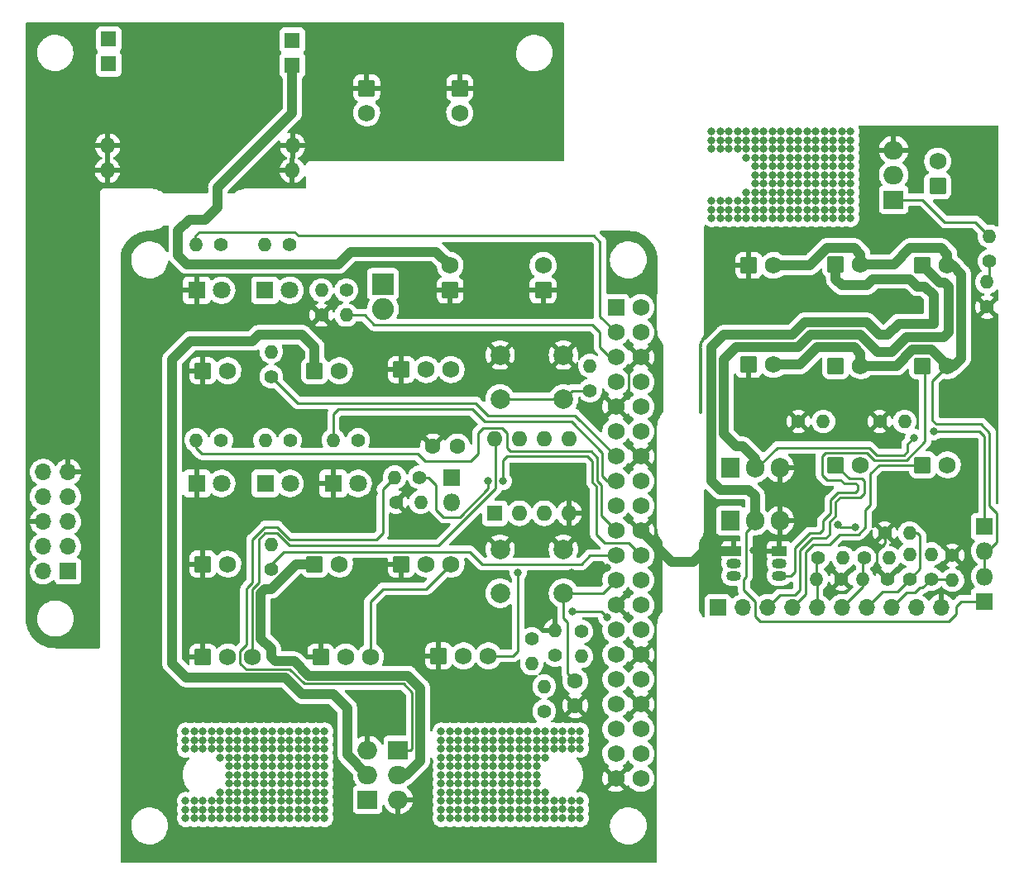
<source format=gtl>
%TF.GenerationSoftware,KiCad,Pcbnew,(6.0.7)*%
%TF.CreationDate,2022-08-29T12:50:00+02:00*%
%TF.ProjectId,pi_shield,70695f73-6869-4656-9c64-2e6b69636164,rev?*%
%TF.SameCoordinates,Original*%
%TF.FileFunction,Copper,L1,Top*%
%TF.FilePolarity,Positive*%
%FSLAX46Y46*%
G04 Gerber Fmt 4.6, Leading zero omitted, Abs format (unit mm)*
G04 Created by KiCad (PCBNEW (6.0.7)) date 2022-08-29 12:50:00*
%MOMM*%
%LPD*%
G01*
G04 APERTURE LIST*
G04 Aperture macros list*
%AMRoundRect*
0 Rectangle with rounded corners*
0 $1 Rounding radius*
0 $2 $3 $4 $5 $6 $7 $8 $9 X,Y pos of 4 corners*
0 Add a 4 corners polygon primitive as box body*
4,1,4,$2,$3,$4,$5,$6,$7,$8,$9,$2,$3,0*
0 Add four circle primitives for the rounded corners*
1,1,$1+$1,$2,$3*
1,1,$1+$1,$4,$5*
1,1,$1+$1,$6,$7*
1,1,$1+$1,$8,$9*
0 Add four rect primitives between the rounded corners*
20,1,$1+$1,$2,$3,$4,$5,0*
20,1,$1+$1,$4,$5,$6,$7,0*
20,1,$1+$1,$6,$7,$8,$9,0*
20,1,$1+$1,$8,$9,$2,$3,0*%
G04 Aperture macros list end*
%TA.AperFunction,ComponentPad*%
%ADD10C,1.740000*%
%TD*%
%TA.AperFunction,ComponentPad*%
%ADD11RoundRect,0.250000X0.620000X-0.620000X0.620000X0.620000X-0.620000X0.620000X-0.620000X-0.620000X0*%
%TD*%
%TA.AperFunction,ComponentPad*%
%ADD12C,1.400000*%
%TD*%
%TA.AperFunction,ComponentPad*%
%ADD13O,1.400000X1.400000*%
%TD*%
%TA.AperFunction,ComponentPad*%
%ADD14O,2.000000X1.905000*%
%TD*%
%TA.AperFunction,ComponentPad*%
%ADD15R,2.000000X1.905000*%
%TD*%
%TA.AperFunction,ComponentPad*%
%ADD16R,1.750000X1.750000*%
%TD*%
%TA.AperFunction,ComponentPad*%
%ADD17C,1.750000*%
%TD*%
%TA.AperFunction,ComponentPad*%
%ADD18R,1.500000X1.050000*%
%TD*%
%TA.AperFunction,ComponentPad*%
%ADD19O,1.500000X1.050000*%
%TD*%
%TA.AperFunction,ComponentPad*%
%ADD20R,1.800000X1.800000*%
%TD*%
%TA.AperFunction,ComponentPad*%
%ADD21C,1.800000*%
%TD*%
%TA.AperFunction,ComponentPad*%
%ADD22RoundRect,0.250000X-0.620000X-0.620000X0.620000X-0.620000X0.620000X0.620000X-0.620000X0.620000X0*%
%TD*%
%TA.AperFunction,ComponentPad*%
%ADD23R,1.905000X2.000000*%
%TD*%
%TA.AperFunction,ComponentPad*%
%ADD24O,1.905000X2.000000*%
%TD*%
%TA.AperFunction,ComponentPad*%
%ADD25R,1.600000X1.600000*%
%TD*%
%TA.AperFunction,ComponentPad*%
%ADD26O,1.600000X1.600000*%
%TD*%
%TA.AperFunction,ComponentPad*%
%ADD27RoundRect,0.250000X-0.620000X0.620000X-0.620000X-0.620000X0.620000X-0.620000X0.620000X0.620000X0*%
%TD*%
%TA.AperFunction,ComponentPad*%
%ADD28O,1.800000X1.800000*%
%TD*%
%TA.AperFunction,ComponentPad*%
%ADD29C,1.600000*%
%TD*%
%TA.AperFunction,ComponentPad*%
%ADD30C,2.000000*%
%TD*%
%TA.AperFunction,ComponentPad*%
%ADD31R,2.240000X2.240000*%
%TD*%
%TA.AperFunction,ComponentPad*%
%ADD32O,2.240000X2.240000*%
%TD*%
%TA.AperFunction,ComponentPad*%
%ADD33R,1.700000X1.700000*%
%TD*%
%TA.AperFunction,ComponentPad*%
%ADD34O,1.700000X1.700000*%
%TD*%
%TA.AperFunction,ViaPad*%
%ADD35C,0.800000*%
%TD*%
%TA.AperFunction,Conductor*%
%ADD36C,1.000000*%
%TD*%
%TA.AperFunction,Conductor*%
%ADD37C,0.250000*%
%TD*%
G04 APERTURE END LIST*
D10*
%TO.P,J25,2,Pin_2*%
%TO.N,+12L*%
X198386000Y-50165000D03*
D11*
%TO.P,J25,1,Pin_1*%
%TO.N,Net-(J25-Pad1)*%
X198386000Y-52705000D03*
%TD*%
D12*
%TO.P,R27,1*%
%TO.N,GND*%
X203454000Y-65101000D03*
D13*
%TO.P,R27,2*%
%TO.N,HEATER_1*%
X203454000Y-62561000D03*
%TD*%
D14*
%TO.P,Q7,3,S*%
%TO.N,GND*%
X193888000Y-49022000D03*
%TO.P,Q7,2,D*%
%TO.N,Net-(J25-Pad1)*%
X193888000Y-51562000D03*
D15*
%TO.P,Q7,1,G*%
%TO.N,Net-(Q7-Pad1)*%
X193888000Y-54102000D03*
%TD*%
D12*
%TO.P,R28,1*%
%TO.N,HEATER_1*%
X203708000Y-60402000D03*
D13*
%TO.P,R28,2*%
%TO.N,Net-(Q7-Pad1)*%
X203708000Y-57862000D03*
%TD*%
D12*
%TO.P,R15,1*%
%TO.N,PIRX*%
X159245000Y-100788000D03*
D13*
%TO.P,R15,2*%
%TO.N,GND*%
X159245000Y-98248000D03*
%TD*%
D12*
%TO.P,R9,1*%
%TO.N,Net-(D5-Pad2)*%
X125050000Y-78740000D03*
D13*
%TO.P,R9,2*%
%TO.N,NUTRI_LED*%
X122510000Y-78740000D03*
%TD*%
D16*
%TO.P,J7,1,3V3*%
%TO.N,+3.3V*%
X165450000Y-65150000D03*
D17*
%TO.P,J7,2,5V*%
%TO.N,+5V*%
X167990000Y-65150000D03*
%TO.P,J7,3,SDA/GPIO2*%
%TO.N,WATER_LED*%
X165450000Y-67690000D03*
%TO.P,J7,4,5V*%
%TO.N,+5V*%
X167990000Y-67690000D03*
%TO.P,J7,5,SCL/GPIO3*%
%TO.N,WATER_PUMP*%
X165450000Y-70230000D03*
%TO.P,J7,6,GND*%
%TO.N,GND*%
X167990000Y-70230000D03*
%TO.P,J7,7,GCLK0/GPIO4*%
%TO.N,TEMP*%
X165450000Y-72770000D03*
%TO.P,J7,8,GPIO14/TXD*%
%TO.N,unconnected-(J7-Pad8)*%
X167990000Y-72770000D03*
%TO.P,J7,9,GND*%
%TO.N,GND*%
X165450000Y-75310000D03*
%TO.P,J7,10,GPIO15/RXD*%
%TO.N,PIRX*%
X167990000Y-75310000D03*
%TO.P,J7,11,GPIO17*%
%TO.N,WATER_BTN*%
X165450000Y-77850000D03*
%TO.P,J7,12,GPIO18/PWM0*%
%TO.N,unconnected-(J7-Pad12)*%
X167990000Y-77850000D03*
%TO.P,J7,13,GPIO27*%
%TO.N,WATER_CLOSURE*%
X165450000Y-80390000D03*
%TO.P,J7,14,GND*%
%TO.N,GND*%
X167990000Y-80390000D03*
%TO.P,J7,15,GPIO22*%
%TO.N,NUTRI_QUAL_LED*%
X165450000Y-82930000D03*
%TO.P,J7,16,GPIO23*%
%TO.N,unconnected-(J7-Pad16)*%
X167990000Y-82930000D03*
%TO.P,J7,17,3V3*%
%TO.N,+3.3V*%
X165450000Y-85470000D03*
%TO.P,J7,18,GPIO24*%
%TO.N,unconnected-(J7-Pad18)*%
X167990000Y-85470000D03*
%TO.P,J7,19,MOSI0/GPIO10*%
%TO.N,NUTRI_LED*%
X165450000Y-88010000D03*
%TO.P,J7,20,GND*%
%TO.N,GND*%
X167990000Y-88010000D03*
%TO.P,J7,21,MISO0/GPIO9*%
%TO.N,NUTRI_CLOSURE*%
X165450000Y-90550000D03*
%TO.P,J7,22,GPIO25*%
%TO.N,NUTRI_PUMP*%
X167990000Y-90550000D03*
%TO.P,J7,23,SCLK0/GPIO11*%
%TO.N,NUTRI_BTN*%
X165450000Y-93090000D03*
%TO.P,J7,24,~{CE0}/GPIO8*%
%TO.N,unconnected-(J7-Pad24)*%
X167990000Y-93090000D03*
%TO.P,J7,25,GND*%
%TO.N,GND*%
X165450000Y-95630000D03*
%TO.P,J7,26,~{CE1}/GPIO7*%
%TO.N,unconnected-(J7-Pad26)*%
X167990000Y-95630000D03*
%TO.P,J7,27,ID_SD/GPIO0*%
%TO.N,unconnected-(J7-Pad27)*%
X165450000Y-98170000D03*
%TO.P,J7,28,ID_SC/GPIO1*%
%TO.N,unconnected-(J7-Pad28)*%
X167990000Y-98170000D03*
%TO.P,J7,29,GCLK1/GPIO5*%
%TO.N,unconnected-(J7-Pad29)*%
X165450000Y-100710000D03*
%TO.P,J7,30,GND*%
%TO.N,GND*%
X167990000Y-100710000D03*
%TO.P,J7,31,GCLK2/GPIO6*%
%TO.N,unconnected-(J7-Pad31)*%
X165450000Y-103250000D03*
%TO.P,J7,32,PWM0/GPIO12*%
%TO.N,unconnected-(J7-Pad32)*%
X167990000Y-103250000D03*
%TO.P,J7,33,PWM1/GPIO13*%
%TO.N,unconnected-(J7-Pad33)*%
X165450000Y-105790000D03*
%TO.P,J7,34,GND*%
%TO.N,GND*%
X167990000Y-105790000D03*
%TO.P,J7,35,GPIO19/MISO1*%
%TO.N,unconnected-(J7-Pad35)*%
X165450000Y-108330000D03*
%TO.P,J7,36,GPIO16*%
%TO.N,unconnected-(J7-Pad36)*%
X167990000Y-108330000D03*
%TO.P,J7,37,GPIO26*%
%TO.N,unconnected-(J7-Pad37)*%
X165450000Y-110870000D03*
%TO.P,J7,38,GPIO20/MOSI1*%
%TO.N,unconnected-(J7-Pad38)*%
X167990000Y-110870000D03*
%TO.P,J7,39,GND*%
%TO.N,GND*%
X165450000Y-113410000D03*
%TO.P,J7,40,GPIO21/SCLK1*%
%TO.N,unconnected-(J7-Pad40)*%
X167990000Y-113410000D03*
%TD*%
D14*
%TO.P,Q1,3,S*%
%TO.N,GND*%
X143170000Y-115570000D03*
%TO.P,Q1,2,D*%
%TO.N,Net-(D4-Pad1)*%
X143170000Y-113030000D03*
D15*
%TO.P,Q1,1,G*%
%TO.N,Net-(Q1-Pad1)*%
X143170000Y-110490000D03*
%TD*%
D18*
%TO.P,Q6,1,S*%
%TO.N,GND*%
X177520600Y-90119200D03*
D19*
%TO.P,Q6,2,G*%
%TO.N,Net-(Q6-Pad2)*%
X177520600Y-91389200D03*
%TO.P,Q6,3,D*%
%TO.N,Net-(J20-Pad1)*%
X177520600Y-92659200D03*
%TD*%
D20*
%TO.P,D6,1,K*%
%TO.N,GND*%
X122555000Y-63385000D03*
D21*
%TO.P,D6,2,A*%
%TO.N,Net-(D6-Pad2)*%
X125095000Y-63385000D03*
%TD*%
D22*
%TO.P,J12,1,Pin_1*%
%TO.N,GND*%
X123185000Y-100965000D03*
D10*
%TO.P,J12,2,Pin_2*%
%TO.N,Net-(J12-Pad2)*%
X125725000Y-100965000D03*
%TO.P,J12,3,Pin_3*%
%TO.N,+5V*%
X128265000Y-100965000D03*
%TD*%
D22*
%TO.P,J20,1,Pin_1*%
%TO.N,Net-(J20-Pad1)*%
X187960000Y-71120000D03*
D10*
%TO.P,J20,2,Pin_2*%
%TO.N,+12L*%
X190500000Y-71120000D03*
%TD*%
D22*
%TO.P,J5,1,Pin_1*%
%TO.N,GND*%
X143510000Y-71525000D03*
D10*
%TO.P,J5,2,Pin_2*%
%TO.N,Net-(J5-Pad2)*%
X146050000Y-71525000D03*
%TO.P,J5,3,Pin_3*%
%TO.N,+5V*%
X148590000Y-71525000D03*
%TD*%
D12*
%TO.P,R26,1*%
%TO.N,LED_1*%
X186182000Y-90805000D03*
D13*
%TO.P,R26,2*%
%TO.N,Net-(Q6-Pad2)*%
X188722000Y-90805000D03*
%TD*%
D12*
%TO.P,R12,1*%
%TO.N,NUTRI_BTN*%
X158115000Y-106515000D03*
D13*
%TO.P,R12,2*%
%TO.N,+3.3V*%
X158115000Y-103975000D03*
%TD*%
D12*
%TO.P,R24,1*%
%TO.N,GND*%
X188545000Y-92964000D03*
D13*
%TO.P,R24,2*%
%TO.N,LED_1*%
X186005000Y-92964000D03*
%TD*%
D12*
%TO.P,R16,1*%
%TO.N,Net-(R16-Pad1)*%
X161925000Y-98348000D03*
D13*
%TO.P,R16,2*%
%TO.N,PIRX*%
X161925000Y-100888000D03*
%TD*%
D12*
%TO.P,R1,1*%
%TO.N,GND*%
X135305000Y-65925000D03*
D13*
%TO.P,R1,2*%
%TO.N,WATER_PUMP*%
X137845000Y-65925000D03*
%TD*%
D22*
%TO.P,J18,1,Pin_1*%
%TO.N,Net-(D9-Pad1)*%
X187960000Y-60730000D03*
D10*
%TO.P,J18,2,Pin_2*%
%TO.N,+12L*%
X190500000Y-60730000D03*
%TD*%
D22*
%TO.P,J2,1,Pin_1*%
%TO.N,Net-(D4-Pad1)*%
X134620000Y-91440000D03*
D10*
%TO.P,J2,2,Pin_2*%
%TO.N,+12L*%
X137160000Y-91440000D03*
%TD*%
D12*
%TO.P,R13,1*%
%TO.N,TEMP*%
X156845000Y-99110000D03*
D13*
%TO.P,R13,2*%
%TO.N,+3.3V*%
X156845000Y-101650000D03*
%TD*%
D23*
%TO.P,Q3,1,G*%
%TO.N,Net-(Q3-Pad1)*%
X177165000Y-81590000D03*
D24*
%TO.P,Q3,2,D*%
%TO.N,Net-(D8-Pad1)*%
X179705000Y-81590000D03*
%TO.P,Q3,3,S*%
%TO.N,GND*%
X182245000Y-81590000D03*
%TD*%
D22*
%TO.P,J14,1,Pin_1*%
%TO.N,LIGHT_SENSOR_2*%
X196850000Y-81280000D03*
D10*
%TO.P,J14,2,Pin_2*%
%TO.N,+VDC*%
X199390000Y-81280000D03*
%TD*%
D12*
%TO.P,R6,1*%
%TO.N,Net-(D4-Pad1)*%
X132085000Y-78740000D03*
D13*
%TO.P,R6,2*%
%TO.N,Net-(D3-Pad1)*%
X129545000Y-78740000D03*
%TD*%
D25*
%TO.P,U1,1,~{RESET}/PB5*%
%TO.N,unconnected-(U1-Pad1)*%
X153045000Y-86235000D03*
D26*
%TO.P,U1,2,XTAL1/PB3*%
%TO.N,Net-(J12-Pad2)*%
X155585000Y-86235000D03*
%TO.P,U1,3,XTAL2/PB4*%
%TO.N,Net-(J11-Pad2)*%
X158125000Y-86235000D03*
%TO.P,U1,4,GND*%
%TO.N,GND*%
X160665000Y-86235000D03*
%TO.P,U1,5,AREF/PB0*%
%TO.N,Net-(R16-Pad1)*%
X160665000Y-78615000D03*
%TO.P,U1,6,PB1*%
%TO.N,Net-(J5-Pad2)*%
X158125000Y-78615000D03*
%TO.P,U1,7,PB2*%
%TO.N,Net-(J6-Pad2)*%
X155585000Y-78615000D03*
%TO.P,U1,8,VCC*%
%TO.N,+5V*%
X153045000Y-78615000D03*
%TD*%
D27*
%TO.P,J24,1,Pin_1*%
%TO.N,GND*%
X149467000Y-42672000D03*
D10*
%TO.P,J24,2,Pin_2*%
%TO.N,+12L*%
X149467000Y-45212000D03*
%TD*%
D11*
%TO.P,J8,1,Pin_1*%
%TO.N,GND*%
X158000000Y-63385000D03*
D10*
%TO.P,J8,2,Pin_2*%
%TO.N,+12L*%
X158000000Y-60845000D03*
%TD*%
D20*
%TO.P,D4,1,K*%
%TO.N,Net-(D4-Pad1)*%
X148595000Y-82550000D03*
D28*
%TO.P,D4,2,A*%
%TO.N,+12L*%
X148595000Y-85090000D03*
%TD*%
D12*
%TO.P,R4,1*%
%TO.N,NUTRI_PUMP*%
X145370000Y-82550000D03*
D13*
%TO.P,R4,2*%
%TO.N,Net-(Q1-Pad1)*%
X142830000Y-82550000D03*
%TD*%
D20*
%TO.P,D8,1,K*%
%TO.N,Net-(D8-Pad1)*%
X203200000Y-87601000D03*
D28*
%TO.P,D8,2,A*%
%TO.N,+12L*%
X203200000Y-90141000D03*
%TD*%
D22*
%TO.P,J21,1,Pin_1*%
%TO.N,GND*%
X179070000Y-71005000D03*
D10*
%TO.P,J21,2,Pin_2*%
%TO.N,+12L*%
X181610000Y-71005000D03*
%TD*%
D12*
%TO.P,R21,1*%
%TO.N,RELAY_2*%
X197739000Y-92964000D03*
D13*
%TO.P,R21,2*%
%TO.N,Net-(Q3-Pad1)*%
X197739000Y-90424000D03*
%TD*%
D12*
%TO.P,R22,1*%
%TO.N,RELAY_1*%
X195503000Y-92964000D03*
D13*
%TO.P,R22,2*%
%TO.N,Net-(Q4-Pad1)*%
X195503000Y-90424000D03*
%TD*%
D22*
%TO.P,J16,1,Pin_1*%
%TO.N,GND*%
X179070000Y-60845000D03*
D10*
%TO.P,J16,2,Pin_2*%
%TO.N,+12L*%
X181610000Y-60845000D03*
%TD*%
D20*
%TO.P,D5,1,K*%
%TO.N,GND*%
X122555000Y-83185000D03*
D21*
%TO.P,D5,2,A*%
%TO.N,Net-(D5-Pad2)*%
X125095000Y-83185000D03*
%TD*%
D22*
%TO.P,J3,1,Pin_1*%
%TO.N,GND*%
X123190000Y-71640000D03*
D10*
%TO.P,J3,2,Pin_2*%
%TO.N,WATER_CLOSURE*%
X125730000Y-71640000D03*
%TD*%
D20*
%TO.P,D3,1,K*%
%TO.N,Net-(D3-Pad1)*%
X129545000Y-83185000D03*
D21*
%TO.P,D3,2,A*%
%TO.N,+12L*%
X132085000Y-83185000D03*
%TD*%
D29*
%TO.P,C2,1*%
%TO.N,GND*%
X146725000Y-79375000D03*
%TO.P,C2,2*%
%TO.N,WATER_BTN*%
X149225000Y-79375000D03*
%TD*%
D25*
%TO.P,U2,1,IN+*%
%TO.N,+12L*%
X132334000Y-37782500D03*
X132334000Y-40322500D03*
D26*
%TO.P,U2,2,IN-*%
%TO.N,GND*%
X132359400Y-48577500D03*
X132334000Y-51117500D03*
D25*
%TO.P,U2,3,OUT+*%
%TO.N,+5F*%
X113538000Y-37655500D03*
X113538000Y-40195500D03*
D26*
%TO.P,U2,4,OUT-*%
%TO.N,GND*%
X113411000Y-51117500D03*
X113436400Y-48577500D03*
%TD*%
D12*
%TO.P,R3,1*%
%TO.N,GND*%
X142930000Y-85090000D03*
D13*
%TO.P,R3,2*%
%TO.N,NUTRI_PUMP*%
X145470000Y-85090000D03*
%TD*%
D12*
%TO.P,R8,1*%
%TO.N,NUTRI_CLOSURE*%
X130175000Y-92025000D03*
D13*
%TO.P,R8,2*%
%TO.N,+3.3V*%
X130175000Y-89485000D03*
%TD*%
D12*
%TO.P,R25,1*%
%TO.N,LED_2*%
X190881000Y-90805000D03*
D13*
%TO.P,R25,2*%
%TO.N,Net-(Q5-Pad2)*%
X193421000Y-90805000D03*
%TD*%
D22*
%TO.P,J4,1,Pin_1*%
%TO.N,GND*%
X123190000Y-91440000D03*
D10*
%TO.P,J4,2,Pin_2*%
%TO.N,NUTRI_CLOSURE*%
X125730000Y-91440000D03*
%TD*%
D22*
%TO.P,J11,1,Pin_1*%
%TO.N,GND*%
X135250000Y-100965000D03*
D10*
%TO.P,J11,2,Pin_2*%
%TO.N,Net-(J11-Pad2)*%
X137790000Y-100965000D03*
%TO.P,J11,3,Pin_3*%
%TO.N,+5V*%
X140330000Y-100965000D03*
%TD*%
D12*
%TO.P,R11,1*%
%TO.N,WATER_BTN*%
X162814000Y-73660000D03*
D13*
%TO.P,R11,2*%
%TO.N,+3.3V*%
X162814000Y-71120000D03*
%TD*%
D20*
%TO.P,D1,1,K*%
%TO.N,Net-(D1-Pad1)*%
X129535000Y-63385000D03*
D21*
%TO.P,D1,2,A*%
%TO.N,+12L*%
X132075000Y-63385000D03*
%TD*%
D30*
%TO.P,SW1,1,1*%
%TO.N,GND*%
X160095000Y-89940000D03*
X153595000Y-89940000D03*
%TO.P,SW1,2,2*%
%TO.N,NUTRI_BTN*%
X153595000Y-94440000D03*
X160095000Y-94440000D03*
%TD*%
D20*
%TO.P,D9,1,K*%
%TO.N,Net-(D9-Pad1)*%
X203200000Y-95250000D03*
D28*
%TO.P,D9,2,A*%
%TO.N,+12L*%
X203200000Y-92710000D03*
%TD*%
D12*
%TO.P,R5,1*%
%TO.N,Net-(D2-Pad1)*%
X132030000Y-58674000D03*
D13*
%TO.P,R5,2*%
%TO.N,Net-(D1-Pad1)*%
X129490000Y-58674000D03*
%TD*%
D22*
%TO.P,J10,1,Pin_1*%
%TO.N,GND*%
X147320000Y-100850000D03*
D10*
%TO.P,J10,2,Pin_2*%
%TO.N,TEMP*%
X149860000Y-100850000D03*
%TO.P,J10,3,Pin_3*%
%TO.N,+3.3V*%
X152400000Y-100850000D03*
%TD*%
D12*
%TO.P,R20,1*%
%TO.N,GND*%
X192963000Y-88265000D03*
D13*
%TO.P,R20,2*%
%TO.N,RELAY_1*%
X195503000Y-88265000D03*
%TD*%
D12*
%TO.P,R14,1*%
%TO.N,Net-(D7-Pad2)*%
X139070000Y-78740000D03*
D13*
%TO.P,R14,2*%
%TO.N,NUTRI_QUAL_LED*%
X136530000Y-78740000D03*
%TD*%
D11*
%TO.P,J9,1,Pin_1*%
%TO.N,GND*%
X148475000Y-63385000D03*
D10*
%TO.P,J9,2,Pin_2*%
%TO.N,+12L*%
X148475000Y-60845000D03*
%TD*%
D12*
%TO.P,R10,1*%
%TO.N,Net-(D6-Pad2)*%
X125045000Y-58674000D03*
D13*
%TO.P,R10,2*%
%TO.N,WATER_LED*%
X122505000Y-58674000D03*
%TD*%
D31*
%TO.P,D2,1,K*%
%TO.N,Net-(D2-Pad1)*%
X141605000Y-62750000D03*
D32*
%TO.P,D2,2,A*%
%TO.N,+12L*%
X141605000Y-65290000D03*
%TD*%
D12*
%TO.P,R2,1*%
%TO.N,WATER_PUMP*%
X137845000Y-63385000D03*
D13*
%TO.P,R2,2*%
%TO.N,Net-(Q2-Pad1)*%
X135305000Y-63385000D03*
%TD*%
D12*
%TO.P,R17,1*%
%TO.N,GND*%
X192455000Y-76835000D03*
D13*
%TO.P,R17,2*%
%TO.N,LIGHT_SENSOR_2*%
X194995000Y-76835000D03*
%TD*%
D22*
%TO.P,J15,1,Pin_1*%
%TO.N,LIGHT_SENSOR_1*%
X187960000Y-81280000D03*
D10*
%TO.P,J15,2,Pin_2*%
%TO.N,+VDC*%
X190500000Y-81280000D03*
%TD*%
D22*
%TO.P,J6,1,Pin_1*%
%TO.N,GND*%
X143510000Y-91440000D03*
D10*
%TO.P,J6,2,Pin_2*%
%TO.N,Net-(J6-Pad2)*%
X146050000Y-91440000D03*
%TO.P,J6,3,Pin_3*%
%TO.N,+5V*%
X148590000Y-91440000D03*
%TD*%
D30*
%TO.P,SW2,1,1*%
%TO.N,GND*%
X153595000Y-70025000D03*
X160095000Y-70025000D03*
%TO.P,SW2,2,2*%
%TO.N,WATER_BTN*%
X153595000Y-74525000D03*
X160095000Y-74525000D03*
%TD*%
D12*
%TO.P,R19,1*%
%TO.N,GND*%
X199898000Y-90551000D03*
D13*
%TO.P,R19,2*%
%TO.N,RELAY_2*%
X199898000Y-93091000D03*
%TD*%
D23*
%TO.P,Q4,1,G*%
%TO.N,Net-(Q4-Pad1)*%
X177165000Y-86995000D03*
D24*
%TO.P,Q4,2,D*%
%TO.N,Net-(D9-Pad1)*%
X179705000Y-86995000D03*
%TO.P,Q4,3,S*%
%TO.N,GND*%
X182245000Y-86995000D03*
%TD*%
D12*
%TO.P,R18,1*%
%TO.N,GND*%
X184150000Y-76835000D03*
D13*
%TO.P,R18,2*%
%TO.N,LIGHT_SENSOR_1*%
X186690000Y-76835000D03*
%TD*%
D22*
%TO.P,J19,1,Pin_1*%
%TO.N,Net-(J19-Pad1)*%
X196850000Y-71120000D03*
D10*
%TO.P,J19,2,Pin_2*%
%TO.N,+12L*%
X199390000Y-71120000D03*
%TD*%
D33*
%TO.P,J13,1,Pin_1*%
%TO.N,+VDC*%
X175895000Y-95885000D03*
D34*
%TO.P,J13,2,Pin_2*%
%TO.N,unconnected-(J13-Pad2)*%
X178435000Y-95885000D03*
%TO.P,J13,3,Pin_3*%
%TO.N,LIGHT_SENSOR_1*%
X180975000Y-95885000D03*
%TO.P,J13,4,Pin_4*%
%TO.N,LIGHT_SENSOR_2*%
X183515000Y-95885000D03*
%TO.P,J13,5,Pin_5*%
%TO.N,LED_1*%
X186055000Y-95885000D03*
%TO.P,J13,6,Pin_6*%
%TO.N,LED_2*%
X188595000Y-95885000D03*
%TO.P,J13,7,Pin_7*%
%TO.N,RELAY_1*%
X191135000Y-95885000D03*
%TO.P,J13,8,Pin_8*%
%TO.N,RELAY_2*%
X193675000Y-95885000D03*
%TO.P,J13,9,Pin_9*%
%TO.N,HEATER_1*%
X196215000Y-95885000D03*
%TO.P,J13,10,Pin_10*%
%TO.N,GND*%
X198755000Y-95885000D03*
%TD*%
D22*
%TO.P,J1,1,Pin_1*%
%TO.N,Net-(D2-Pad1)*%
X134620000Y-71640000D03*
D10*
%TO.P,J1,2,Pin_2*%
%TO.N,+12L*%
X137160000Y-71640000D03*
%TD*%
D27*
%TO.P,J23,1,Pin_1*%
%TO.N,GND*%
X139942000Y-42672000D03*
D10*
%TO.P,J23,2,Pin_2*%
%TO.N,+12L*%
X139942000Y-45212000D03*
%TD*%
D22*
%TO.P,J17,1,Pin_1*%
%TO.N,Net-(D8-Pad1)*%
X196850000Y-60845000D03*
D10*
%TO.P,J17,2,Pin_2*%
%TO.N,+12L*%
X199390000Y-60845000D03*
%TD*%
D18*
%TO.P,Q5,1,S*%
%TO.N,GND*%
X182176000Y-90113000D03*
D19*
%TO.P,Q5,2,G*%
%TO.N,Net-(Q5-Pad2)*%
X182176000Y-91383000D03*
%TO.P,Q5,3,D*%
%TO.N,Net-(J19-Pad1)*%
X182176000Y-92653000D03*
%TD*%
D12*
%TO.P,R23,1*%
%TO.N,GND*%
X193244000Y-92964000D03*
D13*
%TO.P,R23,2*%
%TO.N,LED_2*%
X190704000Y-92964000D03*
%TD*%
D14*
%TO.P,Q2,3,S*%
%TO.N,GND*%
X140040000Y-110490000D03*
%TO.P,Q2,2,D*%
%TO.N,Net-(D2-Pad1)*%
X140040000Y-113030000D03*
D15*
%TO.P,Q2,1,G*%
%TO.N,Net-(Q2-Pad1)*%
X140040000Y-115570000D03*
%TD*%
D29*
%TO.P,C1,1*%
%TO.N,GND*%
X161290000Y-105930000D03*
%TO.P,C1,2*%
%TO.N,NUTRI_BTN*%
X161290000Y-103430000D03*
%TD*%
D12*
%TO.P,R7,1*%
%TO.N,WATER_CLOSURE*%
X130175000Y-72225000D03*
D13*
%TO.P,R7,2*%
%TO.N,+3.3V*%
X130175000Y-69685000D03*
%TD*%
D20*
%TO.P,D7,1,K*%
%TO.N,GND*%
X136525000Y-83185000D03*
D21*
%TO.P,D7,2,A*%
%TO.N,Net-(D7-Pad2)*%
X139065000Y-83185000D03*
%TD*%
D33*
%TO.P,J22,1,Pin_1*%
%TO.N,unconnected-(J22-Pad1)*%
X109367000Y-92172000D03*
D34*
%TO.P,J22,2,Pin_2*%
%TO.N,+5F*%
X106827000Y-92172000D03*
%TO.P,J22,3,Pin_3*%
%TO.N,unconnected-(J22-Pad3)*%
X109367000Y-89632000D03*
%TO.P,J22,4,Pin_4*%
%TO.N,+5F*%
X106827000Y-89632000D03*
%TO.P,J22,5,Pin_5*%
%TO.N,unconnected-(J22-Pad5)*%
X109367000Y-87092000D03*
%TO.P,J22,6,Pin_6*%
%TO.N,GND*%
X106827000Y-87092000D03*
%TO.P,J22,7,Pin_7*%
%TO.N,unconnected-(J22-Pad7)*%
X109367000Y-84552000D03*
%TO.P,J22,8,Pin_8*%
%TO.N,unconnected-(J22-Pad8)*%
X106827000Y-84552000D03*
%TO.P,J22,9,Pin_9*%
%TO.N,GND*%
X109367000Y-82012000D03*
%TO.P,J22,10,Pin_10*%
%TO.N,unconnected-(J22-Pad10)*%
X106827000Y-82012000D03*
%TD*%
D35*
%TO.N,*%
X154686000Y-113030000D03*
X158242000Y-110363000D03*
X152019000Y-113030000D03*
X154686000Y-115697000D03*
X152019000Y-111252000D03*
X152019000Y-110363000D03*
X152908000Y-117475000D03*
X154686000Y-108585000D03*
X158242000Y-111252000D03*
X160909000Y-115697000D03*
X152019000Y-114808000D03*
X153797000Y-109474000D03*
X154686000Y-112141000D03*
X153797000Y-115697000D03*
X154686000Y-113919000D03*
X153797000Y-114808000D03*
X152908000Y-115697000D03*
X152908000Y-114808000D03*
X154686000Y-114808000D03*
X154686000Y-111252000D03*
X153797000Y-116586000D03*
X153797000Y-113919000D03*
X153797000Y-111252000D03*
X154686000Y-109474000D03*
X152908000Y-113030000D03*
X159131000Y-110363000D03*
X161798000Y-115697000D03*
X161798000Y-117475000D03*
X159131000Y-117475000D03*
X147574000Y-115697000D03*
X156464000Y-114808000D03*
X148463000Y-110363000D03*
X157353000Y-112141000D03*
X148463000Y-113030000D03*
X157353000Y-114808000D03*
X155575000Y-115697000D03*
X155575000Y-113919000D03*
X155575000Y-117475000D03*
X157353000Y-117475000D03*
X156464000Y-116586000D03*
X147574000Y-111252000D03*
X157353000Y-110363000D03*
X148463000Y-109474000D03*
X160909000Y-109474000D03*
X148463000Y-115697000D03*
X147574000Y-113919000D03*
X148463000Y-116586000D03*
X155575000Y-114808000D03*
X148463000Y-111252000D03*
X148463000Y-108585000D03*
X148463000Y-112141000D03*
X156464000Y-115697000D03*
X155575000Y-109474000D03*
X158242000Y-108585000D03*
X147574000Y-108585000D03*
X160020000Y-110363000D03*
X157353000Y-109474000D03*
X157353000Y-116586000D03*
X157353000Y-113030000D03*
X156464000Y-113919000D03*
X156464000Y-110363000D03*
X155575000Y-111252000D03*
X156464000Y-112141000D03*
X158242000Y-116586000D03*
X161798000Y-110363000D03*
X157353000Y-111252000D03*
X157353000Y-108585000D03*
X148463000Y-113919000D03*
X156464000Y-108585000D03*
X159131000Y-108585000D03*
X156464000Y-111252000D03*
X160021487Y-116580385D03*
X160909000Y-108585000D03*
X156464000Y-109474000D03*
X157353000Y-113919000D03*
X148463000Y-117475000D03*
X155575000Y-113030000D03*
X157353000Y-115697000D03*
X148463000Y-114808000D03*
X147574000Y-116586000D03*
X159131000Y-109474000D03*
X155575000Y-116586000D03*
X147574000Y-109474000D03*
X147574000Y-110363000D03*
X160909000Y-110363000D03*
X160020000Y-109474000D03*
X155575000Y-108585000D03*
X160020000Y-117475000D03*
X155575000Y-110363000D03*
X156464000Y-117475000D03*
X156464000Y-113030000D03*
X155575000Y-112141000D03*
X159131000Y-115697000D03*
X154686000Y-117475000D03*
X151130000Y-113030000D03*
X150241000Y-116586000D03*
X159131000Y-116586000D03*
X150241000Y-117475000D03*
X150241000Y-115697000D03*
X151130000Y-115697000D03*
X152019000Y-112141000D03*
X153797000Y-113030000D03*
X158242000Y-114808000D03*
X150241000Y-114808000D03*
X161798000Y-116586000D03*
X149352000Y-110363000D03*
X160020000Y-115697000D03*
X152019000Y-109474000D03*
X151130000Y-117475000D03*
X150241000Y-108585000D03*
X151130000Y-109474000D03*
X152019000Y-113919000D03*
X152019000Y-108585000D03*
X151130000Y-108585000D03*
X147574000Y-113030000D03*
X149352000Y-112141000D03*
X151130000Y-111252000D03*
X158242000Y-115697000D03*
X152019000Y-115697000D03*
X161798000Y-109474000D03*
X151130000Y-114808000D03*
X149352000Y-114808000D03*
X158242000Y-117475000D03*
X150241000Y-110363000D03*
X160909000Y-117475000D03*
X147574000Y-114808000D03*
X160020000Y-108585000D03*
X149352000Y-111252000D03*
X151130000Y-110363000D03*
X149352000Y-117475000D03*
X150241000Y-113030000D03*
X149352000Y-108585000D03*
X149352000Y-109474000D03*
X149352000Y-113919000D03*
X150241000Y-113919000D03*
X151130000Y-112141000D03*
X152019000Y-117475000D03*
X153797000Y-117475000D03*
X150241000Y-109474000D03*
X151130000Y-116586000D03*
X147574000Y-117475000D03*
X161798000Y-108585000D03*
X153797000Y-108585000D03*
X150241000Y-112141000D03*
X147574000Y-112141000D03*
X149352000Y-115697000D03*
X149352000Y-116586000D03*
X149352000Y-113030000D03*
X158242000Y-109474000D03*
X151130000Y-113919000D03*
X150241000Y-111252000D03*
X160909000Y-116586000D03*
X154686000Y-116586000D03*
X152908000Y-108585000D03*
X152908000Y-112141000D03*
X153797000Y-110363000D03*
X152908000Y-109474000D03*
X152908000Y-116586000D03*
X152908000Y-113919000D03*
X154686000Y-110363000D03*
X152019000Y-116586000D03*
X153797000Y-112141000D03*
X152908000Y-111252000D03*
X152908000Y-110363000D03*
X175260000Y-47117000D03*
X175260000Y-48895000D03*
X177927000Y-54229000D03*
X177927000Y-47117000D03*
X178816000Y-48006000D03*
X178816000Y-56007000D03*
X175260000Y-54229000D03*
X189484000Y-56007000D03*
X177927000Y-56007000D03*
X177927000Y-55118000D03*
X176149000Y-56007000D03*
X177038000Y-54229000D03*
X176149000Y-54229000D03*
X177038000Y-55118000D03*
X180594000Y-55118000D03*
X181483000Y-56007000D03*
X179705000Y-52451000D03*
X177038000Y-47117000D03*
X179705000Y-49784000D03*
X180594000Y-52451000D03*
X180594000Y-48895000D03*
X179705000Y-50673000D03*
X180594000Y-53340000D03*
X179705000Y-48895000D03*
X181483000Y-50673000D03*
X179705000Y-48006000D03*
X181483000Y-51562000D03*
X181483000Y-55118000D03*
X181483000Y-48006000D03*
X181483000Y-47117000D03*
X179705000Y-53340000D03*
X179705000Y-47117000D03*
X179705000Y-56007000D03*
X179705000Y-54229000D03*
X181483000Y-49784000D03*
X179705000Y-51562000D03*
X181483000Y-54229000D03*
X181483000Y-48895000D03*
X181483000Y-52451000D03*
X179705000Y-55118000D03*
X180594000Y-50673000D03*
X180594000Y-56007000D03*
X180594000Y-47117000D03*
X177036513Y-48011615D03*
X180594000Y-54229000D03*
X180594000Y-51562000D03*
X181483000Y-53340000D03*
X180594000Y-49784000D03*
X180594000Y-48006000D03*
X177927000Y-48895000D03*
X189484000Y-54229000D03*
X188595000Y-55118000D03*
X188595000Y-50673000D03*
X176149000Y-55118000D03*
X188595000Y-56007000D03*
X188595000Y-47117000D03*
X188595000Y-54229000D03*
X188595000Y-51562000D03*
X188595000Y-52451000D03*
X188595000Y-48895000D03*
X188595000Y-49784000D03*
X188595000Y-53340000D03*
X188595000Y-48006000D03*
X189484000Y-55118000D03*
X189484000Y-50673000D03*
X189484000Y-48006000D03*
X189484000Y-53340000D03*
X189484000Y-48895000D03*
X189484000Y-51562000D03*
X176149000Y-47117000D03*
X189484000Y-49784000D03*
X189484000Y-47117000D03*
X189484000Y-52451000D03*
X187706000Y-48895000D03*
X187706000Y-49784000D03*
X187706000Y-47117000D03*
X175260000Y-48006000D03*
X187706000Y-56007000D03*
X187706000Y-55118000D03*
X187706000Y-50673000D03*
X187706000Y-52451000D03*
X187706000Y-48006000D03*
X187706000Y-51562000D03*
X187706000Y-53340000D03*
X187706000Y-54229000D03*
X178816000Y-55118000D03*
X175260000Y-55118000D03*
X175260000Y-56007000D03*
X176149000Y-48006000D03*
X177038000Y-48895000D03*
X177038000Y-56007000D03*
X177927000Y-48006000D03*
X178816000Y-49784000D03*
X178816000Y-48895000D03*
X178816000Y-47117000D03*
X185928000Y-50673000D03*
X186817000Y-51562000D03*
X185928000Y-51562000D03*
X185928000Y-49784000D03*
X186817000Y-50673000D03*
X186817000Y-55118000D03*
X186817000Y-47117000D03*
X185928000Y-47117000D03*
X185928000Y-48006000D03*
X186817000Y-48895000D03*
X186817000Y-48006000D03*
X186817000Y-56007000D03*
X186817000Y-49784000D03*
X185928000Y-54229000D03*
X185928000Y-48895000D03*
X186817000Y-52451000D03*
X185928000Y-53340000D03*
X185928000Y-56007000D03*
X186817000Y-53340000D03*
X185928000Y-52451000D03*
X186817000Y-54229000D03*
X185928000Y-55118000D03*
X185039000Y-48895000D03*
X185039000Y-56007000D03*
X185039000Y-47117000D03*
X185039000Y-55118000D03*
X185039000Y-50673000D03*
X185039000Y-52451000D03*
X182372000Y-47117000D03*
X183261000Y-56007000D03*
X183261000Y-47117000D03*
X183261000Y-51562000D03*
X184150000Y-52451000D03*
X183261000Y-54229000D03*
X184150000Y-55118000D03*
X183261000Y-52451000D03*
X184150000Y-53340000D03*
X182372000Y-55118000D03*
X184150000Y-50673000D03*
X182372000Y-54229000D03*
X182372000Y-48006000D03*
X184150000Y-56007000D03*
X184150000Y-48006000D03*
X185039000Y-48006000D03*
X184150000Y-54229000D03*
X183261000Y-55118000D03*
X182372000Y-52451000D03*
X183261000Y-48895000D03*
X183261000Y-49784000D03*
X184150000Y-48895000D03*
X184150000Y-49784000D03*
X182372000Y-53340000D03*
X183261000Y-50673000D03*
X183261000Y-53340000D03*
X183261000Y-48006000D03*
X182372000Y-50673000D03*
X184150000Y-51562000D03*
X182372000Y-51562000D03*
X182372000Y-48895000D03*
X182372000Y-49784000D03*
X185039000Y-51562000D03*
X185039000Y-53340000D03*
X185039000Y-54229000D03*
X185039000Y-49784000D03*
X184150000Y-47117000D03*
X182372000Y-56007000D03*
X178816000Y-53340000D03*
X176149000Y-48895000D03*
X178816000Y-54229000D03*
X121412000Y-115697000D03*
X121412000Y-116586000D03*
X121412000Y-117475000D03*
X122301000Y-115697000D03*
X122301000Y-116586000D03*
X122301000Y-117475000D03*
X123190000Y-115697000D03*
X123190000Y-116586000D03*
X123190000Y-117475000D03*
X124079000Y-115697000D03*
X124079000Y-116586000D03*
X124079000Y-117475000D03*
X124968000Y-114808000D03*
X124968000Y-115697000D03*
X124968000Y-116586000D03*
X124968000Y-117475000D03*
X121412000Y-110363000D03*
X121412000Y-109474000D03*
X121412000Y-108585000D03*
X122301000Y-110363000D03*
X122301000Y-109474000D03*
X122301000Y-108585000D03*
X123190000Y-110363000D03*
X123188513Y-109479615D03*
X123190000Y-108585000D03*
X124079000Y-110363000D03*
X124079000Y-109474000D03*
X124079000Y-108585000D03*
X124968000Y-111252000D03*
X124968000Y-110363000D03*
X124968000Y-109474000D03*
X124968000Y-108585000D03*
X127635000Y-117475000D03*
X127635000Y-115697000D03*
X126746000Y-116586000D03*
X126746000Y-112141000D03*
X126746000Y-117475000D03*
X126746000Y-108585000D03*
X126746000Y-115697000D03*
X126746000Y-113030000D03*
X126746000Y-113919000D03*
X126746000Y-110363000D03*
X126746000Y-111252000D03*
X126746000Y-114808000D03*
X126746000Y-109474000D03*
X127635000Y-116586000D03*
X127635000Y-112141000D03*
X127635000Y-109474000D03*
X127635000Y-114808000D03*
X127635000Y-110363000D03*
X127635000Y-113030000D03*
X127635000Y-111252000D03*
X127635000Y-108585000D03*
X127635000Y-113919000D03*
X125857000Y-110363000D03*
X125857000Y-111252000D03*
X125857000Y-108585000D03*
X125857000Y-117475000D03*
X125857000Y-116586000D03*
X125857000Y-112141000D03*
X125857000Y-113919000D03*
X125857000Y-109474000D03*
X125857000Y-113030000D03*
X125857000Y-114808000D03*
X125857000Y-115697000D03*
X130302000Y-117475000D03*
X130302000Y-115697000D03*
X129413000Y-116586000D03*
X129413000Y-112141000D03*
X129413000Y-117475000D03*
X129413000Y-108585000D03*
X129413000Y-115697000D03*
X129413000Y-113030000D03*
X129413000Y-113919000D03*
X129413000Y-110363000D03*
X129413000Y-111252000D03*
X129413000Y-114808000D03*
X129413000Y-109474000D03*
X130302000Y-116586000D03*
X130302000Y-112141000D03*
X130302000Y-109474000D03*
X130302000Y-114808000D03*
X130302000Y-110363000D03*
X130302000Y-113030000D03*
X130302000Y-111252000D03*
X130302000Y-108585000D03*
X130302000Y-113919000D03*
X128524000Y-110363000D03*
X128524000Y-111252000D03*
X128524000Y-108585000D03*
X128524000Y-117475000D03*
X128524000Y-116586000D03*
X128524000Y-112141000D03*
X128524000Y-113919000D03*
X128524000Y-109474000D03*
X128524000Y-113030000D03*
X128524000Y-114808000D03*
X128524000Y-115697000D03*
X132969000Y-117475000D03*
X132969000Y-115697000D03*
X132080000Y-116586000D03*
X132080000Y-112141000D03*
X132080000Y-117475000D03*
X132080000Y-108585000D03*
X132080000Y-115697000D03*
X132080000Y-113030000D03*
X132080000Y-113919000D03*
X132080000Y-110363000D03*
X132080000Y-111252000D03*
X132080000Y-114808000D03*
X132080000Y-109474000D03*
X132969000Y-116586000D03*
X132969000Y-112141000D03*
X132969000Y-109474000D03*
X132969000Y-114808000D03*
X132969000Y-110363000D03*
X132969000Y-113030000D03*
X132969000Y-111252000D03*
X132969000Y-108585000D03*
X132969000Y-113919000D03*
X131191000Y-110363000D03*
X131191000Y-111252000D03*
X131191000Y-108585000D03*
X131191000Y-117475000D03*
X131191000Y-116586000D03*
X131191000Y-112141000D03*
X131191000Y-113919000D03*
X131191000Y-109474000D03*
X131191000Y-113030000D03*
X131191000Y-114808000D03*
X131191000Y-115697000D03*
X133858000Y-117475000D03*
X133858000Y-115697000D03*
X133858000Y-116586000D03*
X133858000Y-112141000D03*
X133858000Y-109474000D03*
X133858000Y-114808000D03*
X133858000Y-110363000D03*
X133858000Y-113030000D03*
X133858000Y-111252000D03*
X133858000Y-108585000D03*
X133858000Y-113919000D03*
X134747000Y-117475000D03*
X134747000Y-115697000D03*
X134747000Y-116586000D03*
X134747000Y-112141000D03*
X134747000Y-109474000D03*
X134747000Y-114808000D03*
X134747000Y-110363000D03*
X134747000Y-113030000D03*
X134747000Y-111252000D03*
X134747000Y-108585000D03*
X134747000Y-113919000D03*
X135636000Y-117475000D03*
X135636000Y-116586000D03*
X135636000Y-115697000D03*
X135636000Y-114808000D03*
X135636000Y-113919000D03*
X135636000Y-113030000D03*
X135636000Y-112141000D03*
X135636000Y-111252000D03*
X135636000Y-110363000D03*
X135636000Y-109474000D03*
X135636000Y-108585000D03*
%TO.N,GND*%
X140716000Y-84201000D03*
X164554500Y-91821000D03*
X160909000Y-92329000D03*
X137668000Y-87757000D03*
%TO.N,+3.3V*%
X155448000Y-92329000D03*
%TO.N,NUTRI_PUMP*%
X152400000Y-82931000D03*
X153924000Y-82931000D03*
%TO.N,TEMP*%
X161036000Y-96266000D03*
X164554500Y-96901000D03*
%TO.N,Net-(D8-Pad1)*%
X197993000Y-77851000D03*
X195961000Y-78486000D03*
%TO.N,GND*%
X179578000Y-90043000D03*
%TO.N,Net-(Q4-Pad1)*%
X189992000Y-87630000D03*
X188214000Y-87376000D03*
%TD*%
D36*
%TO.N,GND*%
X171166000Y-91186000D02*
X167990000Y-88010000D01*
X173355000Y-91186000D02*
X171166000Y-91186000D01*
X174421800Y-90119200D02*
X173355000Y-91186000D01*
X177520600Y-90119200D02*
X174421800Y-90119200D01*
%TO.N,+12L*%
X132334000Y-45212000D02*
X132334000Y-40322500D01*
X124714000Y-52832000D02*
X132334000Y-45212000D01*
X124714000Y-54864000D02*
X124714000Y-52832000D01*
X123444000Y-56134000D02*
X124714000Y-54864000D01*
X120650000Y-57277000D02*
X121793000Y-56134000D01*
X120650000Y-59817000D02*
X120650000Y-57277000D01*
X147066000Y-59436000D02*
X138303000Y-59436000D01*
X138303000Y-59436000D02*
X137033000Y-60706000D01*
X148475000Y-60845000D02*
X147066000Y-59436000D01*
X137033000Y-60706000D02*
X121539000Y-60706000D01*
X121539000Y-60706000D02*
X120650000Y-59817000D01*
X121793000Y-56134000D02*
X123444000Y-56134000D01*
D37*
%TO.N,HEATER_1*%
X203708000Y-62307000D02*
X203454000Y-62561000D01*
X203708000Y-60402000D02*
X203708000Y-62307000D01*
%TO.N,Net-(Q7-Pad1)*%
X202234000Y-56388000D02*
X203708000Y-57862000D01*
X199136000Y-56388000D02*
X202234000Y-56388000D01*
X196850000Y-54102000D02*
X199136000Y-56388000D01*
X193888000Y-54102000D02*
X196850000Y-54102000D01*
%TO.N,NUTRI_BTN*%
X160528000Y-102668000D02*
X161290000Y-103430000D01*
X160095000Y-96976000D02*
X160528000Y-97409000D01*
X164100000Y-94440000D02*
X165450000Y-93090000D01*
X160528000Y-97409000D02*
X160528000Y-102668000D01*
X160095000Y-96976000D02*
X160095000Y-94440000D01*
X164100000Y-94440000D02*
X160095000Y-94440000D01*
%TO.N,GND*%
X165450000Y-75310000D02*
X166712964Y-74047036D01*
X137668000Y-87757000D02*
X137686401Y-87775401D01*
X164554500Y-91821000D02*
X164046500Y-92329000D01*
X164046500Y-92329000D02*
X160909000Y-92329000D01*
X166712964Y-71507036D02*
X167990000Y-70230000D01*
X167990000Y-70230000D02*
X166751000Y-71469000D01*
X137686401Y-87775401D02*
X139337401Y-87775401D01*
X140716000Y-84201000D02*
X140716000Y-86396802D01*
X140716000Y-86396802D02*
X139337401Y-87775401D01*
X166712964Y-74047036D02*
X166712964Y-71507036D01*
%TO.N,WATER_BTN*%
X160960000Y-73660000D02*
X160095000Y-74525000D01*
X160095000Y-74525000D02*
X153595000Y-74525000D01*
X162814000Y-73660000D02*
X160960000Y-73660000D01*
%TO.N,+3.3V*%
X154928000Y-100850000D02*
X155448000Y-100330000D01*
X155448000Y-100330000D02*
X155448000Y-92329000D01*
X152400000Y-100850000D02*
X154928000Y-100850000D01*
D36*
%TO.N,Net-(D2-Pad1)*%
X131635000Y-103060000D02*
X133350000Y-104775000D01*
X133350000Y-67945000D02*
X128905000Y-67945000D01*
X128905000Y-67945000D02*
X128270000Y-68580000D01*
X134620000Y-69215000D02*
X133350000Y-67945000D01*
X134620000Y-71640000D02*
X134620000Y-69215000D01*
X121475000Y-103060000D02*
X131635000Y-103060000D01*
X136525000Y-104775000D02*
X137965000Y-106215000D01*
X140040000Y-113030000D02*
X137965000Y-110955000D01*
X128270000Y-68580000D02*
X121920000Y-68580000D01*
X137965000Y-106215000D02*
X137965000Y-110955000D01*
X120015000Y-101600000D02*
X121475000Y-103060000D01*
X120015000Y-70485000D02*
X120015000Y-101600000D01*
X121920000Y-68580000D02*
X120015000Y-70485000D01*
X133350000Y-104775000D02*
X136525000Y-104775000D01*
%TO.N,Net-(D4-Pad1)*%
X143170000Y-113030000D02*
X143982500Y-113030000D01*
X129090000Y-94430000D02*
X129540000Y-93980000D01*
X130620000Y-101410000D02*
X130175000Y-100965000D01*
X143982500Y-113030000D02*
X145415000Y-111597500D01*
X130199899Y-93980000D02*
X132739899Y-91440000D01*
X130175000Y-100145000D02*
X129090000Y-99060000D01*
X133985000Y-102870000D02*
X132525000Y-101410000D01*
X132525000Y-101410000D02*
X130620000Y-101410000D01*
X145415000Y-111597500D02*
X145415000Y-104140000D01*
X144145000Y-102870000D02*
X133985000Y-102870000D01*
X129090000Y-99060000D02*
X129090000Y-94430000D01*
X145415000Y-104140000D02*
X144145000Y-102870000D01*
X129540000Y-93980000D02*
X130199899Y-93980000D01*
X132739899Y-91440000D02*
X134620000Y-91440000D01*
X130175000Y-100965000D02*
X130175000Y-100145000D01*
D37*
%TO.N,WATER_CLOSURE*%
X165450000Y-80390000D02*
X161260000Y-76200000D01*
X161260000Y-76200000D02*
X152400000Y-76200000D01*
X151130000Y-74930000D02*
X132880000Y-74930000D01*
X152400000Y-76200000D02*
X151130000Y-74930000D01*
X132880000Y-74930000D02*
X130175000Y-72225000D01*
%TO.N,NUTRI_CLOSURE*%
X161925000Y-91440000D02*
X162815000Y-90550000D01*
X150495000Y-90170000D02*
X151765000Y-91440000D01*
X131445000Y-90170000D02*
X150495000Y-90170000D01*
X130175000Y-92025000D02*
X130175000Y-91440000D01*
X162815000Y-90550000D02*
X165450000Y-90550000D01*
X151765000Y-91440000D02*
X161925000Y-91440000D01*
X130175000Y-91440000D02*
X131445000Y-90170000D01*
%TO.N,+5V*%
X153162000Y-83693000D02*
X153162000Y-78732000D01*
X141605000Y-93980000D02*
X140330000Y-95255000D01*
X132080000Y-89535000D02*
X147320000Y-89535000D01*
X147320000Y-89535000D02*
X153162000Y-83693000D01*
X148590000Y-91440000D02*
X146050000Y-93980000D01*
X153162000Y-78732000D02*
X153045000Y-78615000D01*
X129540000Y-88265000D02*
X130810000Y-88265000D01*
X128265000Y-100965000D02*
X128265000Y-93985000D01*
X140330000Y-95255000D02*
X140330000Y-100965000D01*
X128905000Y-93345000D02*
X128905000Y-88900000D01*
X130810000Y-88265000D02*
X132080000Y-89535000D01*
X128265000Y-93985000D02*
X128905000Y-93345000D01*
X128905000Y-88900000D02*
X129540000Y-88265000D01*
X146050000Y-93980000D02*
X141605000Y-93980000D01*
%TO.N,NUTRI_PUMP*%
X154305000Y-80391000D02*
X162560000Y-80391000D01*
X163068000Y-83059396D02*
X163449000Y-83440396D01*
X153924000Y-80772000D02*
X153924000Y-82931000D01*
X162560000Y-80391000D02*
X163068000Y-80899000D01*
X163449000Y-83440396D02*
X163449000Y-88392000D01*
X163068000Y-80899000D02*
X163068000Y-83059396D01*
X147828000Y-86614000D02*
X149479000Y-86614000D01*
X153924000Y-80772000D02*
X154305000Y-80391000D01*
X152400000Y-83693000D02*
X152400000Y-82931000D01*
X149479000Y-86614000D02*
X152400000Y-83693000D01*
X147066000Y-85852000D02*
X147828000Y-86614000D01*
X164338000Y-89281000D02*
X166721000Y-89281000D01*
X147066000Y-83312000D02*
X147066000Y-85852000D01*
X145370000Y-82550000D02*
X146304000Y-82550000D01*
X166721000Y-89281000D02*
X167990000Y-90550000D01*
X163449000Y-88392000D02*
X164338000Y-89281000D01*
X146304000Y-82550000D02*
X147066000Y-83312000D01*
%TO.N,WATER_PUMP*%
X137845000Y-65925000D02*
X139712000Y-65925000D01*
X140716000Y-66929000D02*
X163068000Y-66929000D01*
X139712000Y-65925000D02*
X140716000Y-66929000D01*
X163068000Y-66929000D02*
X163830000Y-67691000D01*
X163830000Y-69215000D02*
X164845000Y-70230000D01*
X163830000Y-67691000D02*
X163830000Y-69215000D01*
X164845000Y-70230000D02*
X165450000Y-70230000D01*
%TO.N,NUTRI_LED*%
X151384000Y-77978000D02*
X151384000Y-80137000D01*
X123063000Y-80137000D02*
X122510000Y-79584000D01*
X153797000Y-77470000D02*
X151892000Y-77470000D01*
X154686000Y-79883000D02*
X154305000Y-79502000D01*
X150622000Y-80899000D02*
X145923000Y-80899000D01*
X163576000Y-80518000D02*
X162941000Y-79883000D01*
X163957000Y-86517000D02*
X163957000Y-83312000D01*
X162941000Y-79883000D02*
X154686000Y-79883000D01*
X151384000Y-80137000D02*
X150622000Y-80899000D01*
X154305000Y-79502000D02*
X154305000Y-77978000D01*
X151892000Y-77470000D02*
X151384000Y-77978000D01*
X145161000Y-80137000D02*
X123063000Y-80137000D01*
X122510000Y-79584000D02*
X122510000Y-78740000D01*
X163576000Y-82931000D02*
X163576000Y-80518000D01*
X165450000Y-88010000D02*
X163957000Y-86517000D01*
X145923000Y-80899000D02*
X145161000Y-80137000D01*
X163957000Y-83312000D02*
X163576000Y-82931000D01*
X154305000Y-77978000D02*
X153797000Y-77470000D01*
%TO.N,WATER_LED*%
X163830000Y-66070000D02*
X163830000Y-58420000D01*
X122809000Y-57404000D02*
X122428000Y-57785000D01*
X163830000Y-58420000D02*
X163195000Y-57785000D01*
X132969000Y-57785000D02*
X132588000Y-57404000D01*
X122428000Y-58597000D02*
X122505000Y-58674000D01*
X122428000Y-57785000D02*
X122428000Y-58597000D01*
X132588000Y-57404000D02*
X122809000Y-57404000D01*
X163195000Y-57785000D02*
X132969000Y-57785000D01*
X165450000Y-67690000D02*
X163830000Y-66070000D01*
%TO.N,TEMP*%
X164554500Y-96901000D02*
X163919500Y-96266000D01*
X163919500Y-96266000D02*
X161036000Y-96266000D01*
%TO.N,NUTRI_QUAL_LED*%
X160909000Y-76835000D02*
X164084000Y-80010000D01*
X136530000Y-78740000D02*
X136530000Y-76068000D01*
X150749000Y-75565000D02*
X152019000Y-76835000D01*
X164084000Y-80010000D02*
X164084000Y-82423000D01*
X164591000Y-82930000D02*
X165450000Y-82930000D01*
X137033000Y-75565000D02*
X150749000Y-75565000D01*
X136530000Y-76068000D02*
X137033000Y-75565000D01*
X152019000Y-76835000D02*
X160909000Y-76835000D01*
X164084000Y-82423000D02*
X164591000Y-82930000D01*
D36*
%TO.N,Net-(D8-Pad1)*%
X199517000Y-67691000D02*
X199009000Y-68199000D01*
X176530000Y-78105000D02*
X177800000Y-79375000D01*
X192278000Y-69723000D02*
X190500000Y-67945000D01*
X196850000Y-60845000D02*
X198616000Y-62611000D01*
X177800000Y-69215000D02*
X176530000Y-70485000D01*
D37*
X203200000Y-78359000D02*
X202692000Y-77851000D01*
X195326000Y-79883000D02*
X194945000Y-80264000D01*
D36*
X176530000Y-70485000D02*
X176530000Y-78105000D01*
X199009000Y-68199000D02*
X195199000Y-68199000D01*
X198616000Y-62611000D02*
X199136000Y-62611000D01*
D37*
X179903000Y-81590000D02*
X179705000Y-81590000D01*
X195961000Y-78486000D02*
X195326000Y-79121000D01*
D36*
X195199000Y-68199000D02*
X193675000Y-69723000D01*
D37*
X181991000Y-79502000D02*
X179903000Y-81590000D01*
D36*
X199517000Y-62992000D02*
X199517000Y-67691000D01*
X190500000Y-67945000D02*
X185420000Y-67945000D01*
D37*
X195326000Y-79121000D02*
X195326000Y-79883000D01*
D36*
X199136000Y-62611000D02*
X199517000Y-62992000D01*
D37*
X203200000Y-87601000D02*
X203200000Y-78359000D01*
D36*
X177800000Y-79375000D02*
X178435000Y-79375000D01*
D37*
X194945000Y-80264000D02*
X192151000Y-80264000D01*
D36*
X193675000Y-69723000D02*
X192278000Y-69723000D01*
X185420000Y-67945000D02*
X184150000Y-69215000D01*
X184150000Y-69215000D02*
X177800000Y-69215000D01*
D37*
X192151000Y-80264000D02*
X191389000Y-79502000D01*
D36*
X178435000Y-79375000D02*
X179705000Y-80645000D01*
D37*
X191389000Y-79502000D02*
X181991000Y-79502000D01*
X202692000Y-77851000D02*
X197993000Y-77851000D01*
D36*
X179705000Y-80645000D02*
X179705000Y-81590000D01*
D37*
%TO.N,Net-(D9-Pad1)*%
X179705000Y-87249000D02*
X179705000Y-86995000D01*
D36*
X188595000Y-62865000D02*
X187960000Y-62230000D01*
X193294000Y-67945000D02*
X194437000Y-66802000D01*
X196342000Y-62992000D02*
X195580000Y-62230000D01*
X191135000Y-66675000D02*
X192405000Y-67945000D01*
X197993000Y-63881000D02*
X197104000Y-62992000D01*
D37*
X200787000Y-95250000D02*
X200279000Y-95758000D01*
D36*
X184785000Y-66675000D02*
X191135000Y-66675000D01*
X179705000Y-84455000D02*
X179070000Y-83820000D01*
D37*
X178816000Y-88138000D02*
X179705000Y-87249000D01*
D36*
X194437000Y-66802000D02*
X197993000Y-66802000D01*
X191135000Y-62865000D02*
X188595000Y-62865000D01*
D37*
X199517000Y-97282000D02*
X180213000Y-97282000D01*
D36*
X175260000Y-69215000D02*
X176530000Y-67945000D01*
X192405000Y-67945000D02*
X193294000Y-67945000D01*
D37*
X179705000Y-95250000D02*
X178562000Y-94107000D01*
X178562000Y-94107000D02*
X178562000Y-92964000D01*
X179705000Y-96774000D02*
X179705000Y-95250000D01*
X200279000Y-95758000D02*
X200279000Y-96520000D01*
X178816000Y-92710000D02*
X178816000Y-88138000D01*
D36*
X195580000Y-62230000D02*
X191770000Y-62230000D01*
X183515000Y-67945000D02*
X184785000Y-66675000D01*
D37*
X200279000Y-96520000D02*
X199517000Y-97282000D01*
D36*
X197993000Y-66802000D02*
X197993000Y-63881000D01*
X179070000Y-83820000D02*
X176169999Y-83820000D01*
D37*
X180213000Y-97282000D02*
X179705000Y-96774000D01*
X203200000Y-95250000D02*
X200787000Y-95250000D01*
D36*
X187960000Y-62230000D02*
X187960000Y-60730000D01*
X197104000Y-62992000D02*
X196342000Y-62992000D01*
X179705000Y-86995000D02*
X179705000Y-84455000D01*
X191770000Y-62230000D02*
X191135000Y-62865000D01*
D37*
X178562000Y-92964000D02*
X178816000Y-92710000D01*
D36*
X175260000Y-82910001D02*
X175260000Y-69215000D01*
X176169999Y-83820000D02*
X175260000Y-82910001D01*
X176530000Y-67945000D02*
X183515000Y-67945000D01*
D37*
%TO.N,LIGHT_SENSOR_1*%
X190500000Y-84582000D02*
X190881000Y-84201000D01*
X187960000Y-86487000D02*
X187960000Y-85080695D01*
X187325000Y-87122000D02*
X187960000Y-86487000D01*
X183769000Y-94615000D02*
X184277000Y-94107000D01*
X187960000Y-85080695D02*
X188458695Y-84582000D01*
X186944000Y-88773000D02*
X187325000Y-88392000D01*
X187325000Y-88392000D02*
X187325000Y-87122000D01*
X182245000Y-94615000D02*
X183769000Y-94615000D01*
X190627000Y-82677000D02*
X189357000Y-82677000D01*
X190881000Y-82931000D02*
X190627000Y-82677000D01*
X180975000Y-95885000D02*
X182245000Y-94615000D01*
X190881000Y-84201000D02*
X190881000Y-82931000D01*
X184277000Y-94107000D02*
X184277000Y-90043000D01*
X185547000Y-88773000D02*
X186944000Y-88773000D01*
X184277000Y-90043000D02*
X185547000Y-88773000D01*
X188458695Y-84582000D02*
X190500000Y-84582000D01*
X189357000Y-82677000D02*
X187960000Y-81280000D01*
%TO.N,LIGHT_SENSOR_2*%
X183515000Y-95885000D02*
X184912000Y-94488000D01*
X188341000Y-88392000D02*
X190255305Y-88392000D01*
X192405000Y-81280000D02*
X196850000Y-81280000D01*
X184912000Y-90170000D02*
X185674000Y-89408000D01*
X191516000Y-82169000D02*
X192405000Y-81280000D01*
X187325000Y-89408000D02*
X188341000Y-88392000D01*
X190255305Y-88392000D02*
X191008000Y-87639305D01*
X185674000Y-89408000D02*
X187325000Y-89408000D01*
X191008000Y-85852000D02*
X191516000Y-85344000D01*
X184912000Y-94488000D02*
X184912000Y-90170000D01*
X191516000Y-85344000D02*
X191516000Y-82169000D01*
X191008000Y-87639305D02*
X191008000Y-85852000D01*
%TO.N,LED_1*%
X186055000Y-95885000D02*
X186055000Y-93014000D01*
X186005000Y-90982000D02*
X186182000Y-90805000D01*
X186055000Y-93014000D02*
X186005000Y-92964000D01*
X186005000Y-92964000D02*
X186005000Y-90982000D01*
%TO.N,LED_2*%
X188595000Y-95885000D02*
X190704000Y-93776000D01*
X190704000Y-93776000D02*
X190704000Y-92964000D01*
X190704000Y-90982000D02*
X190881000Y-90805000D01*
X190704000Y-92964000D02*
X190704000Y-90982000D01*
%TO.N,RELAY_1*%
X196342000Y-88265000D02*
X195503000Y-88265000D01*
X192786000Y-94234000D02*
X194233000Y-94234000D01*
X196596000Y-88519000D02*
X196342000Y-88265000D01*
X191135000Y-95885000D02*
X192786000Y-94234000D01*
X196596000Y-91871000D02*
X196596000Y-88519000D01*
X194233000Y-94234000D02*
X195503000Y-92964000D01*
X195503000Y-92964000D02*
X196596000Y-91871000D01*
%TO.N,RELAY_2*%
X195199000Y-94361000D02*
X196088000Y-94361000D01*
X196850000Y-93853000D02*
X197739000Y-92964000D01*
X197739000Y-92964000D02*
X199771000Y-92964000D01*
X196088000Y-94361000D02*
X196596000Y-93853000D01*
X199771000Y-92964000D02*
X199898000Y-93091000D01*
X193675000Y-95885000D02*
X195199000Y-94361000D01*
X196596000Y-93853000D02*
X196850000Y-93853000D01*
%TO.N,Net-(J19-Pad1)*%
X186690000Y-87884000D02*
X186309000Y-88265000D01*
X183769000Y-89789000D02*
X183769000Y-92202000D01*
X188849000Y-83185000D02*
X189992000Y-83185000D01*
X186690000Y-86995000D02*
X186690000Y-87884000D01*
X186563000Y-80391000D02*
X186563000Y-80645000D01*
X195199000Y-80772000D02*
X191897000Y-80772000D01*
X187452000Y-86233000D02*
X186690000Y-86995000D01*
X183318000Y-92653000D02*
X182176000Y-92653000D01*
X188468000Y-82804000D02*
X188849000Y-83185000D01*
X189992000Y-83185000D02*
X190182500Y-83375500D01*
X187452000Y-84836000D02*
X187452000Y-86233000D01*
X197104000Y-78867000D02*
X195199000Y-80772000D01*
X189992000Y-84074000D02*
X188214000Y-84074000D01*
X186309000Y-88265000D02*
X185293000Y-88265000D01*
X190182500Y-83375500D02*
X190182500Y-83883500D01*
X191135000Y-80010000D02*
X186944000Y-80010000D01*
X186563000Y-82296000D02*
X186563000Y-80645000D01*
X183769000Y-92202000D02*
X183318000Y-92653000D01*
X188214000Y-84074000D02*
X187452000Y-84836000D01*
X190182500Y-83883500D02*
X189992000Y-84074000D01*
X197104000Y-71374000D02*
X197104000Y-78867000D01*
X186944000Y-80010000D02*
X186563000Y-80391000D01*
X196850000Y-71120000D02*
X197104000Y-71374000D01*
X185293000Y-88265000D02*
X183769000Y-89789000D01*
X191897000Y-80772000D02*
X191135000Y-80010000D01*
X186563000Y-82296000D02*
X187071000Y-82804000D01*
X187071000Y-82804000D02*
X188468000Y-82804000D01*
D36*
%TO.N,+12L*%
X187051497Y-59055000D02*
X189865000Y-59055000D01*
D37*
X197866000Y-76708000D02*
X198247000Y-77089000D01*
X203483000Y-90141000D02*
X203200000Y-90141000D01*
D36*
X185801000Y-60305497D02*
X187051497Y-59055000D01*
X200025000Y-71120000D02*
X200787000Y-70358000D01*
X199390000Y-59690000D02*
X199390000Y-60845000D01*
X198755000Y-59055000D02*
X199390000Y-59690000D01*
X195580000Y-59055000D02*
X198755000Y-59055000D01*
X193905000Y-60730000D02*
X195580000Y-59055000D01*
X197782503Y-69469000D02*
X199390000Y-71076497D01*
X184265000Y-71005000D02*
X186055000Y-69215000D01*
D37*
X202819000Y-77089000D02*
X203708000Y-77978000D01*
D36*
X189865000Y-69215000D02*
X190500000Y-69850000D01*
X181610000Y-60845000D02*
X185281000Y-60845000D01*
X185281000Y-60845000D02*
X185801000Y-60325000D01*
X200787000Y-61722000D02*
X199910000Y-60845000D01*
X194183000Y-71120000D02*
X195834000Y-69469000D01*
D37*
X204470000Y-89154000D02*
X203483000Y-90141000D01*
D36*
X181610000Y-71005000D02*
X184265000Y-71005000D01*
X190500000Y-69850000D02*
X190500000Y-71120000D01*
X199390000Y-71076497D02*
X199390000Y-71120000D01*
X190500000Y-59690000D02*
X190500000Y-60730000D01*
D37*
X203708000Y-77978000D02*
X203708000Y-85471000D01*
D36*
X200787000Y-70358000D02*
X200787000Y-61722000D01*
D37*
X198247000Y-77089000D02*
X202819000Y-77089000D01*
X203708000Y-85471000D02*
X204470000Y-86233000D01*
D36*
X195834000Y-69469000D02*
X197782503Y-69469000D01*
X190500000Y-60730000D02*
X193905000Y-60730000D01*
X186055000Y-69215000D02*
X189865000Y-69215000D01*
D37*
X197866000Y-72644000D02*
X197866000Y-76708000D01*
X199390000Y-71120000D02*
X197866000Y-72644000D01*
D36*
X190500000Y-71120000D02*
X194183000Y-71120000D01*
D37*
X203200000Y-92710000D02*
X203200000Y-90141000D01*
X204470000Y-86233000D02*
X204470000Y-89154000D01*
D36*
X189865000Y-59055000D02*
X190500000Y-59690000D01*
X199390000Y-71120000D02*
X200025000Y-71120000D01*
X185801000Y-60325000D02*
X185801000Y-60305497D01*
X199910000Y-60845000D02*
X199390000Y-60845000D01*
D37*
%TO.N,GND*%
X192963000Y-88265000D02*
X192963000Y-89254949D01*
X192963000Y-89254949D02*
X192151000Y-90066949D01*
X179648000Y-90113000D02*
X179578000Y-90043000D01*
X192151000Y-90066949D02*
X192151000Y-91871000D01*
X182176000Y-90113000D02*
X179648000Y-90113000D01*
X192151000Y-91871000D02*
X193244000Y-92964000D01*
%TO.N,Net-(Q1-Pad1)*%
X127815000Y-93798604D02*
X128270000Y-93343604D01*
X127635000Y-99695000D02*
X127635000Y-93980000D01*
X132080000Y-102235000D02*
X127635000Y-102235000D01*
X141605000Y-83775000D02*
X142830000Y-82550000D01*
X132080698Y-88899302D02*
X140970698Y-88899302D01*
X144420000Y-110490000D02*
X144590000Y-110320000D01*
X127000000Y-101600000D02*
X127000000Y-100330000D01*
X143170000Y-110490000D02*
X144420000Y-110490000D01*
X127635000Y-93980000D02*
X127815000Y-93800000D01*
X144590000Y-110320000D02*
X144590000Y-104585000D01*
X141605000Y-88265000D02*
X141605000Y-83775000D01*
X143700000Y-103695000D02*
X133540000Y-103695000D01*
X127815000Y-93800000D02*
X127815000Y-93798604D01*
X130810698Y-87629302D02*
X132080698Y-88899302D01*
X128270000Y-88900000D02*
X128269302Y-88899302D01*
X127000000Y-100330000D02*
X127635000Y-99695000D01*
X144590000Y-104585000D02*
X143700000Y-103695000D01*
X140970698Y-88899302D02*
X141605000Y-88265000D01*
X128269302Y-88899302D02*
X129539302Y-87629302D01*
X128270000Y-93343604D02*
X128270000Y-88900000D01*
X127635000Y-102235000D02*
X127000000Y-101600000D01*
X133540000Y-103695000D02*
X132080000Y-102235000D01*
X129539302Y-87629302D02*
X130810698Y-87629302D01*
%TO.N,Net-(Q4-Pad1)*%
X188468000Y-87630000D02*
X188214000Y-87376000D01*
X189992000Y-87630000D02*
X188468000Y-87630000D01*
%TD*%
%TA.AperFunction,Conductor*%
%TO.N,GND*%
G36*
X160088621Y-35961502D02*
G01*
X160135114Y-36015158D01*
X160146500Y-36067500D01*
X160146500Y-50038500D01*
X160126498Y-50106621D01*
X160072842Y-50153114D01*
X160020500Y-50164500D01*
X134247623Y-50164500D01*
X134246853Y-50164498D01*
X134246037Y-50164493D01*
X134169279Y-50164024D01*
X134146918Y-50170415D01*
X134140847Y-50172150D01*
X134124085Y-50175728D01*
X134094813Y-50179920D01*
X134086645Y-50183634D01*
X134086644Y-50183634D01*
X134071438Y-50190548D01*
X134053914Y-50196996D01*
X134029229Y-50204051D01*
X134021635Y-50208843D01*
X134021632Y-50208844D01*
X134004220Y-50219830D01*
X133989137Y-50227969D01*
X133962218Y-50240208D01*
X133955416Y-50246069D01*
X133942765Y-50256970D01*
X133927761Y-50268073D01*
X133906042Y-50281776D01*
X133900103Y-50288501D01*
X133900099Y-50288504D01*
X133886468Y-50303938D01*
X133874276Y-50315982D01*
X133858673Y-50329427D01*
X133858671Y-50329430D01*
X133851873Y-50335287D01*
X133846993Y-50342816D01*
X133846992Y-50342817D01*
X133837906Y-50356835D01*
X133826615Y-50371709D01*
X133815569Y-50384217D01*
X133809622Y-50390951D01*
X133797058Y-50417711D01*
X133788737Y-50432691D01*
X133777529Y-50449983D01*
X133777527Y-50449988D01*
X133772648Y-50457515D01*
X133770078Y-50466108D01*
X133770076Y-50466113D01*
X133765289Y-50482120D01*
X133758628Y-50499564D01*
X133747719Y-50522800D01*
X133746344Y-50531630D01*
X133707309Y-50590908D01*
X133642404Y-50619681D01*
X133572247Y-50608796D01*
X133519112Y-50561710D01*
X133511666Y-50548022D01*
X133473414Y-50465989D01*
X133467931Y-50456493D01*
X133342972Y-50278033D01*
X133335916Y-50269625D01*
X133181875Y-50115584D01*
X133173467Y-50108528D01*
X132995007Y-49983569D01*
X132985511Y-49978086D01*
X132963059Y-49967617D01*
X132909774Y-49920700D01*
X132890313Y-49852422D01*
X132910855Y-49784463D01*
X132963060Y-49739227D01*
X133010907Y-49716916D01*
X133020407Y-49711431D01*
X133198867Y-49586472D01*
X133207275Y-49579416D01*
X133361316Y-49425375D01*
X133368372Y-49416967D01*
X133493331Y-49238507D01*
X133498814Y-49229011D01*
X133590890Y-49031553D01*
X133594636Y-49021261D01*
X133640794Y-48848997D01*
X133640458Y-48834901D01*
X133632516Y-48831500D01*
X132631515Y-48831500D01*
X132616276Y-48835975D01*
X132615071Y-48837365D01*
X132613400Y-48845048D01*
X132613400Y-49856985D01*
X132593398Y-49925106D01*
X132590064Y-49929560D01*
X132588000Y-49939048D01*
X132588000Y-52385467D01*
X132591973Y-52398998D01*
X132600522Y-52400227D01*
X132777761Y-52352736D01*
X132788053Y-52348990D01*
X132985511Y-52256914D01*
X132995007Y-52251431D01*
X133173467Y-52126472D01*
X133181875Y-52119416D01*
X133335916Y-51965375D01*
X133342972Y-51956967D01*
X133467931Y-51778507D01*
X133473414Y-51769011D01*
X133490305Y-51732787D01*
X133537222Y-51679502D01*
X133605500Y-51660041D01*
X133673459Y-51680583D01*
X133719525Y-51734606D01*
X133730500Y-51786037D01*
X133730500Y-52832500D01*
X133710498Y-52900621D01*
X133656842Y-52947114D01*
X133604500Y-52958500D01*
X127815250Y-52958500D01*
X127794345Y-52956754D01*
X127779344Y-52954230D01*
X127779341Y-52954230D01*
X127774552Y-52953424D01*
X127768475Y-52953350D01*
X127766865Y-52953330D01*
X127766861Y-52953330D01*
X127762000Y-52953271D01*
X127757183Y-52953961D01*
X127755245Y-52954087D01*
X127749509Y-52954685D01*
X127691296Y-52958500D01*
X127483636Y-52972110D01*
X127483629Y-52972111D01*
X127479524Y-52972380D01*
X127475491Y-52973182D01*
X127475485Y-52973183D01*
X127205931Y-53026801D01*
X127205925Y-53026803D01*
X127201881Y-53027607D01*
X127197972Y-53028934D01*
X127197968Y-53028935D01*
X126937728Y-53117275D01*
X126933822Y-53118601D01*
X126838296Y-53165709D01*
X126683637Y-53241978D01*
X126683632Y-53241981D01*
X126679933Y-53243805D01*
X126444559Y-53401077D01*
X126441453Y-53403801D01*
X126405042Y-53435732D01*
X126340638Y-53465609D01*
X126321965Y-53467000D01*
X125848500Y-53467000D01*
X125780379Y-53446998D01*
X125733886Y-53393342D01*
X125722500Y-53341000D01*
X125722500Y-53301925D01*
X125742502Y-53233804D01*
X125759405Y-53212830D01*
X127588213Y-51384022D01*
X131051273Y-51384022D01*
X131098764Y-51561261D01*
X131102510Y-51571553D01*
X131194586Y-51769011D01*
X131200069Y-51778507D01*
X131325028Y-51956967D01*
X131332084Y-51965375D01*
X131486125Y-52119416D01*
X131494533Y-52126472D01*
X131672993Y-52251431D01*
X131682489Y-52256914D01*
X131879947Y-52348990D01*
X131890239Y-52352736D01*
X132062503Y-52398894D01*
X132076599Y-52398558D01*
X132080000Y-52390616D01*
X132080000Y-51389615D01*
X132075525Y-51374376D01*
X132074135Y-51373171D01*
X132066452Y-51371500D01*
X131066033Y-51371500D01*
X131052502Y-51375473D01*
X131051273Y-51384022D01*
X127588213Y-51384022D01*
X128126232Y-50846003D01*
X131052606Y-50846003D01*
X131052942Y-50860099D01*
X131060884Y-50863500D01*
X132061885Y-50863500D01*
X132077124Y-50859025D01*
X132078329Y-50857635D01*
X132080000Y-50849952D01*
X132080000Y-49838015D01*
X132100002Y-49769894D01*
X132103336Y-49765440D01*
X132105400Y-49755952D01*
X132105400Y-48849615D01*
X132100925Y-48834376D01*
X132099535Y-48833171D01*
X132091852Y-48831500D01*
X131091433Y-48831500D01*
X131077902Y-48835473D01*
X131076673Y-48844022D01*
X131124164Y-49021261D01*
X131127910Y-49031553D01*
X131219986Y-49229011D01*
X131225469Y-49238507D01*
X131350428Y-49416967D01*
X131357484Y-49425375D01*
X131511525Y-49579416D01*
X131519933Y-49586472D01*
X131698393Y-49711431D01*
X131707889Y-49716914D01*
X131730341Y-49727383D01*
X131783626Y-49774300D01*
X131803087Y-49842578D01*
X131782545Y-49910537D01*
X131730340Y-49955773D01*
X131682493Y-49978084D01*
X131672993Y-49983569D01*
X131494533Y-50108528D01*
X131486125Y-50115584D01*
X131332084Y-50269625D01*
X131325028Y-50278033D01*
X131200069Y-50456493D01*
X131194586Y-50465989D01*
X131102510Y-50663447D01*
X131098764Y-50673739D01*
X131052606Y-50846003D01*
X128126232Y-50846003D01*
X130896219Y-48076016D01*
X130958530Y-48041990D01*
X131029345Y-48047055D01*
X131086181Y-48089602D01*
X131110992Y-48156122D01*
X131107020Y-48197722D01*
X131078006Y-48306003D01*
X131078342Y-48320099D01*
X131086284Y-48323500D01*
X132087285Y-48323500D01*
X132102524Y-48319025D01*
X132103729Y-48317635D01*
X132105400Y-48309952D01*
X132105400Y-48305385D01*
X132613400Y-48305385D01*
X132617875Y-48320624D01*
X132619265Y-48321829D01*
X132626948Y-48323500D01*
X133627367Y-48323500D01*
X133640898Y-48319527D01*
X133642127Y-48310978D01*
X133594636Y-48133739D01*
X133590890Y-48123447D01*
X133498814Y-47925989D01*
X133493331Y-47916493D01*
X133368372Y-47738033D01*
X133361316Y-47729625D01*
X133207275Y-47575584D01*
X133198867Y-47568528D01*
X133020407Y-47443569D01*
X133010911Y-47438086D01*
X132813453Y-47346010D01*
X132803161Y-47342264D01*
X132630897Y-47296106D01*
X132616801Y-47296442D01*
X132613400Y-47304384D01*
X132613400Y-48305385D01*
X132105400Y-48305385D01*
X132105400Y-47309533D01*
X132101427Y-47296002D01*
X132092878Y-47294773D01*
X131979622Y-47325120D01*
X131908646Y-47323430D01*
X131849850Y-47283636D01*
X131821902Y-47218371D01*
X131833676Y-47148358D01*
X131857916Y-47114318D01*
X133003379Y-45968855D01*
X133013522Y-45959753D01*
X133038218Y-45939897D01*
X133043025Y-45936032D01*
X133075320Y-45897544D01*
X133078478Y-45893925D01*
X133080124Y-45892110D01*
X133082309Y-45889925D01*
X133084264Y-45887545D01*
X133084273Y-45887535D01*
X133109549Y-45856764D01*
X133110391Y-45855749D01*
X133166194Y-45789245D01*
X133170154Y-45784526D01*
X133172723Y-45779852D01*
X133176102Y-45775739D01*
X133219975Y-45693915D01*
X133220584Y-45692793D01*
X133262464Y-45616614D01*
X133262465Y-45616612D01*
X133265433Y-45611213D01*
X133267045Y-45606131D01*
X133269562Y-45601437D01*
X133296762Y-45512469D01*
X133297108Y-45511358D01*
X133297773Y-45509264D01*
X133325235Y-45422694D01*
X133325829Y-45417398D01*
X133327387Y-45412302D01*
X133336790Y-45319743D01*
X133336911Y-45318607D01*
X133342500Y-45268773D01*
X133342500Y-45265246D01*
X133342555Y-45264261D01*
X133343002Y-45258581D01*
X133347374Y-45215538D01*
X133343845Y-45178205D01*
X138559189Y-45178205D01*
X138559486Y-45183358D01*
X138559486Y-45183361D01*
X138564840Y-45276220D01*
X138572237Y-45404508D01*
X138573374Y-45409554D01*
X138573375Y-45409560D01*
X138594729Y-45504310D01*
X138622072Y-45625640D01*
X138624014Y-45630422D01*
X138624015Y-45630426D01*
X138686828Y-45785115D01*
X138707354Y-45835665D01*
X138825793Y-46028940D01*
X138829174Y-46032843D01*
X138970824Y-46196369D01*
X138970828Y-46196373D01*
X138974209Y-46200276D01*
X139148615Y-46345071D01*
X139153082Y-46347681D01*
X139339867Y-46456829D01*
X139339870Y-46456831D01*
X139344329Y-46459436D01*
X139556093Y-46540301D01*
X139561161Y-46541332D01*
X139561164Y-46541333D01*
X139670172Y-46563511D01*
X139778221Y-46585494D01*
X139783394Y-46585684D01*
X139783397Y-46585684D01*
X139999583Y-46593611D01*
X139999587Y-46593611D01*
X140004747Y-46593800D01*
X140009867Y-46593144D01*
X140009869Y-46593144D01*
X140080607Y-46584082D01*
X140229588Y-46564997D01*
X140234537Y-46563512D01*
X140234543Y-46563511D01*
X140441756Y-46501344D01*
X140441755Y-46501344D01*
X140446706Y-46499859D01*
X140650270Y-46400134D01*
X140654475Y-46397134D01*
X140654481Y-46397131D01*
X140830609Y-46271500D01*
X140830611Y-46271498D01*
X140834813Y-46268501D01*
X140995378Y-46108495D01*
X141127654Y-45924413D01*
X141228089Y-45721199D01*
X141293985Y-45504310D01*
X141323573Y-45279570D01*
X141323655Y-45276220D01*
X141325142Y-45215365D01*
X141325142Y-45215361D01*
X141325224Y-45212000D01*
X141322446Y-45178205D01*
X148084189Y-45178205D01*
X148084486Y-45183358D01*
X148084486Y-45183361D01*
X148089840Y-45276220D01*
X148097237Y-45404508D01*
X148098374Y-45409554D01*
X148098375Y-45409560D01*
X148119729Y-45504310D01*
X148147072Y-45625640D01*
X148149014Y-45630422D01*
X148149015Y-45630426D01*
X148211828Y-45785115D01*
X148232354Y-45835665D01*
X148350793Y-46028940D01*
X148354174Y-46032843D01*
X148495824Y-46196369D01*
X148495828Y-46196373D01*
X148499209Y-46200276D01*
X148673615Y-46345071D01*
X148678082Y-46347681D01*
X148864867Y-46456829D01*
X148864870Y-46456831D01*
X148869329Y-46459436D01*
X149081093Y-46540301D01*
X149086161Y-46541332D01*
X149086164Y-46541333D01*
X149195172Y-46563511D01*
X149303221Y-46585494D01*
X149308394Y-46585684D01*
X149308397Y-46585684D01*
X149524583Y-46593611D01*
X149524587Y-46593611D01*
X149529747Y-46593800D01*
X149534867Y-46593144D01*
X149534869Y-46593144D01*
X149605607Y-46584082D01*
X149754588Y-46564997D01*
X149759537Y-46563512D01*
X149759543Y-46563511D01*
X149966756Y-46501344D01*
X149966755Y-46501344D01*
X149971706Y-46499859D01*
X150175270Y-46400134D01*
X150179475Y-46397134D01*
X150179481Y-46397131D01*
X150355609Y-46271500D01*
X150355611Y-46271498D01*
X150359813Y-46268501D01*
X150520378Y-46108495D01*
X150652654Y-45924413D01*
X150753089Y-45721199D01*
X150818985Y-45504310D01*
X150848573Y-45279570D01*
X150848655Y-45276220D01*
X150850142Y-45215365D01*
X150850142Y-45215361D01*
X150850224Y-45212000D01*
X150844077Y-45137233D01*
X150832074Y-44991235D01*
X150832073Y-44991229D01*
X150831650Y-44986084D01*
X150792739Y-44831170D01*
X150777687Y-44771245D01*
X150777686Y-44771241D01*
X150776428Y-44766234D01*
X150774369Y-44761498D01*
X150688100Y-44563093D01*
X150688098Y-44563090D01*
X150686040Y-44558356D01*
X150669938Y-44533465D01*
X150565722Y-44372373D01*
X150565720Y-44372370D01*
X150562914Y-44368033D01*
X150410356Y-44200374D01*
X150397162Y-44189954D01*
X150356099Y-44132037D01*
X150352867Y-44061114D01*
X150388492Y-43999702D01*
X150411356Y-43984102D01*
X150410732Y-43983094D01*
X150554807Y-43893937D01*
X150566208Y-43884901D01*
X150680739Y-43770171D01*
X150689751Y-43758760D01*
X150774816Y-43620757D01*
X150780963Y-43607576D01*
X150832138Y-43453290D01*
X150835005Y-43439914D01*
X150844672Y-43345562D01*
X150845000Y-43339146D01*
X150845000Y-42944115D01*
X150840525Y-42928876D01*
X150839135Y-42927671D01*
X150831452Y-42926000D01*
X148107116Y-42926000D01*
X148091877Y-42930475D01*
X148090672Y-42931865D01*
X148089001Y-42939548D01*
X148089001Y-43339095D01*
X148089338Y-43345614D01*
X148099257Y-43441206D01*
X148102149Y-43454600D01*
X148153588Y-43608784D01*
X148159761Y-43621962D01*
X148245063Y-43759807D01*
X148254099Y-43771208D01*
X148368829Y-43885739D01*
X148380240Y-43894751D01*
X148523769Y-43983223D01*
X148571262Y-44035995D01*
X148582686Y-44106067D01*
X148554412Y-44171190D01*
X148548395Y-44177393D01*
X148548641Y-44177628D01*
X148392033Y-44341509D01*
X148389119Y-44345781D01*
X148389118Y-44345782D01*
X148370979Y-44372373D01*
X148264294Y-44528768D01*
X148168854Y-44734375D01*
X148108277Y-44952810D01*
X148084189Y-45178205D01*
X141322446Y-45178205D01*
X141319077Y-45137233D01*
X141307074Y-44991235D01*
X141307073Y-44991229D01*
X141306650Y-44986084D01*
X141267739Y-44831170D01*
X141252687Y-44771245D01*
X141252686Y-44771241D01*
X141251428Y-44766234D01*
X141249369Y-44761498D01*
X141163100Y-44563093D01*
X141163098Y-44563090D01*
X141161040Y-44558356D01*
X141144938Y-44533465D01*
X141040722Y-44372373D01*
X141040720Y-44372370D01*
X141037914Y-44368033D01*
X140885356Y-44200374D01*
X140872162Y-44189954D01*
X140831099Y-44132037D01*
X140827867Y-44061114D01*
X140863492Y-43999702D01*
X140886356Y-43984102D01*
X140885732Y-43983094D01*
X141029807Y-43893937D01*
X141041208Y-43884901D01*
X141155739Y-43770171D01*
X141164751Y-43758760D01*
X141249816Y-43620757D01*
X141255963Y-43607576D01*
X141307138Y-43453290D01*
X141310005Y-43439914D01*
X141319672Y-43345562D01*
X141320000Y-43339146D01*
X141320000Y-42944115D01*
X141315525Y-42928876D01*
X141314135Y-42927671D01*
X141306452Y-42926000D01*
X138582116Y-42926000D01*
X138566877Y-42930475D01*
X138565672Y-42931865D01*
X138564001Y-42939548D01*
X138564001Y-43339095D01*
X138564338Y-43345614D01*
X138574257Y-43441206D01*
X138577149Y-43454600D01*
X138628588Y-43608784D01*
X138634761Y-43621962D01*
X138720063Y-43759807D01*
X138729099Y-43771208D01*
X138843829Y-43885739D01*
X138855240Y-43894751D01*
X138998769Y-43983223D01*
X139046262Y-44035995D01*
X139057686Y-44106067D01*
X139029412Y-44171190D01*
X139023395Y-44177393D01*
X139023641Y-44177628D01*
X138867033Y-44341509D01*
X138864119Y-44345781D01*
X138864118Y-44345782D01*
X138845979Y-44372373D01*
X138739294Y-44528768D01*
X138643854Y-44734375D01*
X138583277Y-44952810D01*
X138559189Y-45178205D01*
X133343845Y-45178205D01*
X133343059Y-45169891D01*
X133342500Y-45158033D01*
X133342500Y-42399885D01*
X138564000Y-42399885D01*
X138568475Y-42415124D01*
X138569865Y-42416329D01*
X138577548Y-42418000D01*
X139669885Y-42418000D01*
X139685124Y-42413525D01*
X139686329Y-42412135D01*
X139688000Y-42404452D01*
X139688000Y-42399885D01*
X140196000Y-42399885D01*
X140200475Y-42415124D01*
X140201865Y-42416329D01*
X140209548Y-42418000D01*
X141301884Y-42418000D01*
X141317123Y-42413525D01*
X141318328Y-42412135D01*
X141319999Y-42404452D01*
X141319999Y-42399885D01*
X148089000Y-42399885D01*
X148093475Y-42415124D01*
X148094865Y-42416329D01*
X148102548Y-42418000D01*
X149194885Y-42418000D01*
X149210124Y-42413525D01*
X149211329Y-42412135D01*
X149213000Y-42404452D01*
X149213000Y-42399885D01*
X149721000Y-42399885D01*
X149725475Y-42415124D01*
X149726865Y-42416329D01*
X149734548Y-42418000D01*
X150826884Y-42418000D01*
X150842123Y-42413525D01*
X150843328Y-42412135D01*
X150844999Y-42404452D01*
X150844999Y-42004905D01*
X150844662Y-41998386D01*
X150834743Y-41902794D01*
X150831851Y-41889400D01*
X150780412Y-41735216D01*
X150774239Y-41722038D01*
X150688937Y-41584193D01*
X150679901Y-41572792D01*
X150565171Y-41458261D01*
X150553760Y-41449249D01*
X150415757Y-41364184D01*
X150402576Y-41358037D01*
X150248290Y-41306862D01*
X150234914Y-41303995D01*
X150140562Y-41294328D01*
X150134145Y-41294000D01*
X149739115Y-41294000D01*
X149723876Y-41298475D01*
X149722671Y-41299865D01*
X149721000Y-41307548D01*
X149721000Y-42399885D01*
X149213000Y-42399885D01*
X149213000Y-41312116D01*
X149208525Y-41296877D01*
X149207135Y-41295672D01*
X149199452Y-41294001D01*
X148799905Y-41294001D01*
X148793386Y-41294338D01*
X148697794Y-41304257D01*
X148684400Y-41307149D01*
X148530216Y-41358588D01*
X148517038Y-41364761D01*
X148379193Y-41450063D01*
X148367792Y-41459099D01*
X148253261Y-41573829D01*
X148244249Y-41585240D01*
X148159184Y-41723243D01*
X148153037Y-41736424D01*
X148101862Y-41890710D01*
X148098995Y-41904086D01*
X148089328Y-41998438D01*
X148089000Y-42004855D01*
X148089000Y-42399885D01*
X141319999Y-42399885D01*
X141319999Y-42004905D01*
X141319662Y-41998386D01*
X141309743Y-41902794D01*
X141306851Y-41889400D01*
X141255412Y-41735216D01*
X141249239Y-41722038D01*
X141163937Y-41584193D01*
X141154901Y-41572792D01*
X141040171Y-41458261D01*
X141028760Y-41449249D01*
X140890757Y-41364184D01*
X140877576Y-41358037D01*
X140723290Y-41306862D01*
X140709914Y-41303995D01*
X140615562Y-41294328D01*
X140609145Y-41294000D01*
X140214115Y-41294000D01*
X140198876Y-41298475D01*
X140197671Y-41299865D01*
X140196000Y-41307548D01*
X140196000Y-42399885D01*
X139688000Y-42399885D01*
X139688000Y-41312116D01*
X139683525Y-41296877D01*
X139682135Y-41295672D01*
X139674452Y-41294001D01*
X139274905Y-41294001D01*
X139268386Y-41294338D01*
X139172794Y-41304257D01*
X139159400Y-41307149D01*
X139005216Y-41358588D01*
X138992038Y-41364761D01*
X138854193Y-41450063D01*
X138842792Y-41459099D01*
X138728261Y-41573829D01*
X138719249Y-41585240D01*
X138634184Y-41723243D01*
X138628037Y-41736424D01*
X138576862Y-41890710D01*
X138573995Y-41904086D01*
X138564328Y-41998438D01*
X138564000Y-42004855D01*
X138564000Y-42399885D01*
X133342500Y-42399885D01*
X133342500Y-41664775D01*
X133362502Y-41596654D01*
X133392935Y-41563949D01*
X133490081Y-41491142D01*
X133497261Y-41485761D01*
X133584615Y-41369205D01*
X133635745Y-41232816D01*
X133642500Y-41170634D01*
X133642500Y-39474366D01*
X133635745Y-39412184D01*
X133584615Y-39275795D01*
X133497261Y-39159239D01*
X133489372Y-39153326D01*
X133488845Y-39152622D01*
X133483731Y-39147508D01*
X133484469Y-39146770D01*
X133474081Y-39132877D01*
X155236009Y-39132877D01*
X155261625Y-39401369D01*
X155262710Y-39405803D01*
X155262711Y-39405809D01*
X155318430Y-39633512D01*
X155325731Y-39663350D01*
X155426985Y-39913333D01*
X155563265Y-40146082D01*
X155566118Y-40149649D01*
X155683686Y-40296660D01*
X155731716Y-40356719D01*
X155928809Y-40540834D01*
X156150416Y-40694568D01*
X156154499Y-40696599D01*
X156154502Y-40696601D01*
X156268338Y-40753233D01*
X156391894Y-40814701D01*
X156396228Y-40816122D01*
X156396231Y-40816123D01*
X156643853Y-40897298D01*
X156643859Y-40897299D01*
X156648186Y-40898718D01*
X156652677Y-40899498D01*
X156652678Y-40899498D01*
X156910140Y-40944201D01*
X156910148Y-40944202D01*
X156913921Y-40944857D01*
X156917758Y-40945048D01*
X156997578Y-40949022D01*
X156997586Y-40949022D01*
X156999149Y-40949100D01*
X157167512Y-40949100D01*
X157169780Y-40948935D01*
X157169792Y-40948935D01*
X157300884Y-40939423D01*
X157368004Y-40934553D01*
X157372459Y-40933569D01*
X157372462Y-40933569D01*
X157626912Y-40877391D01*
X157626916Y-40877390D01*
X157631372Y-40876406D01*
X157757480Y-40828628D01*
X157879318Y-40782468D01*
X157879321Y-40782467D01*
X157883588Y-40780850D01*
X158119368Y-40649886D01*
X158295542Y-40515434D01*
X158330141Y-40489029D01*
X158330142Y-40489028D01*
X158333773Y-40486257D01*
X158355894Y-40463629D01*
X158519117Y-40296660D01*
X158522312Y-40293392D01*
X158681034Y-40075330D01*
X158764190Y-39917276D01*
X158804490Y-39840679D01*
X158804493Y-39840673D01*
X158806615Y-39836639D01*
X158817107Y-39806930D01*
X158894902Y-39586633D01*
X158894902Y-39586632D01*
X158896425Y-39582320D01*
X158928410Y-39420040D01*
X158947700Y-39322172D01*
X158947701Y-39322166D01*
X158948581Y-39317700D01*
X158949809Y-39293040D01*
X158961764Y-39052892D01*
X158961764Y-39052886D01*
X158961991Y-39048323D01*
X158936375Y-38779831D01*
X158929074Y-38749991D01*
X158873355Y-38522288D01*
X158872269Y-38517850D01*
X158771015Y-38267867D01*
X158634735Y-38035118D01*
X158516928Y-37887808D01*
X158469136Y-37828047D01*
X158469135Y-37828045D01*
X158466284Y-37824481D01*
X158269191Y-37640366D01*
X158047584Y-37486632D01*
X158043501Y-37484601D01*
X158043498Y-37484599D01*
X157878606Y-37402567D01*
X157806106Y-37366499D01*
X157801772Y-37365078D01*
X157801769Y-37365077D01*
X157554147Y-37283902D01*
X157554141Y-37283901D01*
X157549814Y-37282482D01*
X157526356Y-37278409D01*
X157287860Y-37236999D01*
X157287852Y-37236998D01*
X157284079Y-37236343D01*
X157272817Y-37235782D01*
X157200422Y-37232178D01*
X157200414Y-37232178D01*
X157198851Y-37232100D01*
X157030488Y-37232100D01*
X157028220Y-37232265D01*
X157028208Y-37232265D01*
X156897116Y-37241777D01*
X156829996Y-37246647D01*
X156825541Y-37247631D01*
X156825538Y-37247631D01*
X156571088Y-37303809D01*
X156571084Y-37303810D01*
X156566628Y-37304794D01*
X156465434Y-37343133D01*
X156318682Y-37398732D01*
X156318679Y-37398733D01*
X156314412Y-37400350D01*
X156078632Y-37531314D01*
X155864227Y-37694943D01*
X155675688Y-37887808D01*
X155516966Y-38105870D01*
X155514844Y-38109904D01*
X155393510Y-38340521D01*
X155393507Y-38340527D01*
X155391385Y-38344561D01*
X155389865Y-38348866D01*
X155389863Y-38348870D01*
X155316025Y-38557960D01*
X155301575Y-38598880D01*
X155282867Y-38693797D01*
X155254769Y-38836357D01*
X155249419Y-38863500D01*
X155249192Y-38868053D01*
X155249192Y-38868056D01*
X155237047Y-39112033D01*
X155236009Y-39132877D01*
X133474081Y-39132877D01*
X133446857Y-39096469D01*
X133441830Y-39025651D01*
X133475888Y-38963357D01*
X133489367Y-38951677D01*
X133497261Y-38945761D01*
X133584615Y-38829205D01*
X133635745Y-38692816D01*
X133642500Y-38630634D01*
X133642500Y-36934366D01*
X133635745Y-36872184D01*
X133584615Y-36735795D01*
X133497261Y-36619239D01*
X133380705Y-36531885D01*
X133244316Y-36480755D01*
X133182134Y-36474000D01*
X131485866Y-36474000D01*
X131423684Y-36480755D01*
X131287295Y-36531885D01*
X131170739Y-36619239D01*
X131083385Y-36735795D01*
X131032255Y-36872184D01*
X131025500Y-36934366D01*
X131025500Y-38630634D01*
X131032255Y-38692816D01*
X131083385Y-38829205D01*
X131170739Y-38945761D01*
X131178628Y-38951674D01*
X131179155Y-38952378D01*
X131184269Y-38957492D01*
X131183531Y-38958230D01*
X131221143Y-39008531D01*
X131226170Y-39079349D01*
X131192112Y-39141643D01*
X131178633Y-39153323D01*
X131170739Y-39159239D01*
X131083385Y-39275795D01*
X131032255Y-39412184D01*
X131025500Y-39474366D01*
X131025500Y-41170634D01*
X131032255Y-41232816D01*
X131083385Y-41369205D01*
X131170739Y-41485761D01*
X131177919Y-41491142D01*
X131275065Y-41563949D01*
X131317580Y-41620808D01*
X131325500Y-41664775D01*
X131325500Y-44742075D01*
X131305498Y-44810196D01*
X131288595Y-44831170D01*
X124044621Y-52075145D01*
X124034478Y-52084247D01*
X124004975Y-52107968D01*
X124001008Y-52112696D01*
X123972709Y-52146421D01*
X123969528Y-52150069D01*
X123967885Y-52151881D01*
X123965691Y-52154075D01*
X123938358Y-52187349D01*
X123937696Y-52188147D01*
X123877846Y-52259474D01*
X123875278Y-52264144D01*
X123871897Y-52268261D01*
X123840860Y-52326145D01*
X123828023Y-52350086D01*
X123827394Y-52351245D01*
X123785538Y-52427381D01*
X123785535Y-52427389D01*
X123782567Y-52432787D01*
X123780955Y-52437869D01*
X123778438Y-52442563D01*
X123751238Y-52531531D01*
X123750918Y-52532559D01*
X123722765Y-52621306D01*
X123722171Y-52626602D01*
X123720613Y-52631698D01*
X123719990Y-52637834D01*
X123711218Y-52724187D01*
X123711089Y-52725393D01*
X123705500Y-52775227D01*
X123705500Y-52778754D01*
X123705445Y-52779739D01*
X123704998Y-52785419D01*
X123700626Y-52828462D01*
X123701206Y-52834593D01*
X123704941Y-52874109D01*
X123705500Y-52885967D01*
X123705500Y-53341000D01*
X123685498Y-53409121D01*
X123631842Y-53455614D01*
X123579500Y-53467000D01*
X119169179Y-53467000D01*
X119101058Y-53446998D01*
X119085985Y-53435629D01*
X119055833Y-53409121D01*
X119048366Y-53402556D01*
X118812748Y-53244776D01*
X118678045Y-53178217D01*
X118562227Y-53120989D01*
X118562224Y-53120988D01*
X118558523Y-53119159D01*
X118375981Y-53057080D01*
X118293968Y-53029189D01*
X118293967Y-53029189D01*
X118290057Y-53027859D01*
X118219653Y-53013830D01*
X118016008Y-52973251D01*
X118016005Y-52973251D01*
X118011957Y-52972444D01*
X118007832Y-52972173D01*
X118007831Y-52972173D01*
X117760252Y-52955917D01*
X117747616Y-52954444D01*
X117747610Y-52954443D01*
X117741552Y-52953424D01*
X117735144Y-52953346D01*
X117733860Y-52953330D01*
X117733857Y-52953330D01*
X117729000Y-52953271D01*
X117710524Y-52955917D01*
X117701376Y-52957227D01*
X117683514Y-52958500D01*
X113165623Y-52958500D01*
X113164853Y-52958498D01*
X113164037Y-52958493D01*
X113087279Y-52958024D01*
X113064918Y-52964415D01*
X113058847Y-52966150D01*
X113042085Y-52969728D01*
X113012813Y-52973920D01*
X113004645Y-52977634D01*
X113004644Y-52977634D01*
X112989438Y-52984548D01*
X112971914Y-52990996D01*
X112947229Y-52998051D01*
X112939635Y-53002843D01*
X112939632Y-53002844D01*
X112922220Y-53013830D01*
X112907137Y-53021969D01*
X112880218Y-53034208D01*
X112873416Y-53040069D01*
X112860765Y-53050970D01*
X112845761Y-53062073D01*
X112824042Y-53075776D01*
X112818103Y-53082501D01*
X112818099Y-53082504D01*
X112804468Y-53097938D01*
X112792276Y-53109982D01*
X112776673Y-53123427D01*
X112776671Y-53123430D01*
X112769873Y-53129287D01*
X112764993Y-53136816D01*
X112764992Y-53136817D01*
X112755906Y-53150835D01*
X112744615Y-53165709D01*
X112733569Y-53178217D01*
X112727622Y-53184951D01*
X112715058Y-53211711D01*
X112706737Y-53226691D01*
X112695529Y-53243983D01*
X112695527Y-53243988D01*
X112690648Y-53251515D01*
X112688078Y-53260108D01*
X112688076Y-53260113D01*
X112683289Y-53276120D01*
X112676628Y-53293564D01*
X112665719Y-53316800D01*
X112664338Y-53325667D01*
X112664338Y-53325668D01*
X112661170Y-53346015D01*
X112657387Y-53362732D01*
X112651485Y-53382466D01*
X112651484Y-53382472D01*
X112648914Y-53391066D01*
X112648859Y-53400037D01*
X112648859Y-53400038D01*
X112648704Y-53425497D01*
X112648671Y-53426289D01*
X112648500Y-53427386D01*
X112648500Y-53458377D01*
X112648498Y-53459147D01*
X112648024Y-53536721D01*
X112648408Y-53538065D01*
X112648500Y-53539410D01*
X112648500Y-99949500D01*
X112628498Y-100017621D01*
X112574842Y-100064114D01*
X112522500Y-100075500D01*
X108126367Y-100075500D01*
X108106982Y-100074000D01*
X108092149Y-100071690D01*
X108092145Y-100071690D01*
X108083276Y-100070309D01*
X108064564Y-100072756D01*
X108041634Y-100073647D01*
X107765044Y-100059151D01*
X107751938Y-100057774D01*
X107532613Y-100023036D01*
X107449912Y-100009938D01*
X107437012Y-100007196D01*
X107141645Y-99928053D01*
X107129108Y-99923979D01*
X106843640Y-99814398D01*
X106831591Y-99809034D01*
X106559133Y-99670209D01*
X106547712Y-99663615D01*
X106291257Y-99497072D01*
X106280597Y-99489327D01*
X106042944Y-99296880D01*
X106033154Y-99288064D01*
X105816936Y-99071846D01*
X105808120Y-99062056D01*
X105615673Y-98824403D01*
X105607928Y-98813743D01*
X105441385Y-98557288D01*
X105434791Y-98545867D01*
X105295966Y-98273409D01*
X105290602Y-98261361D01*
X105223690Y-98087049D01*
X105181021Y-97975892D01*
X105176947Y-97963355D01*
X105097804Y-97667988D01*
X105095062Y-97655088D01*
X105055203Y-97403425D01*
X105047226Y-97353062D01*
X105045849Y-97339952D01*
X105045549Y-97334217D01*
X105031932Y-97074410D01*
X105032168Y-97070277D01*
X106214009Y-97070277D01*
X106239625Y-97338769D01*
X106240710Y-97343203D01*
X106240711Y-97343209D01*
X106302645Y-97596312D01*
X106303731Y-97600750D01*
X106404985Y-97850733D01*
X106541265Y-98083482D01*
X106544118Y-98087049D01*
X106661686Y-98234060D01*
X106709716Y-98294119D01*
X106906809Y-98478234D01*
X107128416Y-98631968D01*
X107132499Y-98633999D01*
X107132502Y-98634001D01*
X107248013Y-98691466D01*
X107369894Y-98752101D01*
X107374228Y-98753522D01*
X107374231Y-98753523D01*
X107621853Y-98834698D01*
X107621859Y-98834699D01*
X107626186Y-98836118D01*
X107630677Y-98836898D01*
X107630678Y-98836898D01*
X107888140Y-98881601D01*
X107888148Y-98881602D01*
X107891921Y-98882257D01*
X107895758Y-98882448D01*
X107975578Y-98886422D01*
X107975586Y-98886422D01*
X107977149Y-98886500D01*
X108145512Y-98886500D01*
X108147780Y-98886335D01*
X108147792Y-98886335D01*
X108278884Y-98876823D01*
X108346004Y-98871953D01*
X108350459Y-98870969D01*
X108350462Y-98870969D01*
X108604912Y-98814791D01*
X108604916Y-98814790D01*
X108609372Y-98813806D01*
X108735480Y-98766028D01*
X108857318Y-98719868D01*
X108857321Y-98719867D01*
X108861588Y-98718250D01*
X109097368Y-98587286D01*
X109311773Y-98423657D01*
X109500312Y-98230792D01*
X109659034Y-98012730D01*
X109742190Y-97854676D01*
X109782490Y-97778079D01*
X109782493Y-97778073D01*
X109784615Y-97774039D01*
X109820860Y-97671404D01*
X109872902Y-97524033D01*
X109872902Y-97524032D01*
X109874425Y-97519720D01*
X109907272Y-97353068D01*
X109925700Y-97259572D01*
X109925701Y-97259566D01*
X109926581Y-97255100D01*
X109929146Y-97203572D01*
X109939764Y-96990292D01*
X109939764Y-96990286D01*
X109939991Y-96985723D01*
X109914375Y-96717231D01*
X109869042Y-96531967D01*
X109851355Y-96459688D01*
X109850269Y-96455250D01*
X109749015Y-96205267D01*
X109612735Y-95972518D01*
X109494928Y-95825208D01*
X109447136Y-95765447D01*
X109447135Y-95765445D01*
X109444284Y-95761881D01*
X109247191Y-95577766D01*
X109025584Y-95424032D01*
X109021501Y-95422001D01*
X109021498Y-95421999D01*
X108856606Y-95339967D01*
X108784106Y-95303899D01*
X108779772Y-95302478D01*
X108779769Y-95302477D01*
X108532147Y-95221302D01*
X108532141Y-95221301D01*
X108527814Y-95219882D01*
X108523322Y-95219102D01*
X108265860Y-95174399D01*
X108265852Y-95174398D01*
X108262079Y-95173743D01*
X108250817Y-95173182D01*
X108178422Y-95169578D01*
X108178414Y-95169578D01*
X108176851Y-95169500D01*
X108008488Y-95169500D01*
X108006220Y-95169665D01*
X108006208Y-95169665D01*
X107875116Y-95179177D01*
X107807996Y-95184047D01*
X107803541Y-95185031D01*
X107803538Y-95185031D01*
X107549088Y-95241209D01*
X107549084Y-95241210D01*
X107544628Y-95242194D01*
X107431973Y-95284875D01*
X107296682Y-95336132D01*
X107296679Y-95336133D01*
X107292412Y-95337750D01*
X107056632Y-95468714D01*
X106842227Y-95632343D01*
X106653688Y-95825208D01*
X106494966Y-96043270D01*
X106492844Y-96047304D01*
X106371510Y-96277921D01*
X106371507Y-96277927D01*
X106369385Y-96281961D01*
X106367865Y-96286266D01*
X106367863Y-96286270D01*
X106305341Y-96463318D01*
X106279575Y-96536280D01*
X106227419Y-96800900D01*
X106227192Y-96805453D01*
X106227192Y-96805456D01*
X106215489Y-97040552D01*
X106214009Y-97070277D01*
X105032168Y-97070277D01*
X105033505Y-97046915D01*
X105034576Y-97040552D01*
X105034729Y-97028000D01*
X105030773Y-97000376D01*
X105029500Y-96982514D01*
X105029500Y-92138695D01*
X105464251Y-92138695D01*
X105464548Y-92143848D01*
X105464548Y-92143851D01*
X105471069Y-92256940D01*
X105477110Y-92361715D01*
X105478247Y-92366761D01*
X105478248Y-92366767D01*
X105492110Y-92428276D01*
X105526222Y-92579639D01*
X105575321Y-92700556D01*
X105597613Y-92755454D01*
X105610266Y-92786616D01*
X105726987Y-92977088D01*
X105873250Y-93145938D01*
X106045126Y-93288632D01*
X106238000Y-93401338D01*
X106242825Y-93403180D01*
X106242826Y-93403181D01*
X106288044Y-93420448D01*
X106446692Y-93481030D01*
X106451760Y-93482061D01*
X106451763Y-93482062D01*
X106559017Y-93503883D01*
X106665597Y-93525567D01*
X106670772Y-93525757D01*
X106670774Y-93525757D01*
X106883673Y-93533564D01*
X106883677Y-93533564D01*
X106888837Y-93533753D01*
X106893957Y-93533097D01*
X106893959Y-93533097D01*
X107105288Y-93506025D01*
X107105289Y-93506025D01*
X107110416Y-93505368D01*
X107138988Y-93496796D01*
X107319429Y-93442661D01*
X107319434Y-93442659D01*
X107324384Y-93441174D01*
X107524994Y-93342896D01*
X107706860Y-93213173D01*
X107815091Y-93105319D01*
X107877462Y-93071404D01*
X107948268Y-93076592D01*
X108005030Y-93119238D01*
X108022012Y-93150341D01*
X108066385Y-93268705D01*
X108153739Y-93385261D01*
X108270295Y-93472615D01*
X108406684Y-93523745D01*
X108468866Y-93530500D01*
X110265134Y-93530500D01*
X110327316Y-93523745D01*
X110463705Y-93472615D01*
X110580261Y-93385261D01*
X110667615Y-93268705D01*
X110718745Y-93132316D01*
X110725500Y-93070134D01*
X110725500Y-91273866D01*
X110718745Y-91211684D01*
X110667615Y-91075295D01*
X110580261Y-90958739D01*
X110463705Y-90871385D01*
X110427926Y-90857972D01*
X110345203Y-90826960D01*
X110288439Y-90784318D01*
X110263739Y-90717756D01*
X110278947Y-90648408D01*
X110300493Y-90619727D01*
X110350887Y-90569509D01*
X110405096Y-90515489D01*
X110464594Y-90432689D01*
X110532435Y-90338277D01*
X110535453Y-90334077D01*
X110556320Y-90291857D01*
X110632136Y-90138453D01*
X110632137Y-90138451D01*
X110634430Y-90133811D01*
X110699370Y-89920069D01*
X110728529Y-89698590D01*
X110728611Y-89695240D01*
X110730074Y-89635365D01*
X110730074Y-89635361D01*
X110730156Y-89632000D01*
X110711852Y-89409361D01*
X110657431Y-89192702D01*
X110568354Y-88987840D01*
X110447014Y-88800277D01*
X110296670Y-88635051D01*
X110292619Y-88631852D01*
X110292615Y-88631848D01*
X110125414Y-88499800D01*
X110125410Y-88499798D01*
X110121359Y-88496598D01*
X110080053Y-88473796D01*
X110030084Y-88423364D01*
X110015312Y-88353921D01*
X110040428Y-88287516D01*
X110067780Y-88260909D01*
X110111603Y-88229650D01*
X110246860Y-88133173D01*
X110405096Y-87975489D01*
X110535453Y-87794077D01*
X110548995Y-87766678D01*
X110632136Y-87598453D01*
X110632137Y-87598451D01*
X110634430Y-87593811D01*
X110699370Y-87380069D01*
X110728529Y-87158590D01*
X110729650Y-87112716D01*
X110730074Y-87095365D01*
X110730074Y-87095361D01*
X110730156Y-87092000D01*
X110711852Y-86869361D01*
X110657431Y-86652702D01*
X110568354Y-86447840D01*
X110450022Y-86264926D01*
X110449822Y-86264617D01*
X110449820Y-86264614D01*
X110447014Y-86260277D01*
X110296670Y-86095051D01*
X110292619Y-86091852D01*
X110292615Y-86091848D01*
X110125414Y-85959800D01*
X110125410Y-85959798D01*
X110121359Y-85956598D01*
X110080053Y-85933796D01*
X110030084Y-85883364D01*
X110015312Y-85813921D01*
X110040428Y-85747516D01*
X110067780Y-85720909D01*
X110111603Y-85689650D01*
X110246860Y-85593173D01*
X110405096Y-85435489D01*
X110464594Y-85352689D01*
X110532435Y-85258277D01*
X110535453Y-85254077D01*
X110556320Y-85211857D01*
X110632136Y-85058453D01*
X110632137Y-85058451D01*
X110634430Y-85053811D01*
X110699370Y-84840069D01*
X110728529Y-84618590D01*
X110730156Y-84552000D01*
X110711852Y-84329361D01*
X110657431Y-84112702D01*
X110568354Y-83907840D01*
X110474728Y-83763116D01*
X110449822Y-83724617D01*
X110449820Y-83724614D01*
X110447014Y-83720277D01*
X110296670Y-83555051D01*
X110292619Y-83551852D01*
X110292615Y-83551848D01*
X110125414Y-83419800D01*
X110125410Y-83419798D01*
X110121359Y-83416598D01*
X110079569Y-83393529D01*
X110029598Y-83343097D01*
X110014826Y-83273654D01*
X110039942Y-83207248D01*
X110067294Y-83180641D01*
X110242328Y-83055792D01*
X110250200Y-83049139D01*
X110401052Y-82898812D01*
X110407730Y-82890965D01*
X110532003Y-82718020D01*
X110537313Y-82709183D01*
X110631670Y-82518267D01*
X110635469Y-82508672D01*
X110697377Y-82304910D01*
X110699555Y-82294837D01*
X110700986Y-82283962D01*
X110698775Y-82269778D01*
X110685617Y-82266000D01*
X109239000Y-82266000D01*
X109170879Y-82245998D01*
X109124386Y-82192342D01*
X109113000Y-82140000D01*
X109113000Y-81739885D01*
X109621000Y-81739885D01*
X109625475Y-81755124D01*
X109626865Y-81756329D01*
X109634548Y-81758000D01*
X110685344Y-81758000D01*
X110698875Y-81754027D01*
X110700180Y-81744947D01*
X110658214Y-81577875D01*
X110654894Y-81568124D01*
X110569972Y-81372814D01*
X110565105Y-81363739D01*
X110449426Y-81184926D01*
X110443136Y-81176757D01*
X110299806Y-81019240D01*
X110292273Y-81012215D01*
X110125139Y-80880222D01*
X110116552Y-80874517D01*
X109930117Y-80771599D01*
X109920705Y-80767369D01*
X109719959Y-80696280D01*
X109709988Y-80693646D01*
X109638837Y-80680972D01*
X109625540Y-80682432D01*
X109621000Y-80696989D01*
X109621000Y-81739885D01*
X109113000Y-81739885D01*
X109113000Y-80695102D01*
X109109082Y-80681758D01*
X109094806Y-80679771D01*
X109056324Y-80685660D01*
X109046288Y-80688051D01*
X108843868Y-80754212D01*
X108834359Y-80758209D01*
X108645463Y-80856542D01*
X108636738Y-80862036D01*
X108466433Y-80989905D01*
X108458726Y-80996748D01*
X108311590Y-81150717D01*
X108305109Y-81158722D01*
X108200498Y-81312074D01*
X108145587Y-81357076D01*
X108075062Y-81365247D01*
X108011315Y-81333993D01*
X107990618Y-81309509D01*
X107909822Y-81184617D01*
X107909820Y-81184614D01*
X107907014Y-81180277D01*
X107756670Y-81015051D01*
X107752619Y-81011852D01*
X107752615Y-81011848D01*
X107585414Y-80879800D01*
X107585410Y-80879798D01*
X107581359Y-80876598D01*
X107567545Y-80868972D01*
X107529136Y-80847769D01*
X107385789Y-80768638D01*
X107380920Y-80766914D01*
X107380916Y-80766912D01*
X107180087Y-80695795D01*
X107180083Y-80695794D01*
X107175212Y-80694069D01*
X107170119Y-80693162D01*
X107170116Y-80693161D01*
X106960373Y-80655800D01*
X106960367Y-80655799D01*
X106955284Y-80654894D01*
X106881452Y-80653992D01*
X106737081Y-80652228D01*
X106737079Y-80652228D01*
X106731911Y-80652165D01*
X106511091Y-80685955D01*
X106298756Y-80755357D01*
X106100607Y-80858507D01*
X106096474Y-80861610D01*
X106096471Y-80861612D01*
X105926100Y-80989530D01*
X105921965Y-80992635D01*
X105767629Y-81154138D01*
X105641743Y-81338680D01*
X105625899Y-81372814D01*
X105567321Y-81499010D01*
X105547688Y-81541305D01*
X105487989Y-81756570D01*
X105464251Y-81978695D01*
X105464548Y-81983848D01*
X105464548Y-81983851D01*
X105474206Y-82151358D01*
X105477110Y-82201715D01*
X105478247Y-82206761D01*
X105478248Y-82206767D01*
X105491597Y-82266000D01*
X105526222Y-82419639D01*
X105610266Y-82626616D01*
X105726987Y-82817088D01*
X105873250Y-82985938D01*
X106045126Y-83128632D01*
X106082496Y-83150469D01*
X106118445Y-83171476D01*
X106167169Y-83223114D01*
X106180240Y-83292897D01*
X106153509Y-83358669D01*
X106113055Y-83392027D01*
X106100607Y-83398507D01*
X106096474Y-83401610D01*
X106096471Y-83401612D01*
X105926100Y-83529530D01*
X105921965Y-83532635D01*
X105767629Y-83694138D01*
X105764720Y-83698403D01*
X105764714Y-83698411D01*
X105745851Y-83726063D01*
X105641743Y-83878680D01*
X105604692Y-83958500D01*
X105577055Y-84018040D01*
X105547688Y-84081305D01*
X105487989Y-84296570D01*
X105464251Y-84518695D01*
X105464548Y-84523848D01*
X105464548Y-84523851D01*
X105476812Y-84736547D01*
X105477110Y-84741715D01*
X105478247Y-84746761D01*
X105478248Y-84746767D01*
X105498119Y-84834939D01*
X105526222Y-84959639D01*
X105610266Y-85166616D01*
X105648374Y-85228802D01*
X105724291Y-85352688D01*
X105726987Y-85357088D01*
X105873250Y-85525938D01*
X106045126Y-85668632D01*
X106092916Y-85696558D01*
X106118955Y-85711774D01*
X106167679Y-85763412D01*
X106180750Y-85833195D01*
X106154019Y-85898967D01*
X106113562Y-85932327D01*
X106105457Y-85936546D01*
X106096738Y-85942036D01*
X105926433Y-86069905D01*
X105918726Y-86076748D01*
X105771590Y-86230717D01*
X105765104Y-86238727D01*
X105645098Y-86414649D01*
X105640000Y-86423623D01*
X105550338Y-86616783D01*
X105546775Y-86626470D01*
X105491389Y-86826183D01*
X105492912Y-86834607D01*
X105505292Y-86838000D01*
X106955000Y-86838000D01*
X107023121Y-86858002D01*
X107069614Y-86911658D01*
X107081000Y-86964000D01*
X107081000Y-87220000D01*
X107060998Y-87288121D01*
X107007342Y-87334614D01*
X106955000Y-87346000D01*
X105510225Y-87346000D01*
X105496694Y-87349973D01*
X105495257Y-87359966D01*
X105525565Y-87494446D01*
X105528645Y-87504275D01*
X105608770Y-87701603D01*
X105613413Y-87710794D01*
X105724694Y-87892388D01*
X105730777Y-87900699D01*
X105870213Y-88061667D01*
X105877580Y-88068883D01*
X106041434Y-88204916D01*
X106049881Y-88210831D01*
X106118969Y-88251203D01*
X106167693Y-88302842D01*
X106180764Y-88372625D01*
X106154033Y-88438396D01*
X106113584Y-88471752D01*
X106100607Y-88478507D01*
X106096474Y-88481610D01*
X106096471Y-88481612D01*
X105973074Y-88574261D01*
X105921965Y-88612635D01*
X105918393Y-88616373D01*
X105778838Y-88762409D01*
X105767629Y-88774138D01*
X105764720Y-88778403D01*
X105764714Y-88778411D01*
X105732089Y-88826238D01*
X105641743Y-88958680D01*
X105547688Y-89161305D01*
X105487989Y-89376570D01*
X105464251Y-89598695D01*
X105464548Y-89603848D01*
X105464548Y-89603851D01*
X105474215Y-89771502D01*
X105477110Y-89821715D01*
X105478247Y-89826761D01*
X105478248Y-89826767D01*
X105498119Y-89914939D01*
X105526222Y-90039639D01*
X105610266Y-90246616D01*
X105661019Y-90329438D01*
X105724291Y-90432688D01*
X105726987Y-90437088D01*
X105873250Y-90605938D01*
X106045126Y-90748632D01*
X106106196Y-90784318D01*
X106118445Y-90791476D01*
X106167169Y-90843114D01*
X106180240Y-90912897D01*
X106153509Y-90978669D01*
X106113055Y-91012027D01*
X106100607Y-91018507D01*
X106096474Y-91021610D01*
X106096471Y-91021612D01*
X105926100Y-91149530D01*
X105921965Y-91152635D01*
X105895040Y-91180810D01*
X105828280Y-91250671D01*
X105767629Y-91314138D01*
X105641743Y-91498680D01*
X105547688Y-91701305D01*
X105487989Y-91916570D01*
X105464251Y-92138695D01*
X105029500Y-92138695D01*
X105029500Y-51384022D01*
X112128273Y-51384022D01*
X112175764Y-51561261D01*
X112179510Y-51571553D01*
X112271586Y-51769011D01*
X112277069Y-51778507D01*
X112402028Y-51956967D01*
X112409084Y-51965375D01*
X112563125Y-52119416D01*
X112571533Y-52126472D01*
X112749993Y-52251431D01*
X112759489Y-52256914D01*
X112956947Y-52348990D01*
X112967239Y-52352736D01*
X113139503Y-52398894D01*
X113153599Y-52398558D01*
X113157000Y-52390616D01*
X113157000Y-52385467D01*
X113665000Y-52385467D01*
X113668973Y-52398998D01*
X113677522Y-52400227D01*
X113854761Y-52352736D01*
X113865053Y-52348990D01*
X114062511Y-52256914D01*
X114072007Y-52251431D01*
X114250467Y-52126472D01*
X114258875Y-52119416D01*
X114412916Y-51965375D01*
X114419972Y-51956967D01*
X114544931Y-51778507D01*
X114550414Y-51769011D01*
X114642490Y-51571553D01*
X114646236Y-51561261D01*
X114692394Y-51388997D01*
X114692058Y-51374901D01*
X114684116Y-51371500D01*
X113683115Y-51371500D01*
X113667876Y-51375975D01*
X113666671Y-51377365D01*
X113665000Y-51385048D01*
X113665000Y-52385467D01*
X113157000Y-52385467D01*
X113157000Y-51389615D01*
X113152525Y-51374376D01*
X113151135Y-51373171D01*
X113143452Y-51371500D01*
X112143033Y-51371500D01*
X112129502Y-51375473D01*
X112128273Y-51384022D01*
X105029500Y-51384022D01*
X105029500Y-50846003D01*
X112129606Y-50846003D01*
X112129942Y-50860099D01*
X112137884Y-50863500D01*
X113138885Y-50863500D01*
X113154124Y-50859025D01*
X113155329Y-50857635D01*
X113157000Y-50849952D01*
X113157000Y-50845385D01*
X113665000Y-50845385D01*
X113669475Y-50860624D01*
X113670865Y-50861829D01*
X113678548Y-50863500D01*
X114678967Y-50863500D01*
X114692498Y-50859527D01*
X114693727Y-50850978D01*
X114646236Y-50673739D01*
X114642490Y-50663447D01*
X114550414Y-50465989D01*
X114544931Y-50456493D01*
X114419972Y-50278033D01*
X114412916Y-50269625D01*
X114258875Y-50115584D01*
X114250467Y-50108528D01*
X114072007Y-49983569D01*
X114062511Y-49978086D01*
X114040059Y-49967617D01*
X113986774Y-49920700D01*
X113967313Y-49852422D01*
X113987855Y-49784463D01*
X114040060Y-49739227D01*
X114087907Y-49716916D01*
X114097407Y-49711431D01*
X114275867Y-49586472D01*
X114284275Y-49579416D01*
X114438316Y-49425375D01*
X114445372Y-49416967D01*
X114570331Y-49238507D01*
X114575814Y-49229011D01*
X114667890Y-49031553D01*
X114671636Y-49021261D01*
X114717794Y-48848997D01*
X114717458Y-48834901D01*
X114709516Y-48831500D01*
X113708515Y-48831500D01*
X113693276Y-48835975D01*
X113692071Y-48837365D01*
X113690400Y-48845048D01*
X113690400Y-49856985D01*
X113670398Y-49925106D01*
X113667064Y-49929560D01*
X113665000Y-49939048D01*
X113665000Y-50845385D01*
X113157000Y-50845385D01*
X113157000Y-49838015D01*
X113177002Y-49769894D01*
X113180336Y-49765440D01*
X113182400Y-49755952D01*
X113182400Y-48849615D01*
X113177925Y-48834376D01*
X113176535Y-48833171D01*
X113168852Y-48831500D01*
X112168433Y-48831500D01*
X112154902Y-48835473D01*
X112153673Y-48844022D01*
X112201164Y-49021261D01*
X112204910Y-49031553D01*
X112296986Y-49229011D01*
X112302469Y-49238507D01*
X112427428Y-49416967D01*
X112434484Y-49425375D01*
X112588525Y-49579416D01*
X112596933Y-49586472D01*
X112775393Y-49711431D01*
X112784889Y-49716914D01*
X112807341Y-49727383D01*
X112860626Y-49774300D01*
X112880087Y-49842578D01*
X112859545Y-49910537D01*
X112807340Y-49955773D01*
X112759493Y-49978084D01*
X112749993Y-49983569D01*
X112571533Y-50108528D01*
X112563125Y-50115584D01*
X112409084Y-50269625D01*
X112402028Y-50278033D01*
X112277069Y-50456493D01*
X112271586Y-50465989D01*
X112179510Y-50663447D01*
X112175764Y-50673739D01*
X112129606Y-50846003D01*
X105029500Y-50846003D01*
X105029500Y-48306003D01*
X112155006Y-48306003D01*
X112155342Y-48320099D01*
X112163284Y-48323500D01*
X113164285Y-48323500D01*
X113179524Y-48319025D01*
X113180729Y-48317635D01*
X113182400Y-48309952D01*
X113182400Y-48305385D01*
X113690400Y-48305385D01*
X113694875Y-48320624D01*
X113696265Y-48321829D01*
X113703948Y-48323500D01*
X114704367Y-48323500D01*
X114717898Y-48319527D01*
X114719127Y-48310978D01*
X114671636Y-48133739D01*
X114667890Y-48123447D01*
X114575814Y-47925989D01*
X114570331Y-47916493D01*
X114445372Y-47738033D01*
X114438316Y-47729625D01*
X114284275Y-47575584D01*
X114275867Y-47568528D01*
X114097407Y-47443569D01*
X114087911Y-47438086D01*
X113890453Y-47346010D01*
X113880161Y-47342264D01*
X113707897Y-47296106D01*
X113693801Y-47296442D01*
X113690400Y-47304384D01*
X113690400Y-48305385D01*
X113182400Y-48305385D01*
X113182400Y-47309533D01*
X113178427Y-47296002D01*
X113169878Y-47294773D01*
X112992639Y-47342264D01*
X112982347Y-47346010D01*
X112784889Y-47438086D01*
X112775393Y-47443569D01*
X112596933Y-47568528D01*
X112588525Y-47575584D01*
X112434484Y-47729625D01*
X112427428Y-47738033D01*
X112302469Y-47916493D01*
X112296986Y-47925989D01*
X112204910Y-48123447D01*
X112201164Y-48133739D01*
X112155006Y-48306003D01*
X105029500Y-48306003D01*
X105029500Y-41043634D01*
X112229500Y-41043634D01*
X112236255Y-41105816D01*
X112287385Y-41242205D01*
X112374739Y-41358761D01*
X112491295Y-41446115D01*
X112627684Y-41497245D01*
X112689866Y-41504000D01*
X114386134Y-41504000D01*
X114448316Y-41497245D01*
X114584705Y-41446115D01*
X114701261Y-41358761D01*
X114788615Y-41242205D01*
X114839745Y-41105816D01*
X114846500Y-41043634D01*
X114846500Y-39347366D01*
X114839745Y-39285184D01*
X114788615Y-39148795D01*
X114701261Y-39032239D01*
X114693372Y-39026326D01*
X114692845Y-39025622D01*
X114687731Y-39020508D01*
X114688469Y-39019770D01*
X114650857Y-38969469D01*
X114645830Y-38898651D01*
X114679888Y-38836357D01*
X114693367Y-38824677D01*
X114701261Y-38818761D01*
X114788615Y-38702205D01*
X114839745Y-38565816D01*
X114846500Y-38503634D01*
X114846500Y-36807366D01*
X114839745Y-36745184D01*
X114788615Y-36608795D01*
X114701261Y-36492239D01*
X114584705Y-36404885D01*
X114448316Y-36353755D01*
X114386134Y-36347000D01*
X112689866Y-36347000D01*
X112627684Y-36353755D01*
X112491295Y-36404885D01*
X112374739Y-36492239D01*
X112287385Y-36608795D01*
X112236255Y-36745184D01*
X112229500Y-36807366D01*
X112229500Y-38503634D01*
X112236255Y-38565816D01*
X112287385Y-38702205D01*
X112374739Y-38818761D01*
X112382628Y-38824674D01*
X112383155Y-38825378D01*
X112388269Y-38830492D01*
X112387531Y-38831230D01*
X112425143Y-38881531D01*
X112430170Y-38952349D01*
X112396112Y-39014643D01*
X112382633Y-39026323D01*
X112374739Y-39032239D01*
X112287385Y-39148795D01*
X112236255Y-39285184D01*
X112229500Y-39347366D01*
X112229500Y-41043634D01*
X105029500Y-41043634D01*
X105029500Y-39107477D01*
X106188609Y-39107477D01*
X106214225Y-39375969D01*
X106215310Y-39380403D01*
X106215311Y-39380409D01*
X106263622Y-39577838D01*
X106278331Y-39637950D01*
X106379585Y-39887933D01*
X106515865Y-40120682D01*
X106518718Y-40124249D01*
X106636286Y-40271260D01*
X106684316Y-40331319D01*
X106881409Y-40515434D01*
X107103016Y-40669168D01*
X107107099Y-40671199D01*
X107107102Y-40671201D01*
X107222613Y-40728666D01*
X107344494Y-40789301D01*
X107348828Y-40790722D01*
X107348831Y-40790723D01*
X107596453Y-40871898D01*
X107596459Y-40871899D01*
X107600786Y-40873318D01*
X107605277Y-40874098D01*
X107605278Y-40874098D01*
X107862740Y-40918801D01*
X107862748Y-40918802D01*
X107866521Y-40919457D01*
X107870358Y-40919648D01*
X107950178Y-40923622D01*
X107950186Y-40923622D01*
X107951749Y-40923700D01*
X108120112Y-40923700D01*
X108122380Y-40923535D01*
X108122392Y-40923535D01*
X108253484Y-40914023D01*
X108320604Y-40909153D01*
X108325059Y-40908169D01*
X108325062Y-40908169D01*
X108579512Y-40851991D01*
X108579516Y-40851990D01*
X108583972Y-40851006D01*
X108710080Y-40803228D01*
X108831918Y-40757068D01*
X108831921Y-40757067D01*
X108836188Y-40755450D01*
X109071968Y-40624486D01*
X109286373Y-40460857D01*
X109474912Y-40267992D01*
X109633634Y-40049930D01*
X109686121Y-39950169D01*
X109757090Y-39815279D01*
X109757093Y-39815273D01*
X109759215Y-39811239D01*
X109811441Y-39663350D01*
X109847502Y-39561233D01*
X109847502Y-39561232D01*
X109849025Y-39556920D01*
X109878809Y-39405809D01*
X109900300Y-39296772D01*
X109900301Y-39296766D01*
X109901181Y-39292300D01*
X109902003Y-39275795D01*
X109914364Y-39027492D01*
X109914364Y-39027486D01*
X109914591Y-39022923D01*
X109888975Y-38754431D01*
X109876196Y-38702205D01*
X109825955Y-38496888D01*
X109824869Y-38492450D01*
X109723615Y-38242467D01*
X109587335Y-38009718D01*
X109469528Y-37862408D01*
X109421736Y-37802647D01*
X109421735Y-37802645D01*
X109418884Y-37799081D01*
X109221791Y-37614966D01*
X109000184Y-37461232D01*
X108996101Y-37459201D01*
X108996098Y-37459199D01*
X108831206Y-37377167D01*
X108758706Y-37341099D01*
X108754372Y-37339678D01*
X108754369Y-37339677D01*
X108506747Y-37258502D01*
X108506741Y-37258501D01*
X108502414Y-37257082D01*
X108497922Y-37256302D01*
X108240460Y-37211599D01*
X108240452Y-37211598D01*
X108236679Y-37210943D01*
X108225417Y-37210382D01*
X108153022Y-37206778D01*
X108153014Y-37206778D01*
X108151451Y-37206700D01*
X107983088Y-37206700D01*
X107980820Y-37206865D01*
X107980808Y-37206865D01*
X107849716Y-37216377D01*
X107782596Y-37221247D01*
X107778141Y-37222231D01*
X107778138Y-37222231D01*
X107523688Y-37278409D01*
X107523684Y-37278410D01*
X107519228Y-37279394D01*
X107454786Y-37303809D01*
X107271282Y-37373332D01*
X107271279Y-37373333D01*
X107267012Y-37374950D01*
X107031232Y-37505914D01*
X107027600Y-37508686D01*
X106850965Y-37643490D01*
X106816827Y-37669543D01*
X106813634Y-37672809D01*
X106813632Y-37672811D01*
X106788802Y-37698211D01*
X106628288Y-37862408D01*
X106469566Y-38080470D01*
X106454080Y-38109904D01*
X106346110Y-38315121D01*
X106346107Y-38315127D01*
X106343985Y-38319161D01*
X106342465Y-38323466D01*
X106342463Y-38323470D01*
X106280047Y-38500217D01*
X106254175Y-38573480D01*
X106243584Y-38627217D01*
X106203519Y-38830492D01*
X106202019Y-38838100D01*
X106201792Y-38842653D01*
X106201792Y-38842656D01*
X106190381Y-39071885D01*
X106188609Y-39107477D01*
X105029500Y-39107477D01*
X105029500Y-36067500D01*
X105049502Y-35999379D01*
X105103158Y-35952886D01*
X105155500Y-35941500D01*
X160020500Y-35941500D01*
X160088621Y-35961502D01*
G37*
%TD.AperFunction*%
%TD*%
%TA.AperFunction,Conductor*%
%TO.N,GND*%
G36*
X174707012Y-83783703D02*
G01*
X174713595Y-83789831D01*
X175413148Y-84489383D01*
X175422250Y-84499527D01*
X175445967Y-84529025D01*
X175450695Y-84532992D01*
X175484420Y-84561291D01*
X175488068Y-84564472D01*
X175489880Y-84566115D01*
X175492074Y-84568309D01*
X175525348Y-84595642D01*
X175526146Y-84596304D01*
X175597473Y-84656154D01*
X175602143Y-84658722D01*
X175606260Y-84662103D01*
X175664144Y-84693140D01*
X175688085Y-84705977D01*
X175689244Y-84706606D01*
X175765380Y-84748462D01*
X175765388Y-84748465D01*
X175770786Y-84751433D01*
X175775868Y-84753045D01*
X175780562Y-84755562D01*
X175869530Y-84782762D01*
X175870558Y-84783082D01*
X175959305Y-84811235D01*
X175964601Y-84811829D01*
X175969697Y-84813387D01*
X176062256Y-84822790D01*
X176063392Y-84822911D01*
X176097007Y-84826681D01*
X176109729Y-84828108D01*
X176109733Y-84828108D01*
X176113226Y-84828500D01*
X176116753Y-84828500D01*
X176117738Y-84828555D01*
X176123418Y-84829002D01*
X176152824Y-84831989D01*
X176160336Y-84832752D01*
X176160338Y-84832752D01*
X176166461Y-84833374D01*
X176212107Y-84829059D01*
X176223966Y-84828500D01*
X178570500Y-84828500D01*
X178638621Y-84848502D01*
X178685114Y-84902158D01*
X178696500Y-84954500D01*
X178696500Y-85545087D01*
X178676498Y-85613208D01*
X178622842Y-85659701D01*
X178552568Y-85669805D01*
X178487988Y-85640311D01*
X178485332Y-85637838D01*
X178480761Y-85631739D01*
X178364205Y-85544385D01*
X178227816Y-85493255D01*
X178165634Y-85486500D01*
X176164366Y-85486500D01*
X176102184Y-85493255D01*
X175965795Y-85544385D01*
X175849239Y-85631739D01*
X175761885Y-85748295D01*
X175710755Y-85884684D01*
X175704000Y-85946866D01*
X175704000Y-88043134D01*
X175710755Y-88105316D01*
X175761885Y-88241705D01*
X175849239Y-88358261D01*
X175965795Y-88445615D01*
X176102184Y-88496745D01*
X176164366Y-88503500D01*
X178056500Y-88503500D01*
X178124621Y-88523502D01*
X178171114Y-88577158D01*
X178182500Y-88629500D01*
X178182500Y-88960200D01*
X178162498Y-89028321D01*
X178108842Y-89074814D01*
X178056500Y-89086200D01*
X177792715Y-89086200D01*
X177777476Y-89090675D01*
X177776271Y-89092065D01*
X177774600Y-89099748D01*
X177774600Y-90229700D01*
X177754598Y-90297821D01*
X177700942Y-90344314D01*
X177648600Y-90355700D01*
X177244596Y-90355700D01*
X177093887Y-90370477D01*
X177091598Y-90371168D01*
X177070876Y-90373200D01*
X176280716Y-90373200D01*
X176265477Y-90377675D01*
X176264272Y-90379065D01*
X176262601Y-90386748D01*
X176262601Y-90688869D01*
X176262971Y-90695690D01*
X176268495Y-90746552D01*
X176272121Y-90761804D01*
X176317277Y-90882256D01*
X176325714Y-90897666D01*
X176340884Y-90967023D01*
X176335560Y-90995435D01*
X176278310Y-91180380D01*
X176277666Y-91186505D01*
X176277666Y-91186506D01*
X176259803Y-91356460D01*
X176257124Y-91381950D01*
X176258971Y-91402248D01*
X176274930Y-91577596D01*
X176275494Y-91583796D01*
X176277232Y-91589702D01*
X176277233Y-91589706D01*
X176310748Y-91703577D01*
X176332719Y-91778229D01*
X176335572Y-91783686D01*
X176335573Y-91783689D01*
X176367018Y-91843838D01*
X176426523Y-91957660D01*
X176426523Y-91957662D01*
X176426619Y-91957845D01*
X176426584Y-91957863D01*
X176446489Y-92023641D01*
X176431329Y-92084609D01*
X176338244Y-92256765D01*
X176317688Y-92323171D01*
X176282052Y-92438293D01*
X176278310Y-92450380D01*
X176277666Y-92456505D01*
X176277666Y-92456506D01*
X176257776Y-92645750D01*
X176257124Y-92651950D01*
X176263514Y-92722165D01*
X176274930Y-92847596D01*
X176275494Y-92853796D01*
X176277232Y-92859702D01*
X176277233Y-92859706D01*
X176311700Y-92976812D01*
X176332719Y-93048229D01*
X176335572Y-93053686D01*
X176335573Y-93053689D01*
X176374213Y-93127600D01*
X176426619Y-93227845D01*
X176553619Y-93385801D01*
X176708881Y-93516081D01*
X176714273Y-93519045D01*
X176714277Y-93519048D01*
X176856981Y-93597500D01*
X176886491Y-93613723D01*
X177079684Y-93675007D01*
X177085801Y-93675693D01*
X177085805Y-93675694D01*
X177159948Y-93684010D01*
X177237417Y-93692700D01*
X177796604Y-93692700D01*
X177796832Y-93692678D01*
X177865368Y-93709217D01*
X177914423Y-93760540D01*
X177928500Y-93818412D01*
X177928500Y-94028233D01*
X177927973Y-94039416D01*
X177926298Y-94046909D01*
X177926547Y-94054835D01*
X177926547Y-94054836D01*
X177928438Y-94114986D01*
X177928500Y-94118945D01*
X177928500Y-94146856D01*
X177928997Y-94150790D01*
X177928997Y-94150791D01*
X177929005Y-94150856D01*
X177929938Y-94162699D01*
X177931066Y-94198572D01*
X177931327Y-94206889D01*
X177934652Y-94218333D01*
X177936978Y-94226339D01*
X177940987Y-94245700D01*
X177943526Y-94265797D01*
X177946445Y-94273168D01*
X177946445Y-94273170D01*
X177959804Y-94306912D01*
X177963649Y-94318142D01*
X177973771Y-94352983D01*
X177975982Y-94360593D01*
X177980015Y-94367412D01*
X177980017Y-94367417D01*
X177986293Y-94378028D01*
X177994988Y-94395776D01*
X178002448Y-94414617D01*
X178007110Y-94421033D01*
X178007110Y-94421034D01*
X178007823Y-94422015D01*
X178008144Y-94422915D01*
X178010928Y-94427979D01*
X178010111Y-94428428D01*
X178031684Y-94488882D01*
X178015606Y-94558034D01*
X177964694Y-94607516D01*
X177945039Y-94615844D01*
X177906756Y-94628357D01*
X177842565Y-94661773D01*
X177720214Y-94725465D01*
X177708607Y-94731507D01*
X177704477Y-94734608D01*
X177704471Y-94734612D01*
X177592619Y-94818593D01*
X177529965Y-94865635D01*
X177473537Y-94924684D01*
X177449283Y-94950064D01*
X177387759Y-94985494D01*
X177316846Y-94982037D01*
X177259060Y-94940791D01*
X177240207Y-94907243D01*
X177198767Y-94796703D01*
X177195615Y-94788295D01*
X177108261Y-94671739D01*
X176991705Y-94584385D01*
X176855316Y-94533255D01*
X176793134Y-94526500D01*
X174996866Y-94526500D01*
X174934684Y-94533255D01*
X174798295Y-94584385D01*
X174681739Y-94671739D01*
X174594385Y-94788295D01*
X174543255Y-94924684D01*
X174536500Y-94986866D01*
X174536500Y-96767583D01*
X174516498Y-96835704D01*
X174462842Y-96882197D01*
X174392568Y-96892301D01*
X174327988Y-96862807D01*
X174296492Y-96821231D01*
X174271247Y-96767583D01*
X174204148Y-96624989D01*
X174041423Y-96368575D01*
X174018915Y-96341367D01*
X173990905Y-96276129D01*
X173990000Y-96261052D01*
X173990000Y-89847085D01*
X176262600Y-89847085D01*
X176267075Y-89862324D01*
X176268465Y-89863529D01*
X176276148Y-89865200D01*
X177248485Y-89865200D01*
X177263724Y-89860725D01*
X177264929Y-89859335D01*
X177266600Y-89851652D01*
X177266600Y-89104316D01*
X177262125Y-89089077D01*
X177260735Y-89087872D01*
X177253052Y-89086201D01*
X176725931Y-89086201D01*
X176719110Y-89086571D01*
X176668248Y-89092095D01*
X176652996Y-89095721D01*
X176532546Y-89140876D01*
X176516951Y-89149414D01*
X176414876Y-89225915D01*
X176402315Y-89238476D01*
X176325814Y-89340551D01*
X176317276Y-89356146D01*
X176272122Y-89476594D01*
X176268495Y-89491849D01*
X176262969Y-89542714D01*
X176262600Y-89549528D01*
X176262600Y-89847085D01*
X173990000Y-89847085D01*
X173990000Y-89158948D01*
X174010002Y-89090827D01*
X174018915Y-89078633D01*
X174038900Y-89054475D01*
X174038901Y-89054473D01*
X174041423Y-89051425D01*
X174204148Y-88795011D01*
X174205832Y-88791432D01*
X174205836Y-88791425D01*
X174301933Y-88587207D01*
X174333452Y-88520225D01*
X174338887Y-88503500D01*
X174409747Y-88285416D01*
X174427298Y-88231400D01*
X174484203Y-87933090D01*
X174493355Y-87787624D01*
X174501418Y-87659476D01*
X174502607Y-87649152D01*
X174502768Y-87647352D01*
X174503576Y-87642552D01*
X174503729Y-87630000D01*
X174499773Y-87602376D01*
X174498500Y-87584514D01*
X174498500Y-83878927D01*
X174518502Y-83810806D01*
X174572158Y-83764313D01*
X174642432Y-83754209D01*
X174707012Y-83783703D01*
G37*
%TD.AperFunction*%
%TA.AperFunction,Conductor*%
G36*
X202445527Y-78504502D02*
G01*
X202466501Y-78521405D01*
X202529595Y-78584499D01*
X202563621Y-78646811D01*
X202566500Y-78673594D01*
X202566500Y-86066500D01*
X202546498Y-86134621D01*
X202492842Y-86181114D01*
X202440500Y-86192500D01*
X202251866Y-86192500D01*
X202189684Y-86199255D01*
X202053295Y-86250385D01*
X201936739Y-86337739D01*
X201849385Y-86454295D01*
X201798255Y-86590684D01*
X201791500Y-86652866D01*
X201791500Y-88549134D01*
X201798255Y-88611316D01*
X201849385Y-88747705D01*
X201936739Y-88864261D01*
X202053295Y-88951615D01*
X202061704Y-88954767D01*
X202061705Y-88954768D01*
X202121164Y-88977058D01*
X202177929Y-89019699D01*
X202202629Y-89086261D01*
X202187422Y-89155609D01*
X202168029Y-89182091D01*
X202122902Y-89229314D01*
X202101639Y-89251564D01*
X201971119Y-89442899D01*
X201873602Y-89652981D01*
X201811707Y-89876169D01*
X201787095Y-90106469D01*
X201787392Y-90111622D01*
X201787392Y-90111625D01*
X201792043Y-90192289D01*
X201800427Y-90337697D01*
X201801564Y-90342743D01*
X201801565Y-90342749D01*
X201811481Y-90386748D01*
X201851346Y-90563642D01*
X201853288Y-90568424D01*
X201853289Y-90568428D01*
X201936540Y-90773450D01*
X201938484Y-90778237D01*
X202059501Y-90975719D01*
X202211147Y-91150784D01*
X202300411Y-91224892D01*
X202379505Y-91290557D01*
X202389349Y-91298730D01*
X202393817Y-91301341D01*
X202393820Y-91301343D01*
X202419227Y-91316190D01*
X202467950Y-91367828D01*
X202481021Y-91437612D01*
X202454289Y-91503383D01*
X202431309Y-91525737D01*
X202273265Y-91644400D01*
X202261655Y-91653117D01*
X202217776Y-91699034D01*
X202121438Y-91799846D01*
X202101639Y-91820564D01*
X202098725Y-91824836D01*
X202098724Y-91824837D01*
X202030014Y-91925562D01*
X201971119Y-92011899D01*
X201873602Y-92221981D01*
X201811707Y-92445169D01*
X201787095Y-92675469D01*
X201787392Y-92680622D01*
X201787392Y-92680625D01*
X201797019Y-92847596D01*
X201800427Y-92906697D01*
X201801564Y-92911743D01*
X201801565Y-92911749D01*
X201830925Y-93042029D01*
X201851346Y-93132642D01*
X201853288Y-93137424D01*
X201853289Y-93137428D01*
X201933058Y-93333875D01*
X201938484Y-93347237D01*
X202059501Y-93544719D01*
X202119274Y-93613723D01*
X202171304Y-93673788D01*
X202200786Y-93738373D01*
X202190671Y-93808646D01*
X202144170Y-93862294D01*
X202120296Y-93874267D01*
X202079919Y-93889404D01*
X202053295Y-93899385D01*
X201936739Y-93986739D01*
X201849385Y-94103295D01*
X201798255Y-94239684D01*
X201791500Y-94301866D01*
X201791500Y-94490500D01*
X201771498Y-94558621D01*
X201717842Y-94605114D01*
X201665500Y-94616500D01*
X200865763Y-94616500D01*
X200854579Y-94615973D01*
X200847091Y-94614299D01*
X200839168Y-94614548D01*
X200779033Y-94616438D01*
X200775075Y-94616500D01*
X200747144Y-94616500D01*
X200743229Y-94616995D01*
X200743225Y-94616995D01*
X200743167Y-94617003D01*
X200743138Y-94617006D01*
X200731296Y-94617939D01*
X200687110Y-94619327D01*
X200673796Y-94623195D01*
X200667658Y-94624978D01*
X200648306Y-94628986D01*
X200636068Y-94630532D01*
X200636066Y-94630533D01*
X200628203Y-94631526D01*
X200587086Y-94647806D01*
X200575885Y-94651641D01*
X200533406Y-94663982D01*
X200526587Y-94668015D01*
X200526582Y-94668017D01*
X200515971Y-94674293D01*
X200498221Y-94682990D01*
X200479383Y-94690448D01*
X200472967Y-94695109D01*
X200472966Y-94695110D01*
X200443625Y-94716428D01*
X200433701Y-94722947D01*
X200402460Y-94741422D01*
X200402455Y-94741426D01*
X200395637Y-94745458D01*
X200381313Y-94759782D01*
X200366281Y-94772621D01*
X200349893Y-94784528D01*
X200321712Y-94818593D01*
X200313722Y-94827373D01*
X200044177Y-95096918D01*
X199981865Y-95130944D01*
X199911050Y-95125879D01*
X199854214Y-95083332D01*
X199849291Y-95076265D01*
X199837425Y-95057924D01*
X199831136Y-95049757D01*
X199687806Y-94892240D01*
X199680273Y-94885215D01*
X199513139Y-94753222D01*
X199504552Y-94747517D01*
X199318117Y-94644599D01*
X199308705Y-94640369D01*
X199107959Y-94569280D01*
X199097988Y-94566646D01*
X199026837Y-94553972D01*
X199013540Y-94555432D01*
X199009000Y-94569989D01*
X199009000Y-96013000D01*
X198988998Y-96081121D01*
X198935342Y-96127614D01*
X198883000Y-96139000D01*
X198627000Y-96139000D01*
X198558879Y-96118998D01*
X198512386Y-96065342D01*
X198501000Y-96013000D01*
X198501000Y-94568102D01*
X198497082Y-94554758D01*
X198482806Y-94552771D01*
X198444324Y-94558660D01*
X198434288Y-94561051D01*
X198231868Y-94627212D01*
X198222359Y-94631209D01*
X198033463Y-94729542D01*
X198024738Y-94735036D01*
X197854433Y-94862905D01*
X197846726Y-94869748D01*
X197699590Y-95023717D01*
X197693109Y-95031722D01*
X197588498Y-95185074D01*
X197533587Y-95230076D01*
X197463062Y-95238247D01*
X197399315Y-95206993D01*
X197378618Y-95182509D01*
X197297822Y-95057617D01*
X197297820Y-95057614D01*
X197295014Y-95053277D01*
X197144670Y-94888051D01*
X197140619Y-94884852D01*
X197140615Y-94884848D01*
X196973414Y-94752800D01*
X196973410Y-94752798D01*
X196969359Y-94749598D01*
X196964835Y-94747100D01*
X196964831Y-94747098D01*
X196910548Y-94717132D01*
X196860578Y-94666700D01*
X196845806Y-94597257D01*
X196870922Y-94530852D01*
X196927953Y-94488567D01*
X196946314Y-94483785D01*
X196949889Y-94483673D01*
X196969343Y-94478021D01*
X196988700Y-94474013D01*
X197000930Y-94472468D01*
X197000931Y-94472468D01*
X197008797Y-94471474D01*
X197016168Y-94468555D01*
X197016170Y-94468555D01*
X197049912Y-94455196D01*
X197061142Y-94451351D01*
X197095983Y-94441229D01*
X197095984Y-94441229D01*
X197103593Y-94439018D01*
X197110412Y-94434985D01*
X197110417Y-94434983D01*
X197121028Y-94428707D01*
X197138776Y-94420012D01*
X197157617Y-94412552D01*
X197180693Y-94395787D01*
X197193387Y-94386564D01*
X197203307Y-94380048D01*
X197234535Y-94361580D01*
X197234538Y-94361578D01*
X197241362Y-94357542D01*
X197255683Y-94343221D01*
X197270717Y-94330380D01*
X197280694Y-94323131D01*
X197287107Y-94318472D01*
X197292158Y-94312367D01*
X197292163Y-94312362D01*
X197315299Y-94284396D01*
X197323287Y-94275618D01*
X197407462Y-94191443D01*
X197469774Y-94157417D01*
X197518439Y-94156453D01*
X197523039Y-94157264D01*
X197528345Y-94158686D01*
X197533812Y-94159164D01*
X197533816Y-94159165D01*
X197733525Y-94176637D01*
X197739000Y-94177116D01*
X197949655Y-94158686D01*
X197954968Y-94157262D01*
X197954970Y-94157262D01*
X198148600Y-94105379D01*
X198148602Y-94105378D01*
X198153910Y-94103956D01*
X198159908Y-94101159D01*
X198340577Y-94016912D01*
X198340580Y-94016910D01*
X198345558Y-94014589D01*
X198518776Y-93893301D01*
X198668301Y-93743776D01*
X198671460Y-93739264D01*
X198674993Y-93735054D01*
X198676082Y-93735968D01*
X198726284Y-93695842D01*
X198796904Y-93688535D01*
X198860263Y-93720568D01*
X198877247Y-93740169D01*
X198968699Y-93870776D01*
X199118224Y-94020301D01*
X199291442Y-94141589D01*
X199296420Y-94143910D01*
X199296423Y-94143912D01*
X199478108Y-94228633D01*
X199483090Y-94230956D01*
X199488398Y-94232378D01*
X199488400Y-94232379D01*
X199682030Y-94284262D01*
X199682032Y-94284262D01*
X199687345Y-94285686D01*
X199898000Y-94304116D01*
X200108655Y-94285686D01*
X200113968Y-94284262D01*
X200113970Y-94284262D01*
X200307600Y-94232379D01*
X200307602Y-94232378D01*
X200312910Y-94230956D01*
X200317892Y-94228633D01*
X200499577Y-94143912D01*
X200499580Y-94143910D01*
X200504558Y-94141589D01*
X200677776Y-94020301D01*
X200827301Y-93870776D01*
X200948589Y-93697558D01*
X200952797Y-93688535D01*
X201035633Y-93510892D01*
X201035634Y-93510891D01*
X201037956Y-93505910D01*
X201069044Y-93389890D01*
X201091262Y-93306970D01*
X201091262Y-93306968D01*
X201092686Y-93301655D01*
X201111116Y-93091000D01*
X201092686Y-92880345D01*
X201082266Y-92841457D01*
X201039379Y-92681400D01*
X201039378Y-92681398D01*
X201037956Y-92676090D01*
X201032498Y-92664386D01*
X200950912Y-92489423D01*
X200950910Y-92489420D01*
X200948589Y-92484442D01*
X200827301Y-92311224D01*
X200677776Y-92161699D01*
X200504558Y-92040411D01*
X200499580Y-92038090D01*
X200499577Y-92038088D01*
X200317892Y-91953367D01*
X200317891Y-91953366D01*
X200312910Y-91951044D01*
X200307603Y-91949622D01*
X200307592Y-91949618D01*
X200280829Y-91942447D01*
X200220207Y-91905496D01*
X200189185Y-91841635D01*
X200197614Y-91771140D01*
X200242818Y-91716394D01*
X200280830Y-91699034D01*
X200307426Y-91691908D01*
X200317723Y-91688159D01*
X200499323Y-91603479D01*
X200508811Y-91598001D01*
X200539248Y-91576689D01*
X200547623Y-91566212D01*
X200540554Y-91552764D01*
X199910812Y-90923022D01*
X199896868Y-90915408D01*
X199895035Y-90915539D01*
X199888420Y-90919790D01*
X199254724Y-91553486D01*
X199248294Y-91565261D01*
X199257590Y-91577276D01*
X199287189Y-91598001D01*
X199296677Y-91603479D01*
X199478277Y-91688159D01*
X199488574Y-91691908D01*
X199515170Y-91699034D01*
X199575793Y-91735986D01*
X199606814Y-91799846D01*
X199598386Y-91870341D01*
X199553183Y-91925088D01*
X199515171Y-91942447D01*
X199488408Y-91949618D01*
X199488397Y-91949622D01*
X199483090Y-91951044D01*
X199478109Y-91953366D01*
X199478108Y-91953367D01*
X199296423Y-92038088D01*
X199296420Y-92038090D01*
X199291442Y-92040411D01*
X199118224Y-92161699D01*
X198986328Y-92293595D01*
X198924016Y-92327621D01*
X198897233Y-92330500D01*
X198836315Y-92330500D01*
X198768194Y-92310498D01*
X198733102Y-92276770D01*
X198726691Y-92267614D01*
X198668301Y-92184224D01*
X198518776Y-92034699D01*
X198345558Y-91913411D01*
X198340580Y-91911090D01*
X198340577Y-91911088D01*
X198158892Y-91826367D01*
X198158891Y-91826366D01*
X198153910Y-91824044D01*
X198148602Y-91822622D01*
X198148600Y-91822621D01*
X198122796Y-91815707D01*
X198062173Y-91778755D01*
X198031152Y-91714894D01*
X198039580Y-91644400D01*
X198084783Y-91589653D01*
X198122796Y-91572293D01*
X198148600Y-91565379D01*
X198148602Y-91565378D01*
X198153910Y-91563956D01*
X198176363Y-91553486D01*
X198340577Y-91476912D01*
X198340580Y-91476910D01*
X198345558Y-91474589D01*
X198518776Y-91353301D01*
X198668301Y-91203776D01*
X198671460Y-91199264D01*
X198674993Y-91195054D01*
X198675964Y-91195869D01*
X198726597Y-91155404D01*
X198797217Y-91148102D01*
X198860574Y-91180139D01*
X198868262Y-91189012D01*
X198882788Y-91200623D01*
X198896236Y-91193554D01*
X199525978Y-90563812D01*
X199532356Y-90552132D01*
X200262408Y-90552132D01*
X200262539Y-90553965D01*
X200266790Y-90560580D01*
X200900486Y-91194276D01*
X200912261Y-91200706D01*
X200924276Y-91191410D01*
X200945001Y-91161811D01*
X200950479Y-91152323D01*
X201035159Y-90970723D01*
X201038907Y-90960429D01*
X201090769Y-90766878D01*
X201092671Y-90756091D01*
X201110135Y-90556475D01*
X201110135Y-90545525D01*
X201092671Y-90345909D01*
X201090769Y-90335122D01*
X201038907Y-90141571D01*
X201035159Y-90131277D01*
X200950479Y-89949677D01*
X200945001Y-89940189D01*
X200923689Y-89909752D01*
X200913212Y-89901377D01*
X200899764Y-89908446D01*
X200270022Y-90538188D01*
X200262408Y-90552132D01*
X199532356Y-90552132D01*
X199533592Y-90549868D01*
X199533461Y-90548035D01*
X199529210Y-90541420D01*
X198895514Y-89907724D01*
X198850919Y-89883373D01*
X198846994Y-89882518D01*
X198796800Y-89832308D01*
X198793202Y-89825190D01*
X198791912Y-89822423D01*
X198791910Y-89822420D01*
X198789589Y-89817442D01*
X198668301Y-89644224D01*
X198559865Y-89535788D01*
X199248377Y-89535788D01*
X199255446Y-89549236D01*
X199885188Y-90178978D01*
X199899132Y-90186592D01*
X199900965Y-90186461D01*
X199907580Y-90182210D01*
X200541276Y-89548514D01*
X200547706Y-89536739D01*
X200538410Y-89524724D01*
X200508811Y-89503999D01*
X200499323Y-89498521D01*
X200317723Y-89413841D01*
X200307429Y-89410093D01*
X200113878Y-89358231D01*
X200103091Y-89356329D01*
X199903475Y-89338865D01*
X199892525Y-89338865D01*
X199692909Y-89356329D01*
X199682122Y-89358231D01*
X199488571Y-89410093D01*
X199478277Y-89413841D01*
X199296677Y-89498521D01*
X199287189Y-89503999D01*
X199256752Y-89525311D01*
X199248377Y-89535788D01*
X198559865Y-89535788D01*
X198518776Y-89494699D01*
X198345558Y-89373411D01*
X198340580Y-89371090D01*
X198340577Y-89371088D01*
X198158892Y-89286367D01*
X198158891Y-89286366D01*
X198153910Y-89284044D01*
X198148602Y-89282622D01*
X198148600Y-89282621D01*
X197954970Y-89230738D01*
X197954968Y-89230738D01*
X197949655Y-89229314D01*
X197739000Y-89210884D01*
X197528345Y-89229314D01*
X197388110Y-89266890D01*
X197317135Y-89265200D01*
X197258339Y-89225406D01*
X197230391Y-89160142D01*
X197229500Y-89145183D01*
X197229500Y-88597767D01*
X197230027Y-88586584D01*
X197231702Y-88579091D01*
X197229562Y-88511014D01*
X197229500Y-88507055D01*
X197229500Y-88479144D01*
X197228995Y-88475144D01*
X197228062Y-88463301D01*
X197228010Y-88461630D01*
X197226673Y-88419110D01*
X197221022Y-88399658D01*
X197217014Y-88380306D01*
X197215467Y-88368063D01*
X197214474Y-88360203D01*
X197211556Y-88352832D01*
X197198200Y-88319097D01*
X197194355Y-88307870D01*
X197187707Y-88284989D01*
X197182018Y-88265407D01*
X197177984Y-88258585D01*
X197177981Y-88258579D01*
X197171706Y-88247968D01*
X197163010Y-88230218D01*
X197158472Y-88218756D01*
X197158469Y-88218751D01*
X197155552Y-88211383D01*
X197129573Y-88175625D01*
X197123057Y-88165707D01*
X197105910Y-88136714D01*
X197100542Y-88127637D01*
X197086218Y-88113313D01*
X197073376Y-88098278D01*
X197072782Y-88097460D01*
X197061472Y-88081893D01*
X197027406Y-88053711D01*
X197018627Y-88045722D01*
X196845652Y-87872747D01*
X196838112Y-87864461D01*
X196834000Y-87857982D01*
X196820471Y-87845277D01*
X196784349Y-87811357D01*
X196781507Y-87808602D01*
X196761770Y-87788865D01*
X196758573Y-87786385D01*
X196749551Y-87778680D01*
X196738092Y-87767919D01*
X196717321Y-87748414D01*
X196710375Y-87744595D01*
X196710372Y-87744593D01*
X196699566Y-87738652D01*
X196683047Y-87727801D01*
X196682583Y-87727441D01*
X196667041Y-87715386D01*
X196659772Y-87712241D01*
X196659768Y-87712238D01*
X196626463Y-87697826D01*
X196615802Y-87692603D01*
X196579237Y-87672501D01*
X196536725Y-87634358D01*
X196432301Y-87485224D01*
X196282776Y-87335699D01*
X196109558Y-87214411D01*
X196104580Y-87212090D01*
X196104577Y-87212088D01*
X195922892Y-87127367D01*
X195922891Y-87127366D01*
X195917910Y-87125044D01*
X195912602Y-87123622D01*
X195912600Y-87123621D01*
X195718970Y-87071738D01*
X195718968Y-87071738D01*
X195713655Y-87070314D01*
X195503000Y-87051884D01*
X195292345Y-87070314D01*
X195287032Y-87071738D01*
X195287030Y-87071738D01*
X195093400Y-87123621D01*
X195093398Y-87123622D01*
X195088090Y-87125044D01*
X195083109Y-87127366D01*
X195083108Y-87127367D01*
X194901423Y-87212088D01*
X194901420Y-87212090D01*
X194896442Y-87214411D01*
X194723224Y-87335699D01*
X194573699Y-87485224D01*
X194452411Y-87658442D01*
X194450090Y-87663420D01*
X194450088Y-87663423D01*
X194378264Y-87817450D01*
X194363044Y-87850090D01*
X194361622Y-87855397D01*
X194361618Y-87855408D01*
X194354447Y-87882171D01*
X194317496Y-87942793D01*
X194253635Y-87973815D01*
X194183140Y-87965386D01*
X194128394Y-87920182D01*
X194111034Y-87882170D01*
X194103908Y-87855574D01*
X194100159Y-87845277D01*
X194015479Y-87663677D01*
X194010001Y-87654189D01*
X193988689Y-87623752D01*
X193978212Y-87615377D01*
X193964764Y-87622446D01*
X193335022Y-88252188D01*
X193327408Y-88266132D01*
X193327539Y-88267965D01*
X193331790Y-88274580D01*
X193965486Y-88908276D01*
X193977261Y-88914706D01*
X193989276Y-88905410D01*
X194010001Y-88875811D01*
X194015479Y-88866323D01*
X194100159Y-88684723D01*
X194103908Y-88674426D01*
X194111034Y-88647830D01*
X194147986Y-88587207D01*
X194211846Y-88556186D01*
X194282341Y-88564614D01*
X194337088Y-88609817D01*
X194354447Y-88647829D01*
X194361618Y-88674592D01*
X194361622Y-88674603D01*
X194363044Y-88679910D01*
X194365366Y-88684891D01*
X194365367Y-88684892D01*
X194445843Y-88857472D01*
X194452411Y-88871558D01*
X194573699Y-89044776D01*
X194723224Y-89194301D01*
X194790329Y-89241288D01*
X194834656Y-89296744D01*
X194841965Y-89367363D01*
X194809934Y-89430724D01*
X194790331Y-89447710D01*
X194723224Y-89494699D01*
X194573699Y-89644224D01*
X194452411Y-89817442D01*
X194450090Y-89822419D01*
X194450085Y-89822428D01*
X194429908Y-89865698D01*
X194382991Y-89918982D01*
X194314714Y-89938443D01*
X194246754Y-89917901D01*
X194226619Y-89901542D01*
X194200776Y-89875699D01*
X194027558Y-89754411D01*
X194022580Y-89752090D01*
X194022577Y-89752088D01*
X193840892Y-89667367D01*
X193840891Y-89667366D01*
X193835910Y-89665044D01*
X193830602Y-89663622D01*
X193830600Y-89663621D01*
X193636970Y-89611738D01*
X193636968Y-89611738D01*
X193631655Y-89610314D01*
X193626179Y-89609835D01*
X193626174Y-89609834D01*
X193550913Y-89603250D01*
X193514631Y-89600076D01*
X193448513Y-89574213D01*
X193406874Y-89516709D01*
X193402933Y-89445822D01*
X193437942Y-89384057D01*
X193472363Y-89360360D01*
X193564327Y-89317477D01*
X193573811Y-89312001D01*
X193604248Y-89290689D01*
X193612623Y-89280212D01*
X193605554Y-89266764D01*
X192975812Y-88637022D01*
X192961868Y-88629408D01*
X192960035Y-88629539D01*
X192953420Y-88633790D01*
X192319724Y-89267486D01*
X192313294Y-89279261D01*
X192322590Y-89291276D01*
X192352189Y-89312001D01*
X192361677Y-89317479D01*
X192543277Y-89402159D01*
X192553571Y-89405907D01*
X192747122Y-89457769D01*
X192757909Y-89459671D01*
X192869277Y-89469414D01*
X192935395Y-89495277D01*
X192977035Y-89552781D01*
X192980976Y-89623668D01*
X192945967Y-89685432D01*
X192911547Y-89709129D01*
X192819428Y-89752085D01*
X192819419Y-89752090D01*
X192814442Y-89754411D01*
X192641224Y-89875699D01*
X192491699Y-90025224D01*
X192370411Y-90198442D01*
X192368090Y-90203420D01*
X192368088Y-90203423D01*
X192283367Y-90385108D01*
X192281044Y-90390090D01*
X192279622Y-90395398D01*
X192279621Y-90395400D01*
X192272707Y-90421204D01*
X192235755Y-90481827D01*
X192171894Y-90512848D01*
X192101400Y-90504420D01*
X192046653Y-90459217D01*
X192029293Y-90421204D01*
X192022379Y-90395400D01*
X192022378Y-90395398D01*
X192020956Y-90390090D01*
X192018633Y-90385108D01*
X191933912Y-90203423D01*
X191933910Y-90203420D01*
X191931589Y-90198442D01*
X191810301Y-90025224D01*
X191660776Y-89875699D01*
X191487558Y-89754411D01*
X191482580Y-89752090D01*
X191482577Y-89752088D01*
X191300892Y-89667367D01*
X191300891Y-89667366D01*
X191295910Y-89665044D01*
X191290602Y-89663622D01*
X191290600Y-89663621D01*
X191096970Y-89611738D01*
X191096968Y-89611738D01*
X191091655Y-89610314D01*
X190881000Y-89591884D01*
X190670345Y-89610314D01*
X190665032Y-89611738D01*
X190665030Y-89611738D01*
X190471400Y-89663621D01*
X190471398Y-89663622D01*
X190466090Y-89665044D01*
X190461109Y-89667366D01*
X190461108Y-89667367D01*
X190279423Y-89752088D01*
X190279420Y-89752090D01*
X190274442Y-89754411D01*
X190101224Y-89875699D01*
X189951699Y-90025224D01*
X189904712Y-90092329D01*
X189849256Y-90136656D01*
X189778637Y-90143965D01*
X189715276Y-90111934D01*
X189698290Y-90092331D01*
X189651301Y-90025224D01*
X189501776Y-89875699D01*
X189328558Y-89754411D01*
X189323580Y-89752090D01*
X189323577Y-89752088D01*
X189141892Y-89667367D01*
X189141891Y-89667366D01*
X189136910Y-89665044D01*
X189131602Y-89663622D01*
X189131600Y-89663621D01*
X188937970Y-89611738D01*
X188937968Y-89611738D01*
X188932655Y-89610314D01*
X188722000Y-89591884D01*
X188511345Y-89610314D01*
X188506032Y-89611738D01*
X188506030Y-89611738D01*
X188461507Y-89623668D01*
X188307090Y-89665044D01*
X188302102Y-89667370D01*
X188300720Y-89667873D01*
X188229867Y-89672377D01*
X188167826Y-89637859D01*
X188134295Y-89575279D01*
X188139921Y-89504506D01*
X188168529Y-89460377D01*
X188566501Y-89062405D01*
X188628813Y-89028379D01*
X188655596Y-89025500D01*
X190176538Y-89025500D01*
X190187721Y-89026027D01*
X190195214Y-89027702D01*
X190203140Y-89027453D01*
X190203141Y-89027453D01*
X190263291Y-89025562D01*
X190267250Y-89025500D01*
X190295161Y-89025500D01*
X190299096Y-89025003D01*
X190299161Y-89024995D01*
X190310998Y-89024062D01*
X190343256Y-89023048D01*
X190347275Y-89022922D01*
X190355194Y-89022673D01*
X190374648Y-89017021D01*
X190394005Y-89013013D01*
X190406235Y-89011468D01*
X190406236Y-89011468D01*
X190414102Y-89010474D01*
X190421473Y-89007555D01*
X190421475Y-89007555D01*
X190455217Y-88994196D01*
X190466447Y-88990351D01*
X190501288Y-88980229D01*
X190501289Y-88980229D01*
X190508898Y-88978018D01*
X190515717Y-88973985D01*
X190515722Y-88973983D01*
X190526333Y-88967707D01*
X190544081Y-88959012D01*
X190562922Y-88951552D01*
X190598692Y-88925564D01*
X190608612Y-88919048D01*
X190639840Y-88900580D01*
X190639843Y-88900578D01*
X190646667Y-88896542D01*
X190660988Y-88882221D01*
X190676022Y-88869380D01*
X190679880Y-88866577D01*
X190692412Y-88857472D01*
X190720603Y-88823395D01*
X190728593Y-88814616D01*
X191400247Y-88142962D01*
X191408537Y-88135418D01*
X191415018Y-88131305D01*
X191431914Y-88113313D01*
X191461658Y-88081638D01*
X191464413Y-88078796D01*
X191484134Y-88059075D01*
X191486612Y-88055880D01*
X191494318Y-88046858D01*
X191519158Y-88020406D01*
X191524586Y-88014626D01*
X191528404Y-88007680D01*
X191528409Y-88007674D01*
X191531126Y-88002731D01*
X191581472Y-87952673D01*
X191650889Y-87937781D01*
X191717338Y-87962783D01*
X191759721Y-88019741D01*
X191767060Y-88074416D01*
X191750865Y-88259526D01*
X191750865Y-88270475D01*
X191768329Y-88470091D01*
X191770231Y-88480878D01*
X191822093Y-88674429D01*
X191825841Y-88684723D01*
X191910521Y-88866323D01*
X191915999Y-88875811D01*
X191937311Y-88906248D01*
X191947788Y-88914623D01*
X191961236Y-88907554D01*
X192590978Y-88277812D01*
X192598592Y-88263868D01*
X192598461Y-88262035D01*
X192594210Y-88255420D01*
X191960514Y-87621724D01*
X191948739Y-87615294D01*
X191936724Y-87624590D01*
X191915999Y-87654189D01*
X191910521Y-87663677D01*
X191885322Y-87717717D01*
X191838405Y-87771003D01*
X191770128Y-87790464D01*
X191702168Y-87769923D01*
X191656102Y-87715900D01*
X191645659Y-87662897D01*
X191646219Y-87659362D01*
X191642059Y-87615351D01*
X191641500Y-87603494D01*
X191641500Y-87249788D01*
X192313377Y-87249788D01*
X192320446Y-87263236D01*
X192950188Y-87892978D01*
X192964132Y-87900592D01*
X192965965Y-87900461D01*
X192972580Y-87896210D01*
X193606276Y-87262514D01*
X193612706Y-87250739D01*
X193603410Y-87238724D01*
X193573811Y-87217999D01*
X193564323Y-87212521D01*
X193382723Y-87127841D01*
X193372429Y-87124093D01*
X193178878Y-87072231D01*
X193168091Y-87070329D01*
X192968475Y-87052865D01*
X192957525Y-87052865D01*
X192757909Y-87070329D01*
X192747122Y-87072231D01*
X192553571Y-87124093D01*
X192543277Y-87127841D01*
X192361677Y-87212521D01*
X192352189Y-87217999D01*
X192321752Y-87239311D01*
X192313377Y-87249788D01*
X191641500Y-87249788D01*
X191641500Y-86166594D01*
X191661502Y-86098473D01*
X191678405Y-86077499D01*
X191908247Y-85847657D01*
X191916537Y-85840113D01*
X191923018Y-85836000D01*
X191969659Y-85786332D01*
X191972413Y-85783491D01*
X191992134Y-85763770D01*
X191994612Y-85760575D01*
X192002318Y-85751553D01*
X192022506Y-85730055D01*
X192032586Y-85719321D01*
X192042346Y-85701568D01*
X192053199Y-85685045D01*
X192060753Y-85675306D01*
X192065613Y-85669041D01*
X192083176Y-85628457D01*
X192088383Y-85617827D01*
X192109695Y-85579060D01*
X192111666Y-85571383D01*
X192111668Y-85571378D01*
X192114732Y-85559442D01*
X192121138Y-85540730D01*
X192125909Y-85529707D01*
X192129181Y-85522145D01*
X192130856Y-85511573D01*
X192136097Y-85478481D01*
X192138504Y-85466860D01*
X192147528Y-85431711D01*
X192147528Y-85431710D01*
X192149500Y-85424030D01*
X192149500Y-85403769D01*
X192151051Y-85384058D01*
X192152979Y-85371885D01*
X192154219Y-85364057D01*
X192150059Y-85320046D01*
X192149500Y-85308189D01*
X192149500Y-82483595D01*
X192169502Y-82415474D01*
X192186405Y-82394499D01*
X192630501Y-81950404D01*
X192692813Y-81916379D01*
X192719596Y-81913500D01*
X195354069Y-81913500D01*
X195422190Y-81933502D01*
X195468683Y-81987158D01*
X195479396Y-82026496D01*
X195482474Y-82056166D01*
X195484655Y-82062702D01*
X195484655Y-82062704D01*
X195511681Y-82143710D01*
X195538450Y-82223946D01*
X195631522Y-82374348D01*
X195756697Y-82499305D01*
X195762927Y-82503145D01*
X195762928Y-82503146D01*
X195900090Y-82587694D01*
X195907262Y-82592115D01*
X195987005Y-82618564D01*
X196068611Y-82645632D01*
X196068613Y-82645632D01*
X196075139Y-82647797D01*
X196081975Y-82648497D01*
X196081978Y-82648498D01*
X196125031Y-82652909D01*
X196179600Y-82658500D01*
X197520400Y-82658500D01*
X197523646Y-82658163D01*
X197523650Y-82658163D01*
X197619308Y-82648238D01*
X197619312Y-82648237D01*
X197626166Y-82647526D01*
X197632702Y-82645345D01*
X197632704Y-82645345D01*
X197779870Y-82596246D01*
X197793946Y-82591550D01*
X197944348Y-82498478D01*
X197973299Y-82469477D01*
X198029606Y-82413071D01*
X198069305Y-82373303D01*
X198109593Y-82307945D01*
X198162115Y-82222738D01*
X198164164Y-82224001D01*
X198203487Y-82179344D01*
X198271765Y-82159886D01*
X198339724Y-82180430D01*
X198365997Y-82203384D01*
X198422209Y-82268276D01*
X198596615Y-82413071D01*
X198633629Y-82434700D01*
X198787867Y-82524829D01*
X198787870Y-82524831D01*
X198792329Y-82527436D01*
X199004093Y-82608301D01*
X199009161Y-82609332D01*
X199009164Y-82609333D01*
X199074600Y-82622646D01*
X199226221Y-82653494D01*
X199231394Y-82653684D01*
X199231397Y-82653684D01*
X199447583Y-82661611D01*
X199447587Y-82661611D01*
X199452747Y-82661800D01*
X199457867Y-82661144D01*
X199457869Y-82661144D01*
X199550269Y-82649307D01*
X199677588Y-82632997D01*
X199682537Y-82631512D01*
X199682543Y-82631511D01*
X199889756Y-82569344D01*
X199889755Y-82569344D01*
X199894706Y-82567859D01*
X200098270Y-82468134D01*
X200102475Y-82465134D01*
X200102481Y-82465131D01*
X200278609Y-82339500D01*
X200278611Y-82339498D01*
X200282813Y-82336501D01*
X200443378Y-82176495D01*
X200470649Y-82138544D01*
X200572636Y-81996613D01*
X200575654Y-81992413D01*
X200613233Y-81916379D01*
X200647328Y-81847392D01*
X200676089Y-81789199D01*
X200741985Y-81572310D01*
X200771573Y-81347570D01*
X200771856Y-81336000D01*
X200773142Y-81283365D01*
X200773142Y-81283361D01*
X200773224Y-81280000D01*
X200767077Y-81205233D01*
X200755074Y-81059235D01*
X200755073Y-81059229D01*
X200754650Y-81054084D01*
X200727039Y-80944159D01*
X200700687Y-80839245D01*
X200700686Y-80839241D01*
X200699428Y-80834234D01*
X200609040Y-80626356D01*
X200557076Y-80546031D01*
X200488722Y-80440373D01*
X200488720Y-80440370D01*
X200485914Y-80436033D01*
X200333356Y-80268374D01*
X200329305Y-80265175D01*
X200329301Y-80265171D01*
X200159519Y-80131085D01*
X200159515Y-80131083D01*
X200155464Y-80127883D01*
X199957015Y-80018334D01*
X199952146Y-80016610D01*
X199952142Y-80016608D01*
X199748214Y-79944393D01*
X199748210Y-79944392D01*
X199743339Y-79942667D01*
X199738246Y-79941760D01*
X199738243Y-79941759D01*
X199665024Y-79928717D01*
X199520173Y-79902915D01*
X199431227Y-79901828D01*
X199298681Y-79900208D01*
X199298679Y-79900208D01*
X199293511Y-79900145D01*
X199069441Y-79934433D01*
X198853979Y-80004857D01*
X198849391Y-80007245D01*
X198849387Y-80007247D01*
X198657502Y-80107136D01*
X198652913Y-80109525D01*
X198648780Y-80112628D01*
X198648777Y-80112630D01*
X198475776Y-80242523D01*
X198471641Y-80245628D01*
X198468069Y-80249366D01*
X198361634Y-80360743D01*
X198300109Y-80396173D01*
X198229197Y-80392716D01*
X198171411Y-80351470D01*
X198161821Y-80335887D01*
X198161550Y-80336054D01*
X198117686Y-80265171D01*
X198068478Y-80185652D01*
X197943303Y-80060695D01*
X197937072Y-80056854D01*
X197798968Y-79971725D01*
X197798966Y-79971724D01*
X197792738Y-79967885D01*
X197681346Y-79930938D01*
X197631389Y-79914368D01*
X197631387Y-79914368D01*
X197624861Y-79912203D01*
X197618025Y-79911503D01*
X197618022Y-79911502D01*
X197574969Y-79907091D01*
X197520400Y-79901500D01*
X197269595Y-79901500D01*
X197201474Y-79881498D01*
X197154981Y-79827842D01*
X197144877Y-79757568D01*
X197174371Y-79692988D01*
X197180500Y-79686405D01*
X197496253Y-79370652D01*
X197504539Y-79363112D01*
X197511018Y-79359000D01*
X197557644Y-79309348D01*
X197560398Y-79306507D01*
X197580135Y-79286770D01*
X197582615Y-79283573D01*
X197590320Y-79274551D01*
X197620586Y-79242321D01*
X197624405Y-79235375D01*
X197624407Y-79235372D01*
X197630348Y-79224566D01*
X197641199Y-79208047D01*
X197648758Y-79198301D01*
X197653614Y-79192041D01*
X197656759Y-79184772D01*
X197656762Y-79184768D01*
X197671174Y-79151463D01*
X197676391Y-79140813D01*
X197697695Y-79102060D01*
X197702733Y-79082437D01*
X197709137Y-79063734D01*
X197714033Y-79052420D01*
X197714033Y-79052419D01*
X197717181Y-79045145D01*
X197718420Y-79037322D01*
X197718423Y-79037312D01*
X197724099Y-79001476D01*
X197726505Y-78989856D01*
X197735528Y-78954711D01*
X197735528Y-78954710D01*
X197737500Y-78947030D01*
X197737500Y-78926776D01*
X197739051Y-78907065D01*
X197739289Y-78905562D01*
X197742220Y-78887057D01*
X197741474Y-78879168D01*
X197741512Y-78877966D01*
X197763645Y-78810507D01*
X197818735Y-78765723D01*
X197884262Y-78759563D01*
X197884485Y-78757437D01*
X197891056Y-78758128D01*
X197897513Y-78759500D01*
X198088487Y-78759500D01*
X198094939Y-78758128D01*
X198094944Y-78758128D01*
X198181887Y-78739647D01*
X198275288Y-78719794D01*
X198281319Y-78717109D01*
X198443722Y-78644803D01*
X198443724Y-78644802D01*
X198449752Y-78642118D01*
X198465892Y-78630392D01*
X198598914Y-78533745D01*
X198604253Y-78529866D01*
X198608668Y-78524963D01*
X198613580Y-78520540D01*
X198614705Y-78521789D01*
X198668014Y-78488949D01*
X198701200Y-78484500D01*
X202377406Y-78484500D01*
X202445527Y-78504502D01*
G37*
%TD.AperFunction*%
%TA.AperFunction,Conductor*%
G36*
X187501600Y-91105580D02*
G01*
X187556347Y-91150783D01*
X187573707Y-91188796D01*
X187578765Y-91207671D01*
X187582044Y-91219910D01*
X187584366Y-91224891D01*
X187584367Y-91224892D01*
X187667070Y-91402248D01*
X187671411Y-91411558D01*
X187792699Y-91584776D01*
X187940191Y-91732268D01*
X187974217Y-91794580D01*
X187969152Y-91865395D01*
X187923367Y-91924576D01*
X187903752Y-91938311D01*
X187895377Y-91948788D01*
X187902446Y-91962236D01*
X188532188Y-92591978D01*
X188546132Y-92599592D01*
X188547965Y-92599461D01*
X188554580Y-92595210D01*
X189188278Y-91961512D01*
X189198123Y-91943483D01*
X189248326Y-91893282D01*
X189255459Y-91889676D01*
X189323577Y-91857912D01*
X189323580Y-91857910D01*
X189328558Y-91855589D01*
X189501776Y-91734301D01*
X189651301Y-91584776D01*
X189698288Y-91517671D01*
X189753744Y-91473344D01*
X189824363Y-91466035D01*
X189887724Y-91498066D01*
X189904710Y-91517669D01*
X189951699Y-91584776D01*
X190033595Y-91666672D01*
X190067621Y-91728984D01*
X190070500Y-91755767D01*
X190070500Y-91866685D01*
X190050498Y-91934806D01*
X190016770Y-91969898D01*
X189924224Y-92034699D01*
X189774699Y-92184224D01*
X189719783Y-92262652D01*
X189716309Y-92267614D01*
X189660852Y-92311942D01*
X189590232Y-92319251D01*
X189581429Y-92315231D01*
X189562346Y-92313256D01*
X189546764Y-92321446D01*
X188917022Y-92951188D01*
X188909408Y-92965132D01*
X188909539Y-92966965D01*
X188913790Y-92973580D01*
X189547486Y-93607276D01*
X189561430Y-93614890D01*
X189583612Y-93613304D01*
X189601525Y-93606297D01*
X189671130Y-93620285D01*
X189715720Y-93659546D01*
X189741082Y-93695766D01*
X189763770Y-93763039D01*
X189746485Y-93831899D01*
X189726964Y-93857131D01*
X189052345Y-94531750D01*
X188990033Y-94565776D01*
X188941154Y-94566702D01*
X188728373Y-94528800D01*
X188728367Y-94528799D01*
X188723284Y-94527894D01*
X188649452Y-94526992D01*
X188505081Y-94525228D01*
X188505079Y-94525228D01*
X188499911Y-94525165D01*
X188279091Y-94558955D01*
X188066756Y-94628357D01*
X188002565Y-94661773D01*
X187880214Y-94725465D01*
X187868607Y-94731507D01*
X187864477Y-94734608D01*
X187864471Y-94734612D01*
X187752619Y-94818593D01*
X187689965Y-94865635D01*
X187686393Y-94869373D01*
X187578729Y-94982037D01*
X187535629Y-95027138D01*
X187428201Y-95184621D01*
X187373293Y-95229621D01*
X187302768Y-95237792D01*
X187239021Y-95206538D01*
X187218324Y-95182054D01*
X187137822Y-95057617D01*
X187137820Y-95057614D01*
X187135014Y-95053277D01*
X186984670Y-94888051D01*
X186980619Y-94884852D01*
X186980615Y-94884848D01*
X186813414Y-94752800D01*
X186813410Y-94752798D01*
X186809359Y-94749598D01*
X186804835Y-94747101D01*
X186804831Y-94747098D01*
X186753608Y-94718822D01*
X186703636Y-94668390D01*
X186688500Y-94608513D01*
X186688500Y-94026306D01*
X186702607Y-93978261D01*
X187895294Y-93978261D01*
X187904590Y-93990276D01*
X187934189Y-94011001D01*
X187943677Y-94016479D01*
X188125277Y-94101159D01*
X188135571Y-94104907D01*
X188329122Y-94156769D01*
X188339909Y-94158671D01*
X188539525Y-94176135D01*
X188550475Y-94176135D01*
X188750091Y-94158671D01*
X188760878Y-94156769D01*
X188954429Y-94104907D01*
X188964723Y-94101159D01*
X189146323Y-94016479D01*
X189155811Y-94011001D01*
X189186248Y-93989689D01*
X189194623Y-93979212D01*
X189187554Y-93965764D01*
X188557812Y-93336022D01*
X188543868Y-93328408D01*
X188542035Y-93328539D01*
X188535420Y-93332790D01*
X187901724Y-93966486D01*
X187895294Y-93978261D01*
X186702607Y-93978261D01*
X186708502Y-93958185D01*
X186742229Y-93923093D01*
X186780265Y-93896460D01*
X186780268Y-93896458D01*
X186784776Y-93893301D01*
X186934301Y-93743776D01*
X187055589Y-93570558D01*
X187068676Y-93542494D01*
X187142633Y-93383892D01*
X187142634Y-93383891D01*
X187144956Y-93378910D01*
X187146378Y-93373603D01*
X187146382Y-93373592D01*
X187153553Y-93346829D01*
X187190504Y-93286207D01*
X187254365Y-93255185D01*
X187324860Y-93263614D01*
X187379606Y-93308818D01*
X187396966Y-93346830D01*
X187404092Y-93373426D01*
X187407841Y-93383723D01*
X187492521Y-93565323D01*
X187497999Y-93574811D01*
X187519311Y-93605248D01*
X187529788Y-93613623D01*
X187543236Y-93606554D01*
X188172978Y-92976812D01*
X188180592Y-92962868D01*
X188180461Y-92961035D01*
X188176210Y-92954420D01*
X187542514Y-92320724D01*
X187530739Y-92314294D01*
X187518724Y-92323590D01*
X187497999Y-92353189D01*
X187492521Y-92362677D01*
X187407841Y-92544277D01*
X187404092Y-92554574D01*
X187396966Y-92581170D01*
X187360014Y-92641793D01*
X187296154Y-92672814D01*
X187225659Y-92664386D01*
X187170912Y-92619183D01*
X187153553Y-92581171D01*
X187146382Y-92554408D01*
X187146378Y-92554397D01*
X187144956Y-92549090D01*
X187142633Y-92544108D01*
X187057912Y-92362423D01*
X187057910Y-92362420D01*
X187055589Y-92357442D01*
X186934301Y-92184224D01*
X186787167Y-92037090D01*
X186753141Y-91974778D01*
X186758206Y-91903963D01*
X186803992Y-91844782D01*
X186809205Y-91841132D01*
X186961776Y-91734301D01*
X187111301Y-91584776D01*
X187232589Y-91411558D01*
X187236931Y-91402248D01*
X187319633Y-91224892D01*
X187319634Y-91224891D01*
X187321956Y-91219910D01*
X187325236Y-91207671D01*
X187330293Y-91188796D01*
X187367245Y-91128173D01*
X187431106Y-91097152D01*
X187501600Y-91105580D01*
G37*
%TD.AperFunction*%
%TA.AperFunction,Conductor*%
G36*
X185880235Y-80155502D02*
G01*
X185926728Y-80209158D01*
X185936832Y-80279432D01*
X185934156Y-80292832D01*
X185931472Y-80303286D01*
X185931471Y-80303292D01*
X185929500Y-80310970D01*
X185929500Y-80331224D01*
X185927949Y-80350934D01*
X185924780Y-80370943D01*
X185925526Y-80378835D01*
X185928941Y-80414961D01*
X185929500Y-80426819D01*
X185929500Y-82217233D01*
X185928973Y-82228416D01*
X185927298Y-82235909D01*
X185927547Y-82243835D01*
X185927547Y-82243836D01*
X185929438Y-82303986D01*
X185929500Y-82307945D01*
X185929500Y-82335856D01*
X185929997Y-82339790D01*
X185929997Y-82339791D01*
X185930005Y-82339856D01*
X185930938Y-82351693D01*
X185932327Y-82395889D01*
X185936359Y-82409766D01*
X185937978Y-82415339D01*
X185941987Y-82434700D01*
X185944526Y-82454797D01*
X185947445Y-82462168D01*
X185947445Y-82462170D01*
X185960804Y-82495912D01*
X185964649Y-82507142D01*
X185969898Y-82525210D01*
X185976982Y-82549593D01*
X185981015Y-82556412D01*
X185981017Y-82556417D01*
X185987293Y-82567028D01*
X185995988Y-82584776D01*
X186003448Y-82603617D01*
X186008110Y-82610033D01*
X186008110Y-82610034D01*
X186029436Y-82639387D01*
X186035952Y-82649307D01*
X186043229Y-82661611D01*
X186058458Y-82687362D01*
X186072779Y-82701683D01*
X186085619Y-82716716D01*
X186097528Y-82733107D01*
X186103634Y-82738158D01*
X186131605Y-82761298D01*
X186140384Y-82769288D01*
X186567343Y-83196247D01*
X186574887Y-83204537D01*
X186579000Y-83211018D01*
X186584777Y-83216443D01*
X186628667Y-83257658D01*
X186631509Y-83260413D01*
X186651230Y-83280134D01*
X186654425Y-83282612D01*
X186663447Y-83290318D01*
X186695679Y-83320586D01*
X186702628Y-83324406D01*
X186713432Y-83330346D01*
X186729956Y-83341199D01*
X186745959Y-83353613D01*
X186786543Y-83371176D01*
X186797173Y-83376383D01*
X186835940Y-83397695D01*
X186843617Y-83399666D01*
X186843622Y-83399668D01*
X186855558Y-83402732D01*
X186874266Y-83409137D01*
X186892855Y-83417181D01*
X186900680Y-83418420D01*
X186900682Y-83418421D01*
X186936519Y-83424097D01*
X186948140Y-83426504D01*
X186983289Y-83435528D01*
X186990970Y-83437500D01*
X187011231Y-83437500D01*
X187030940Y-83439051D01*
X187050943Y-83442219D01*
X187058835Y-83441473D01*
X187064062Y-83440979D01*
X187094954Y-83438059D01*
X187106811Y-83437500D01*
X187650405Y-83437500D01*
X187718526Y-83457502D01*
X187765019Y-83511158D01*
X187775123Y-83581432D01*
X187745629Y-83646012D01*
X187739500Y-83652596D01*
X187059742Y-84332353D01*
X187051463Y-84339887D01*
X187044982Y-84344000D01*
X186998357Y-84393651D01*
X186995602Y-84396493D01*
X186975865Y-84416230D01*
X186973385Y-84419427D01*
X186965682Y-84428447D01*
X186935414Y-84460679D01*
X186931595Y-84467625D01*
X186931593Y-84467628D01*
X186925652Y-84478434D01*
X186914801Y-84494953D01*
X186902386Y-84510959D01*
X186899241Y-84518228D01*
X186899238Y-84518232D01*
X186884826Y-84551537D01*
X186879609Y-84562187D01*
X186858305Y-84600940D01*
X186856334Y-84608615D01*
X186856334Y-84608616D01*
X186853267Y-84620562D01*
X186846863Y-84639266D01*
X186838819Y-84657855D01*
X186837580Y-84665678D01*
X186837577Y-84665688D01*
X186831901Y-84701524D01*
X186829495Y-84713144D01*
X186818500Y-84755970D01*
X186818500Y-84776224D01*
X186816949Y-84795934D01*
X186813780Y-84815943D01*
X186814526Y-84823835D01*
X186817941Y-84859961D01*
X186818500Y-84871819D01*
X186818500Y-85918405D01*
X186798498Y-85986526D01*
X186781595Y-86007501D01*
X186538710Y-86250385D01*
X186297742Y-86491353D01*
X186289463Y-86498887D01*
X186282982Y-86503000D01*
X186238389Y-86550487D01*
X186236357Y-86552651D01*
X186233602Y-86555493D01*
X186213865Y-86575230D01*
X186211385Y-86578427D01*
X186203682Y-86587447D01*
X186173414Y-86619679D01*
X186169595Y-86626625D01*
X186169593Y-86626628D01*
X186163652Y-86637434D01*
X186152801Y-86653953D01*
X186140386Y-86669959D01*
X186137241Y-86677228D01*
X186137238Y-86677232D01*
X186122826Y-86710537D01*
X186117609Y-86721187D01*
X186096305Y-86759940D01*
X186094334Y-86767615D01*
X186094334Y-86767616D01*
X186091267Y-86779562D01*
X186084863Y-86798266D01*
X186076819Y-86816855D01*
X186075580Y-86824678D01*
X186075577Y-86824688D01*
X186069901Y-86860524D01*
X186067495Y-86872144D01*
X186056500Y-86914970D01*
X186056500Y-86935224D01*
X186054949Y-86954934D01*
X186051780Y-86974943D01*
X186052526Y-86982835D01*
X186055941Y-87018961D01*
X186056500Y-87030819D01*
X186056500Y-87505500D01*
X186036498Y-87573621D01*
X185982842Y-87620114D01*
X185930500Y-87631500D01*
X185371763Y-87631500D01*
X185360579Y-87630973D01*
X185353091Y-87629299D01*
X185345168Y-87629548D01*
X185285033Y-87631438D01*
X185281075Y-87631500D01*
X185253144Y-87631500D01*
X185249229Y-87631995D01*
X185249225Y-87631995D01*
X185249167Y-87632003D01*
X185249138Y-87632006D01*
X185237296Y-87632939D01*
X185193110Y-87634327D01*
X185181527Y-87637692D01*
X185173658Y-87639978D01*
X185154306Y-87643986D01*
X185142068Y-87645532D01*
X185142066Y-87645533D01*
X185134203Y-87646526D01*
X185093086Y-87662806D01*
X185081885Y-87666641D01*
X185039406Y-87678982D01*
X185032587Y-87683015D01*
X185032582Y-87683017D01*
X185021971Y-87689293D01*
X185004221Y-87697990D01*
X184985383Y-87705448D01*
X184978967Y-87710109D01*
X184978966Y-87710110D01*
X184949625Y-87731428D01*
X184939701Y-87737947D01*
X184908460Y-87756422D01*
X184908455Y-87756426D01*
X184901637Y-87760458D01*
X184887313Y-87774782D01*
X184872281Y-87787621D01*
X184855893Y-87799528D01*
X184841067Y-87817450D01*
X184827712Y-87833593D01*
X184819722Y-87842373D01*
X183450801Y-89211294D01*
X183388489Y-89245320D01*
X183317674Y-89240255D01*
X183286141Y-89223025D01*
X183179649Y-89143214D01*
X183164054Y-89134676D01*
X183043606Y-89089522D01*
X183028351Y-89085895D01*
X182977486Y-89080369D01*
X182970672Y-89080000D01*
X182448115Y-89080000D01*
X182432876Y-89084475D01*
X182431671Y-89085865D01*
X182430000Y-89093548D01*
X182430000Y-90223500D01*
X182409998Y-90291621D01*
X182356342Y-90338114D01*
X182304000Y-90349500D01*
X181899996Y-90349500D01*
X181749287Y-90364277D01*
X181746998Y-90364968D01*
X181726276Y-90367000D01*
X180936116Y-90367000D01*
X180920877Y-90371475D01*
X180919672Y-90372865D01*
X180918001Y-90380548D01*
X180918001Y-90682669D01*
X180918371Y-90689490D01*
X180923895Y-90740352D01*
X180927521Y-90755604D01*
X180972677Y-90876056D01*
X180981114Y-90891466D01*
X180996284Y-90960823D01*
X180990960Y-90989235D01*
X180933710Y-91174180D01*
X180933066Y-91180305D01*
X180933066Y-91180306D01*
X180914706Y-91354991D01*
X180912524Y-91375750D01*
X180913083Y-91381890D01*
X180929653Y-91563956D01*
X180930894Y-91577596D01*
X180932632Y-91583502D01*
X180932633Y-91583506D01*
X180964538Y-91691908D01*
X180988119Y-91772029D01*
X180990972Y-91777486D01*
X180990973Y-91777489D01*
X181015726Y-91824837D01*
X181081923Y-91951460D01*
X181081923Y-91951462D01*
X181082019Y-91951645D01*
X181081984Y-91951663D01*
X181101889Y-92017441D01*
X181086729Y-92078409D01*
X180993644Y-92250565D01*
X180933710Y-92444180D01*
X180933067Y-92450301D01*
X180933066Y-92450306D01*
X180918176Y-92591978D01*
X180912524Y-92645750D01*
X180915698Y-92680625D01*
X180929553Y-92832856D01*
X180930894Y-92847596D01*
X180932632Y-92853502D01*
X180932633Y-92853506D01*
X180970985Y-92983813D01*
X180988119Y-93042029D01*
X180990972Y-93047486D01*
X180990973Y-93047489D01*
X180996927Y-93058878D01*
X181082019Y-93221645D01*
X181209019Y-93379601D01*
X181364281Y-93509881D01*
X181369673Y-93512845D01*
X181369677Y-93512848D01*
X181523659Y-93597500D01*
X181541891Y-93607523D01*
X181735084Y-93668807D01*
X181741201Y-93669493D01*
X181741205Y-93669494D01*
X181815348Y-93677810D01*
X181892817Y-93686500D01*
X182452004Y-93686500D01*
X182602713Y-93671723D01*
X182796742Y-93613142D01*
X182975698Y-93517990D01*
X182990510Y-93505910D01*
X183127987Y-93393785D01*
X183132763Y-93389890D01*
X183141847Y-93378910D01*
X183179102Y-93333875D01*
X183237935Y-93294137D01*
X183272228Y-93288252D01*
X183325986Y-93286562D01*
X183329945Y-93286500D01*
X183357856Y-93286500D01*
X183361791Y-93286003D01*
X183361856Y-93285995D01*
X183373693Y-93285062D01*
X183405951Y-93284048D01*
X183409970Y-93283922D01*
X183417889Y-93283673D01*
X183437343Y-93278021D01*
X183456700Y-93274013D01*
X183457660Y-93273892D01*
X183476797Y-93271474D01*
X183484160Y-93268559D01*
X183486169Y-93268043D01*
X183557124Y-93270477D01*
X183615498Y-93310887D01*
X183642759Y-93376441D01*
X183643500Y-93390085D01*
X183643500Y-93792405D01*
X183623498Y-93860526D01*
X183606595Y-93881500D01*
X183543500Y-93944595D01*
X183481188Y-93978621D01*
X183454405Y-93981500D01*
X182323767Y-93981500D01*
X182312584Y-93980973D01*
X182305091Y-93979298D01*
X182297165Y-93979547D01*
X182297164Y-93979547D01*
X182237014Y-93981438D01*
X182233055Y-93981500D01*
X182205144Y-93981500D01*
X182201210Y-93981997D01*
X182201209Y-93981997D01*
X182201144Y-93982005D01*
X182189307Y-93982938D01*
X182157490Y-93983938D01*
X182153029Y-93984078D01*
X182145110Y-93984327D01*
X182127454Y-93989456D01*
X182125658Y-93989978D01*
X182106306Y-93993986D01*
X182099235Y-93994880D01*
X182086203Y-93996526D01*
X182078834Y-93999443D01*
X182078832Y-93999444D01*
X182045097Y-94012800D01*
X182033869Y-94016645D01*
X181991407Y-94028982D01*
X181984585Y-94033016D01*
X181984579Y-94033019D01*
X181973968Y-94039294D01*
X181956218Y-94047990D01*
X181944756Y-94052528D01*
X181944751Y-94052531D01*
X181937383Y-94055448D01*
X181930968Y-94060109D01*
X181901625Y-94081427D01*
X181891707Y-94087943D01*
X181881863Y-94093765D01*
X181853637Y-94110458D01*
X181839313Y-94124782D01*
X181824281Y-94137621D01*
X181807893Y-94149528D01*
X181785070Y-94177116D01*
X181779712Y-94183593D01*
X181771722Y-94192373D01*
X181432345Y-94531750D01*
X181370033Y-94565776D01*
X181321154Y-94566702D01*
X181108373Y-94528800D01*
X181108367Y-94528799D01*
X181103284Y-94527894D01*
X181029452Y-94526992D01*
X180885081Y-94525228D01*
X180885079Y-94525228D01*
X180879911Y-94525165D01*
X180659091Y-94558955D01*
X180446756Y-94628357D01*
X180248607Y-94731507D01*
X180241120Y-94737128D01*
X180174637Y-94762036D01*
X180105241Y-94747045D01*
X180076369Y-94725465D01*
X179663336Y-94312431D01*
X179232404Y-93881499D01*
X179198379Y-93819187D01*
X179195500Y-93792404D01*
X179195500Y-93281191D01*
X179215502Y-93213070D01*
X179229649Y-93194939D01*
X179269657Y-93152334D01*
X179272413Y-93149491D01*
X179292134Y-93129770D01*
X179294612Y-93126575D01*
X179302318Y-93117553D01*
X179304775Y-93114937D01*
X179332586Y-93085321D01*
X179342346Y-93067568D01*
X179353199Y-93051045D01*
X179355957Y-93047489D01*
X179365613Y-93035041D01*
X179383176Y-92994457D01*
X179388383Y-92983827D01*
X179409695Y-92945060D01*
X179411666Y-92937383D01*
X179411668Y-92937378D01*
X179414732Y-92925442D01*
X179421138Y-92906730D01*
X179421153Y-92906697D01*
X179429181Y-92888145D01*
X179430421Y-92880317D01*
X179430423Y-92880310D01*
X179436099Y-92844476D01*
X179438505Y-92832856D01*
X179447528Y-92797711D01*
X179447528Y-92797710D01*
X179449500Y-92790030D01*
X179449500Y-92769776D01*
X179451051Y-92750065D01*
X179452980Y-92737886D01*
X179454220Y-92730057D01*
X179450059Y-92686038D01*
X179449500Y-92674181D01*
X179449500Y-89840885D01*
X180918000Y-89840885D01*
X180922475Y-89856124D01*
X180923865Y-89857329D01*
X180931548Y-89859000D01*
X181903885Y-89859000D01*
X181919124Y-89854525D01*
X181920329Y-89853135D01*
X181922000Y-89845452D01*
X181922000Y-89098116D01*
X181917525Y-89082877D01*
X181916135Y-89081672D01*
X181908452Y-89080001D01*
X181381331Y-89080001D01*
X181374510Y-89080371D01*
X181323648Y-89085895D01*
X181308396Y-89089521D01*
X181187946Y-89134676D01*
X181172351Y-89143214D01*
X181070276Y-89219715D01*
X181057715Y-89232276D01*
X180981214Y-89334351D01*
X180972676Y-89349946D01*
X180927522Y-89470394D01*
X180923895Y-89485649D01*
X180918369Y-89536514D01*
X180918000Y-89543328D01*
X180918000Y-89840885D01*
X179449500Y-89840885D01*
X179449500Y-88628114D01*
X179469502Y-88559993D01*
X179523158Y-88513500D01*
X179577038Y-88502123D01*
X179704805Y-88503684D01*
X179802094Y-88504873D01*
X179802096Y-88504873D01*
X179807263Y-88504936D01*
X180044744Y-88468596D01*
X180156997Y-88431906D01*
X180268183Y-88395566D01*
X180268189Y-88395563D01*
X180273101Y-88393958D01*
X180277687Y-88391571D01*
X180277691Y-88391569D01*
X180481607Y-88285416D01*
X180486200Y-88283025D01*
X180642453Y-88165707D01*
X180674185Y-88141882D01*
X180674188Y-88141880D01*
X180678320Y-88138777D01*
X180844301Y-87965088D01*
X180869840Y-87927649D01*
X180924751Y-87882648D01*
X180995275Y-87874477D01*
X181059022Y-87905731D01*
X181079716Y-87930210D01*
X181081085Y-87932326D01*
X181087378Y-87940498D01*
X181242050Y-88110480D01*
X181249583Y-88117506D01*
X181429944Y-88259945D01*
X181438531Y-88265650D01*
X181639722Y-88376714D01*
X181649134Y-88380944D01*
X181865768Y-88457659D01*
X181875739Y-88460293D01*
X181973163Y-88477647D01*
X181986460Y-88476187D01*
X181990543Y-88463096D01*
X182499000Y-88463096D01*
X182502918Y-88476440D01*
X182517194Y-88478427D01*
X182579515Y-88468890D01*
X182589543Y-88466501D01*
X182807988Y-88395102D01*
X182817497Y-88391105D01*
X183021344Y-88284989D01*
X183030069Y-88279495D01*
X183213852Y-88141507D01*
X183221559Y-88134664D01*
X183380339Y-87968509D01*
X183386826Y-87960499D01*
X183516330Y-87770653D01*
X183521429Y-87761679D01*
X183618187Y-87553231D01*
X183621750Y-87543544D01*
X183683165Y-87322092D01*
X183685096Y-87311970D01*
X183689901Y-87267013D01*
X183687253Y-87252392D01*
X183674876Y-87249000D01*
X182517115Y-87249000D01*
X182501876Y-87253475D01*
X182500671Y-87254865D01*
X182499000Y-87262548D01*
X182499000Y-88463096D01*
X181990543Y-88463096D01*
X181991000Y-88461630D01*
X181991000Y-86722885D01*
X182499000Y-86722885D01*
X182503475Y-86738124D01*
X182504865Y-86739329D01*
X182512548Y-86741000D01*
X183675412Y-86741000D01*
X183690141Y-86736675D01*
X183692202Y-86724889D01*
X183691249Y-86713296D01*
X183689567Y-86703134D01*
X183633578Y-86480229D01*
X183630259Y-86470481D01*
X183538615Y-86259711D01*
X183533749Y-86250636D01*
X183408915Y-86057673D01*
X183402622Y-86049502D01*
X183247950Y-85879520D01*
X183240417Y-85872494D01*
X183060056Y-85730055D01*
X183051469Y-85724350D01*
X182850278Y-85613286D01*
X182840866Y-85609056D01*
X182624232Y-85532341D01*
X182614261Y-85529707D01*
X182516837Y-85512353D01*
X182503540Y-85513813D01*
X182499000Y-85528370D01*
X182499000Y-86722885D01*
X181991000Y-86722885D01*
X181991000Y-85526904D01*
X181987082Y-85513560D01*
X181972806Y-85511573D01*
X181910485Y-85521110D01*
X181900457Y-85523499D01*
X181682012Y-85594898D01*
X181672503Y-85598895D01*
X181468656Y-85705011D01*
X181459931Y-85710505D01*
X181276148Y-85848493D01*
X181268441Y-85855336D01*
X181109661Y-86021491D01*
X181103177Y-86029498D01*
X181080763Y-86062356D01*
X181025852Y-86107359D01*
X180955328Y-86115532D01*
X180891580Y-86084278D01*
X180870884Y-86059796D01*
X180869311Y-86057365D01*
X180866502Y-86053023D01*
X180863028Y-86049205D01*
X180863021Y-86049196D01*
X180746306Y-85920928D01*
X180715254Y-85857083D01*
X180713500Y-85836129D01*
X180713500Y-84516850D01*
X180714237Y-84503242D01*
X180715218Y-84494210D01*
X180718325Y-84465612D01*
X180713947Y-84415570D01*
X180713621Y-84410788D01*
X180713500Y-84408310D01*
X180713500Y-84405231D01*
X180713201Y-84402177D01*
X180713200Y-84402166D01*
X180709313Y-84362529D01*
X180709191Y-84361215D01*
X180701623Y-84274718D01*
X180701087Y-84268587D01*
X180699600Y-84263468D01*
X180699080Y-84258167D01*
X180672209Y-84169166D01*
X180671874Y-84168033D01*
X180647630Y-84084586D01*
X180647628Y-84084582D01*
X180645909Y-84078664D01*
X180643456Y-84073932D01*
X180641916Y-84068831D01*
X180598269Y-83986740D01*
X180597657Y-83985574D01*
X180557729Y-83908547D01*
X180554892Y-83903074D01*
X180551569Y-83898911D01*
X180549066Y-83894204D01*
X180536607Y-83878927D01*
X180490261Y-83822102D01*
X180489433Y-83821075D01*
X180460469Y-83784792D01*
X180460464Y-83784787D01*
X180458262Y-83782028D01*
X180455761Y-83779527D01*
X180455119Y-83778809D01*
X180451406Y-83774461D01*
X180443129Y-83764313D01*
X180424065Y-83740938D01*
X180419323Y-83737015D01*
X180419321Y-83737013D01*
X180388727Y-83711703D01*
X180379947Y-83703713D01*
X179956293Y-83280059D01*
X179922267Y-83217747D01*
X179927332Y-83146932D01*
X179969879Y-83090096D01*
X180026328Y-83066414D01*
X180044744Y-83063596D01*
X180156997Y-83026906D01*
X180268183Y-82990566D01*
X180268189Y-82990563D01*
X180273101Y-82988958D01*
X180277687Y-82986571D01*
X180277691Y-82986569D01*
X180481607Y-82880416D01*
X180486200Y-82878025D01*
X180631024Y-82769288D01*
X180674185Y-82736882D01*
X180674188Y-82736880D01*
X180678320Y-82733777D01*
X180844301Y-82560088D01*
X180869840Y-82522649D01*
X180924751Y-82477648D01*
X180995275Y-82469477D01*
X181059022Y-82500731D01*
X181079716Y-82525210D01*
X181081085Y-82527326D01*
X181087378Y-82535498D01*
X181242050Y-82705480D01*
X181249583Y-82712506D01*
X181429944Y-82854945D01*
X181438531Y-82860650D01*
X181639722Y-82971714D01*
X181649134Y-82975944D01*
X181865768Y-83052659D01*
X181875739Y-83055293D01*
X181973163Y-83072647D01*
X181986460Y-83071187D01*
X181990543Y-83058096D01*
X182499000Y-83058096D01*
X182502918Y-83071440D01*
X182517194Y-83073427D01*
X182579515Y-83063890D01*
X182589543Y-83061501D01*
X182807988Y-82990102D01*
X182817497Y-82986105D01*
X183021344Y-82879989D01*
X183030069Y-82874495D01*
X183213852Y-82736507D01*
X183221559Y-82729664D01*
X183380339Y-82563509D01*
X183386826Y-82555499D01*
X183516330Y-82365653D01*
X183521429Y-82356679D01*
X183618187Y-82148231D01*
X183621750Y-82138544D01*
X183683165Y-81917092D01*
X183685096Y-81906970D01*
X183689901Y-81862013D01*
X183687253Y-81847392D01*
X183674876Y-81844000D01*
X182517115Y-81844000D01*
X182501876Y-81848475D01*
X182500671Y-81849865D01*
X182499000Y-81857548D01*
X182499000Y-83058096D01*
X181990543Y-83058096D01*
X181991000Y-83056630D01*
X181991000Y-81462000D01*
X182011002Y-81393879D01*
X182064658Y-81347386D01*
X182117000Y-81336000D01*
X183675412Y-81336000D01*
X183690141Y-81331675D01*
X183692202Y-81319889D01*
X183691249Y-81308296D01*
X183689567Y-81298134D01*
X183633578Y-81075229D01*
X183630259Y-81065481D01*
X183538615Y-80854711D01*
X183533749Y-80845636D01*
X183408915Y-80652673D01*
X183402622Y-80644502D01*
X183247950Y-80474520D01*
X183240417Y-80467494D01*
X183104788Y-80360382D01*
X183063725Y-80302465D01*
X183060493Y-80231542D01*
X183096118Y-80170131D01*
X183159289Y-80137728D01*
X183182880Y-80135500D01*
X185812114Y-80135500D01*
X185880235Y-80155502D01*
G37*
%TD.AperFunction*%
%TA.AperFunction,Conductor*%
G36*
X192200600Y-91105580D02*
G01*
X192255347Y-91150783D01*
X192272707Y-91188796D01*
X192277765Y-91207671D01*
X192281044Y-91219910D01*
X192283366Y-91224891D01*
X192283367Y-91224892D01*
X192366070Y-91402248D01*
X192370411Y-91411558D01*
X192491699Y-91584776D01*
X192639191Y-91732268D01*
X192673217Y-91794580D01*
X192668152Y-91865395D01*
X192622367Y-91924576D01*
X192602752Y-91938311D01*
X192594377Y-91948788D01*
X192601446Y-91962236D01*
X193231188Y-92591978D01*
X193245132Y-92599592D01*
X193246965Y-92599461D01*
X193253580Y-92595210D01*
X193887278Y-91961512D01*
X193897123Y-91943483D01*
X193947326Y-91893282D01*
X193954459Y-91889676D01*
X194022577Y-91857912D01*
X194022580Y-91857910D01*
X194027558Y-91855589D01*
X194200776Y-91734301D01*
X194350301Y-91584776D01*
X194471589Y-91411558D01*
X194473912Y-91406577D01*
X194473915Y-91406572D01*
X194494092Y-91363302D01*
X194541009Y-91310018D01*
X194609286Y-91290557D01*
X194677246Y-91311099D01*
X194697381Y-91327458D01*
X194723224Y-91353301D01*
X194896442Y-91474589D01*
X194901420Y-91476910D01*
X194901423Y-91476912D01*
X195065637Y-91553486D01*
X195088090Y-91563956D01*
X195093398Y-91565378D01*
X195093400Y-91565379D01*
X195119204Y-91572293D01*
X195179827Y-91609245D01*
X195210848Y-91673106D01*
X195202420Y-91743600D01*
X195157217Y-91798347D01*
X195119204Y-91815707D01*
X195093400Y-91822621D01*
X195093398Y-91822622D01*
X195088090Y-91824044D01*
X195083109Y-91826366D01*
X195083108Y-91826367D01*
X194901423Y-91911088D01*
X194901420Y-91911090D01*
X194896442Y-91913411D01*
X194723224Y-92034699D01*
X194573699Y-92184224D01*
X194476409Y-92323169D01*
X194476408Y-92323171D01*
X194420951Y-92367499D01*
X194350332Y-92374808D01*
X194286971Y-92342777D01*
X194269980Y-92323169D01*
X194269686Y-92322750D01*
X194259212Y-92314377D01*
X194245764Y-92321446D01*
X193333095Y-93234115D01*
X193270783Y-93268141D01*
X193199968Y-93263076D01*
X193154905Y-93234115D01*
X192241514Y-92320724D01*
X192229739Y-92314294D01*
X192217724Y-92323590D01*
X192196999Y-92353189D01*
X192191521Y-92362677D01*
X192106841Y-92544277D01*
X192103092Y-92554574D01*
X192095966Y-92581170D01*
X192059014Y-92641793D01*
X191995154Y-92672814D01*
X191924659Y-92664386D01*
X191869912Y-92619183D01*
X191852553Y-92581171D01*
X191845382Y-92554408D01*
X191845378Y-92554397D01*
X191843956Y-92549090D01*
X191841633Y-92544108D01*
X191756912Y-92362423D01*
X191756910Y-92362420D01*
X191754589Y-92357442D01*
X191633301Y-92184224D01*
X191486167Y-92037090D01*
X191452141Y-91974778D01*
X191457206Y-91903963D01*
X191502992Y-91844782D01*
X191508205Y-91841132D01*
X191660776Y-91734301D01*
X191810301Y-91584776D01*
X191931589Y-91411558D01*
X191935931Y-91402248D01*
X192018633Y-91224892D01*
X192018634Y-91224891D01*
X192020956Y-91219910D01*
X192024236Y-91207671D01*
X192029293Y-91188796D01*
X192066245Y-91128173D01*
X192130106Y-91097152D01*
X192200600Y-91105580D01*
G37*
%TD.AperFunction*%
%TA.AperFunction,Conductor*%
G36*
X204538621Y-46502502D02*
G01*
X204585114Y-46556158D01*
X204596500Y-46608500D01*
X204596500Y-56766785D01*
X204576498Y-56834906D01*
X204522842Y-56881399D01*
X204452568Y-56891503D01*
X204398232Y-56870000D01*
X204314558Y-56811411D01*
X204309580Y-56809090D01*
X204309577Y-56809088D01*
X204127892Y-56724367D01*
X204127891Y-56724366D01*
X204122910Y-56722044D01*
X204117602Y-56720622D01*
X204117600Y-56720621D01*
X203923970Y-56668738D01*
X203923968Y-56668738D01*
X203918655Y-56667314D01*
X203708000Y-56648884D01*
X203702525Y-56649363D01*
X203502816Y-56666835D01*
X203502812Y-56666836D01*
X203497345Y-56667314D01*
X203492039Y-56668736D01*
X203487439Y-56669547D01*
X203416879Y-56661679D01*
X203376462Y-56634557D01*
X202737652Y-55995747D01*
X202730112Y-55987461D01*
X202726000Y-55980982D01*
X202676348Y-55934356D01*
X202673507Y-55931602D01*
X202653770Y-55911865D01*
X202650573Y-55909385D01*
X202641551Y-55901680D01*
X202615100Y-55876841D01*
X202609321Y-55871414D01*
X202602375Y-55867595D01*
X202602372Y-55867593D01*
X202591566Y-55861652D01*
X202575047Y-55850801D01*
X202574583Y-55850441D01*
X202559041Y-55838386D01*
X202551772Y-55835241D01*
X202551768Y-55835238D01*
X202518463Y-55820826D01*
X202507813Y-55815609D01*
X202469060Y-55794305D01*
X202449437Y-55789267D01*
X202430734Y-55782863D01*
X202419420Y-55777967D01*
X202419419Y-55777967D01*
X202412145Y-55774819D01*
X202404322Y-55773580D01*
X202404312Y-55773577D01*
X202368476Y-55767901D01*
X202356856Y-55765495D01*
X202321711Y-55756472D01*
X202321710Y-55756472D01*
X202314030Y-55754500D01*
X202293776Y-55754500D01*
X202274065Y-55752949D01*
X202261886Y-55751020D01*
X202254057Y-55749780D01*
X202246165Y-55750526D01*
X202210039Y-55753941D01*
X202198181Y-55754500D01*
X199450595Y-55754500D01*
X199382474Y-55734498D01*
X199361500Y-55717595D01*
X197942500Y-54298595D01*
X197908474Y-54236283D01*
X197913539Y-54165468D01*
X197956086Y-54108632D01*
X198022606Y-54083821D01*
X198031595Y-54083500D01*
X199056400Y-54083500D01*
X199059646Y-54083163D01*
X199059650Y-54083163D01*
X199155308Y-54073238D01*
X199155312Y-54073237D01*
X199162166Y-54072526D01*
X199168702Y-54070345D01*
X199168704Y-54070345D01*
X199322998Y-54018868D01*
X199329946Y-54016550D01*
X199480348Y-53923478D01*
X199605305Y-53798303D01*
X199698115Y-53647738D01*
X199737191Y-53529928D01*
X199751632Y-53486389D01*
X199751632Y-53486387D01*
X199753797Y-53479861D01*
X199755019Y-53467941D01*
X199760749Y-53412006D01*
X199764500Y-53375400D01*
X199764500Y-52034600D01*
X199764163Y-52031350D01*
X199754238Y-51935692D01*
X199754237Y-51935688D01*
X199753526Y-51928834D01*
X199728331Y-51853314D01*
X199699868Y-51768002D01*
X199697550Y-51761054D01*
X199604478Y-51610652D01*
X199479303Y-51485695D01*
X199328738Y-51392885D01*
X199330282Y-51390380D01*
X199287043Y-51352318D01*
X199267573Y-51284043D01*
X199288106Y-51216080D01*
X199304629Y-51195775D01*
X199435717Y-51065143D01*
X199439378Y-51061495D01*
X199571654Y-50877413D01*
X199672089Y-50674199D01*
X199737985Y-50457310D01*
X199767573Y-50232570D01*
X199767655Y-50229220D01*
X199769142Y-50168365D01*
X199769142Y-50168361D01*
X199769224Y-50165000D01*
X199757710Y-50024950D01*
X199751074Y-49944235D01*
X199751073Y-49944229D01*
X199750650Y-49939084D01*
X199705946Y-49761109D01*
X199696687Y-49724245D01*
X199696686Y-49724241D01*
X199695428Y-49719234D01*
X199692280Y-49711994D01*
X199607100Y-49516093D01*
X199607098Y-49516090D01*
X199605040Y-49511356D01*
X199588938Y-49486465D01*
X199484722Y-49325373D01*
X199484720Y-49325370D01*
X199481914Y-49321033D01*
X199329356Y-49153374D01*
X199325305Y-49150175D01*
X199325301Y-49150171D01*
X199155519Y-49016085D01*
X199155515Y-49016083D01*
X199151464Y-49012883D01*
X198953015Y-48903334D01*
X198948146Y-48901610D01*
X198948142Y-48901608D01*
X198744214Y-48829393D01*
X198744210Y-48829392D01*
X198739339Y-48827667D01*
X198734246Y-48826760D01*
X198734243Y-48826759D01*
X198661832Y-48813861D01*
X198516173Y-48787915D01*
X198430179Y-48786864D01*
X198294681Y-48785208D01*
X198294679Y-48785208D01*
X198289511Y-48785145D01*
X198065441Y-48819433D01*
X197849979Y-48889857D01*
X197845391Y-48892245D01*
X197845387Y-48892247D01*
X197819289Y-48905833D01*
X197648913Y-48994525D01*
X197644780Y-48997628D01*
X197644777Y-48997630D01*
X197520146Y-49091206D01*
X197467641Y-49130628D01*
X197442255Y-49157193D01*
X197328721Y-49276000D01*
X197311033Y-49294509D01*
X197308119Y-49298781D01*
X197308118Y-49298782D01*
X197261895Y-49366543D01*
X197183294Y-49481768D01*
X197181114Y-49486465D01*
X197090239Y-49682237D01*
X197087854Y-49687375D01*
X197027277Y-49905810D01*
X197003189Y-50131205D01*
X197003486Y-50136358D01*
X197003486Y-50136361D01*
X197013367Y-50307729D01*
X197016237Y-50357508D01*
X197017374Y-50362554D01*
X197017375Y-50362560D01*
X197038729Y-50457310D01*
X197066072Y-50578640D01*
X197068014Y-50583422D01*
X197068015Y-50583426D01*
X197135948Y-50750724D01*
X197151354Y-50788665D01*
X197269793Y-50981940D01*
X197273174Y-50985843D01*
X197414824Y-51149369D01*
X197414828Y-51149373D01*
X197418209Y-51153276D01*
X197459713Y-51187733D01*
X197499348Y-51246635D01*
X197500846Y-51317616D01*
X197463732Y-51378139D01*
X197441658Y-51392810D01*
X197442054Y-51393450D01*
X197291652Y-51486522D01*
X197166695Y-51611697D01*
X197162855Y-51617927D01*
X197162854Y-51617928D01*
X197084301Y-51745365D01*
X197073885Y-51762262D01*
X197018203Y-51930139D01*
X197007500Y-52034600D01*
X197007500Y-53339071D01*
X196987498Y-53407192D01*
X196933842Y-53453685D01*
X196877664Y-53464985D01*
X196870057Y-53463780D01*
X196857056Y-53465009D01*
X196826039Y-53467941D01*
X196814181Y-53468500D01*
X195522500Y-53468500D01*
X195454379Y-53448498D01*
X195407886Y-53394842D01*
X195396500Y-53342500D01*
X195396500Y-53101366D01*
X195389745Y-53039184D01*
X195338615Y-52902795D01*
X195251261Y-52786239D01*
X195134705Y-52698885D01*
X195114811Y-52691427D01*
X195058047Y-52648787D01*
X195033346Y-52582226D01*
X195048553Y-52512877D01*
X195060158Y-52495353D01*
X195153367Y-52377330D01*
X195153370Y-52377325D01*
X195156568Y-52373276D01*
X195170885Y-52347342D01*
X195270177Y-52167474D01*
X195270179Y-52167470D01*
X195272674Y-52162950D01*
X195276655Y-52151710D01*
X195351144Y-51941360D01*
X195351145Y-51941356D01*
X195352870Y-51936485D01*
X195353778Y-51931389D01*
X195394095Y-51705052D01*
X195394096Y-51705046D01*
X195395001Y-51699963D01*
X195396767Y-51555435D01*
X195397873Y-51464907D01*
X195397873Y-51464905D01*
X195397936Y-51459737D01*
X195361596Y-51222256D01*
X195301461Y-51038271D01*
X195288566Y-50998817D01*
X195288563Y-50998811D01*
X195286958Y-50993899D01*
X195282765Y-50985843D01*
X195178416Y-50785393D01*
X195176025Y-50780800D01*
X195109470Y-50692157D01*
X195034882Y-50592815D01*
X195034880Y-50592812D01*
X195031777Y-50588680D01*
X194858088Y-50422699D01*
X194820649Y-50397160D01*
X194775648Y-50342249D01*
X194767477Y-50271725D01*
X194798731Y-50207978D01*
X194823210Y-50187284D01*
X194825326Y-50185915D01*
X194833498Y-50179622D01*
X195003480Y-50024950D01*
X195010506Y-50017417D01*
X195152945Y-49837056D01*
X195158650Y-49828469D01*
X195269714Y-49627278D01*
X195273944Y-49617866D01*
X195350659Y-49401232D01*
X195353293Y-49391261D01*
X195370647Y-49293837D01*
X195369187Y-49280540D01*
X195354630Y-49276000D01*
X192419904Y-49276000D01*
X192406560Y-49279918D01*
X192404573Y-49294194D01*
X192414110Y-49356515D01*
X192416499Y-49366543D01*
X192487898Y-49584988D01*
X192491895Y-49594497D01*
X192598011Y-49798344D01*
X192603505Y-49807069D01*
X192741493Y-49990852D01*
X192748336Y-49998559D01*
X192914491Y-50157339D01*
X192922498Y-50163823D01*
X192955356Y-50186237D01*
X193000359Y-50241148D01*
X193008532Y-50311672D01*
X192977278Y-50375420D01*
X192952796Y-50396116D01*
X192951181Y-50397161D01*
X192946023Y-50400498D01*
X192768330Y-50562186D01*
X192744141Y-50592815D01*
X192622633Y-50746670D01*
X192622630Y-50746675D01*
X192619432Y-50750724D01*
X192616939Y-50755240D01*
X192616937Y-50755243D01*
X192505823Y-50956526D01*
X192503326Y-50961050D01*
X192501602Y-50965919D01*
X192501600Y-50965923D01*
X192424856Y-51182640D01*
X192423130Y-51187515D01*
X192422223Y-51192608D01*
X192422222Y-51192611D01*
X192389175Y-51378139D01*
X192380999Y-51424037D01*
X192380936Y-51429201D01*
X192378770Y-51606517D01*
X192378064Y-51664263D01*
X192414404Y-51901744D01*
X192446683Y-52000503D01*
X192487434Y-52125183D01*
X192487437Y-52125189D01*
X192489042Y-52130101D01*
X192491429Y-52134687D01*
X192491431Y-52134691D01*
X192560638Y-52267635D01*
X192599975Y-52343200D01*
X192716415Y-52498283D01*
X192741320Y-52564765D01*
X192726328Y-52634161D01*
X192676198Y-52684435D01*
X192659885Y-52691915D01*
X192649707Y-52695731D01*
X192649704Y-52695733D01*
X192641295Y-52698885D01*
X192524739Y-52786239D01*
X192437385Y-52902795D01*
X192386255Y-53039184D01*
X192379500Y-53101366D01*
X192379500Y-55102634D01*
X192386255Y-55164816D01*
X192437385Y-55301205D01*
X192524739Y-55417761D01*
X192641295Y-55505115D01*
X192777684Y-55556245D01*
X192839866Y-55563000D01*
X194936134Y-55563000D01*
X194998316Y-55556245D01*
X195134705Y-55505115D01*
X195251261Y-55417761D01*
X195338615Y-55301205D01*
X195389745Y-55164816D01*
X195396500Y-55102634D01*
X195396500Y-54861500D01*
X195416502Y-54793379D01*
X195470158Y-54746886D01*
X195522500Y-54735500D01*
X196535406Y-54735500D01*
X196603527Y-54755502D01*
X196624501Y-54772405D01*
X198632343Y-56780247D01*
X198639887Y-56788537D01*
X198644000Y-56795018D01*
X198649777Y-56800443D01*
X198693667Y-56841658D01*
X198696509Y-56844413D01*
X198716230Y-56864134D01*
X198719425Y-56866612D01*
X198728447Y-56874318D01*
X198760679Y-56904586D01*
X198767628Y-56908406D01*
X198778432Y-56914346D01*
X198794956Y-56925199D01*
X198810959Y-56937613D01*
X198851543Y-56955176D01*
X198862173Y-56960383D01*
X198900940Y-56981695D01*
X198908617Y-56983666D01*
X198908622Y-56983668D01*
X198920558Y-56986732D01*
X198939266Y-56993137D01*
X198957855Y-57001181D01*
X198965683Y-57002421D01*
X198965690Y-57002423D01*
X199001524Y-57008099D01*
X199013144Y-57010505D01*
X199048289Y-57019528D01*
X199055970Y-57021500D01*
X199076224Y-57021500D01*
X199095934Y-57023051D01*
X199115943Y-57026220D01*
X199123835Y-57025474D01*
X199159961Y-57022059D01*
X199171819Y-57021500D01*
X201919405Y-57021500D01*
X201987526Y-57041502D01*
X202008501Y-57058405D01*
X202480558Y-57530463D01*
X202514583Y-57592775D01*
X202515547Y-57641441D01*
X202514737Y-57646035D01*
X202513314Y-57651345D01*
X202494884Y-57862000D01*
X202513314Y-58072655D01*
X202514738Y-58077968D01*
X202514738Y-58077970D01*
X202566123Y-58269739D01*
X202568044Y-58276910D01*
X202570366Y-58281891D01*
X202570367Y-58281892D01*
X202600250Y-58345975D01*
X202657411Y-58468558D01*
X202778699Y-58641776D01*
X202928224Y-58791301D01*
X203101442Y-58912589D01*
X203106420Y-58914910D01*
X203106423Y-58914912D01*
X203228877Y-58972013D01*
X203293090Y-59001956D01*
X203298398Y-59003378D01*
X203298400Y-59003379D01*
X203324204Y-59010293D01*
X203384827Y-59047245D01*
X203415848Y-59111106D01*
X203407420Y-59181600D01*
X203362217Y-59236347D01*
X203324204Y-59253707D01*
X203298400Y-59260621D01*
X203298398Y-59260622D01*
X203293090Y-59262044D01*
X203288109Y-59264366D01*
X203288108Y-59264367D01*
X203106423Y-59349088D01*
X203106420Y-59349090D01*
X203101442Y-59351411D01*
X202928224Y-59472699D01*
X202778699Y-59622224D01*
X202657411Y-59795442D01*
X202655090Y-59800420D01*
X202655088Y-59800423D01*
X202570367Y-59982108D01*
X202568044Y-59987090D01*
X202566622Y-59992398D01*
X202566621Y-59992400D01*
X202514738Y-60186030D01*
X202513314Y-60191345D01*
X202494884Y-60402000D01*
X202513314Y-60612655D01*
X202568044Y-60816910D01*
X202570366Y-60821891D01*
X202570367Y-60821892D01*
X202641730Y-60974929D01*
X202657411Y-61008558D01*
X202778699Y-61181776D01*
X202897443Y-61300520D01*
X202931469Y-61362832D01*
X202926404Y-61433647D01*
X202883857Y-61490483D01*
X202861598Y-61503810D01*
X202852423Y-61508088D01*
X202852420Y-61508090D01*
X202847442Y-61510411D01*
X202674224Y-61631699D01*
X202524699Y-61781224D01*
X202403411Y-61954442D01*
X202401090Y-61959420D01*
X202401088Y-61959423D01*
X202350574Y-62067751D01*
X202314044Y-62146090D01*
X202312622Y-62151398D01*
X202312621Y-62151400D01*
X202260738Y-62345030D01*
X202259314Y-62350345D01*
X202240884Y-62561000D01*
X202259314Y-62771655D01*
X202260738Y-62776968D01*
X202260738Y-62776970D01*
X202295497Y-62906690D01*
X202314044Y-62975910D01*
X202316366Y-62980891D01*
X202316367Y-62980892D01*
X202316548Y-62981279D01*
X202403411Y-63167558D01*
X202524699Y-63340776D01*
X202674224Y-63490301D01*
X202847442Y-63611589D01*
X202852420Y-63613910D01*
X202852423Y-63613912D01*
X202861752Y-63618262D01*
X203039090Y-63700956D01*
X203044397Y-63702378D01*
X203044408Y-63702382D01*
X203071171Y-63709553D01*
X203131793Y-63746504D01*
X203162815Y-63810365D01*
X203154386Y-63880860D01*
X203109182Y-63935606D01*
X203071170Y-63952966D01*
X203044574Y-63960092D01*
X203034277Y-63963841D01*
X202852677Y-64048521D01*
X202843189Y-64053999D01*
X202812752Y-64075311D01*
X202804377Y-64085788D01*
X202811446Y-64099236D01*
X203441188Y-64728978D01*
X203455132Y-64736592D01*
X203456965Y-64736461D01*
X203463580Y-64732210D01*
X204097276Y-64098514D01*
X204103706Y-64086739D01*
X204094410Y-64074724D01*
X204064811Y-64053999D01*
X204055323Y-64048521D01*
X203873723Y-63963841D01*
X203863426Y-63960092D01*
X203836830Y-63952966D01*
X203776207Y-63916014D01*
X203745186Y-63852154D01*
X203753614Y-63781659D01*
X203798817Y-63726912D01*
X203836829Y-63709553D01*
X203863592Y-63702382D01*
X203863603Y-63702378D01*
X203868910Y-63700956D01*
X204046248Y-63618262D01*
X204055577Y-63613912D01*
X204055580Y-63613910D01*
X204060558Y-63611589D01*
X204233776Y-63490301D01*
X204381405Y-63342672D01*
X204443717Y-63308646D01*
X204514532Y-63313711D01*
X204571368Y-63356258D01*
X204596179Y-63422778D01*
X204596500Y-63431767D01*
X204596500Y-64323495D01*
X204576498Y-64391616D01*
X204522842Y-64438109D01*
X204481574Y-64444880D01*
X204455764Y-64458446D01*
X203826022Y-65088188D01*
X203818408Y-65102132D01*
X203818539Y-65103965D01*
X203822790Y-65110580D01*
X204456486Y-65744276D01*
X204478277Y-65756175D01*
X204530884Y-65767618D01*
X204581087Y-65817820D01*
X204596500Y-65878207D01*
X204596500Y-85159404D01*
X204576498Y-85227525D01*
X204522842Y-85274018D01*
X204452568Y-85284122D01*
X204387988Y-85254628D01*
X204381405Y-85248499D01*
X204378405Y-85245499D01*
X204344379Y-85183187D01*
X204341500Y-85156404D01*
X204341500Y-78056767D01*
X204342027Y-78045584D01*
X204343702Y-78038091D01*
X204343438Y-78029671D01*
X204341562Y-77970001D01*
X204341500Y-77966043D01*
X204341500Y-77938144D01*
X204340996Y-77934153D01*
X204340063Y-77922311D01*
X204338923Y-77886036D01*
X204338674Y-77878111D01*
X204336462Y-77870497D01*
X204336461Y-77870492D01*
X204333023Y-77858659D01*
X204329012Y-77839295D01*
X204328784Y-77837486D01*
X204326474Y-77819203D01*
X204323557Y-77811836D01*
X204323556Y-77811831D01*
X204310198Y-77778092D01*
X204306354Y-77766865D01*
X204303567Y-77757274D01*
X204294018Y-77724407D01*
X204283707Y-77706972D01*
X204275012Y-77689224D01*
X204267552Y-77670383D01*
X204241564Y-77634613D01*
X204235048Y-77624693D01*
X204216580Y-77593465D01*
X204216578Y-77593462D01*
X204212542Y-77586638D01*
X204198221Y-77572317D01*
X204185380Y-77557283D01*
X204178131Y-77547306D01*
X204173472Y-77540893D01*
X204167367Y-77535842D01*
X204167362Y-77535837D01*
X204139396Y-77512701D01*
X204130618Y-77504713D01*
X203322652Y-76696747D01*
X203315112Y-76688461D01*
X203311000Y-76681982D01*
X203261348Y-76635356D01*
X203258507Y-76632602D01*
X203238770Y-76612865D01*
X203235573Y-76610385D01*
X203226551Y-76602680D01*
X203200100Y-76577841D01*
X203194321Y-76572414D01*
X203187375Y-76568595D01*
X203187372Y-76568593D01*
X203176566Y-76562652D01*
X203160047Y-76551801D01*
X203159583Y-76551441D01*
X203144041Y-76539386D01*
X203136772Y-76536241D01*
X203136768Y-76536238D01*
X203103463Y-76521826D01*
X203092813Y-76516609D01*
X203054060Y-76495305D01*
X203034437Y-76490267D01*
X203015734Y-76483863D01*
X203004420Y-76478967D01*
X203004419Y-76478967D01*
X202997145Y-76475819D01*
X202989322Y-76474580D01*
X202989312Y-76474577D01*
X202953476Y-76468901D01*
X202941856Y-76466495D01*
X202906711Y-76457472D01*
X202906710Y-76457472D01*
X202899030Y-76455500D01*
X202878776Y-76455500D01*
X202859065Y-76453949D01*
X202846886Y-76452020D01*
X202839057Y-76450780D01*
X202831165Y-76451526D01*
X202795039Y-76454941D01*
X202783181Y-76455500D01*
X198625500Y-76455500D01*
X198557379Y-76435498D01*
X198510886Y-76381842D01*
X198499500Y-76329500D01*
X198499500Y-72958594D01*
X198519502Y-72890473D01*
X198536405Y-72869499D01*
X198917590Y-72488314D01*
X198979902Y-72454288D01*
X199031804Y-72453939D01*
X199226221Y-72493494D01*
X199231394Y-72493684D01*
X199231397Y-72493684D01*
X199447583Y-72501611D01*
X199447587Y-72501611D01*
X199452747Y-72501800D01*
X199457867Y-72501144D01*
X199457869Y-72501144D01*
X199528607Y-72492082D01*
X199677588Y-72472997D01*
X199682537Y-72471512D01*
X199682543Y-72471511D01*
X199889756Y-72409344D01*
X199889755Y-72409344D01*
X199894706Y-72407859D01*
X200098270Y-72308134D01*
X200102475Y-72305134D01*
X200102481Y-72305131D01*
X200278609Y-72179500D01*
X200278611Y-72179498D01*
X200282813Y-72176501D01*
X200380284Y-72079369D01*
X200411914Y-72058318D01*
X200411169Y-72056916D01*
X200493260Y-72013269D01*
X200494426Y-72012657D01*
X200571453Y-71972729D01*
X200576926Y-71969892D01*
X200581089Y-71966569D01*
X200585796Y-71964066D01*
X200657918Y-71905245D01*
X200658774Y-71904554D01*
X200697973Y-71873262D01*
X200700477Y-71870758D01*
X200701195Y-71870116D01*
X200705528Y-71866415D01*
X200739062Y-71839065D01*
X200768291Y-71803733D01*
X200776272Y-71794963D01*
X201456383Y-71114851D01*
X201466527Y-71105749D01*
X201491218Y-71085897D01*
X201496025Y-71082032D01*
X201528292Y-71043578D01*
X201531472Y-71039931D01*
X201533115Y-71038119D01*
X201535309Y-71035925D01*
X201562642Y-71002651D01*
X201563348Y-71001800D01*
X201589021Y-70971205D01*
X201623154Y-70930526D01*
X201625722Y-70925856D01*
X201629103Y-70921739D01*
X201673015Y-70839842D01*
X201673624Y-70838720D01*
X201715466Y-70762611D01*
X201715468Y-70762606D01*
X201718433Y-70757213D01*
X201720044Y-70752135D01*
X201722563Y-70747437D01*
X201749753Y-70658502D01*
X201750136Y-70657272D01*
X201776371Y-70574570D01*
X201778235Y-70568694D01*
X201778828Y-70563403D01*
X201780388Y-70558302D01*
X201789795Y-70465689D01*
X201789915Y-70464569D01*
X201795500Y-70414773D01*
X201795500Y-70411244D01*
X201795555Y-70410261D01*
X201796004Y-70404556D01*
X201799752Y-70367664D01*
X201799752Y-70367661D01*
X201800374Y-70361537D01*
X201796059Y-70315888D01*
X201795500Y-70304031D01*
X201795500Y-66115261D01*
X202804294Y-66115261D01*
X202813590Y-66127276D01*
X202843189Y-66148001D01*
X202852677Y-66153479D01*
X203034277Y-66238159D01*
X203044571Y-66241907D01*
X203238122Y-66293769D01*
X203248909Y-66295671D01*
X203448525Y-66313135D01*
X203459475Y-66313135D01*
X203659091Y-66295671D01*
X203669878Y-66293769D01*
X203863429Y-66241907D01*
X203873723Y-66238159D01*
X204055323Y-66153479D01*
X204064811Y-66148001D01*
X204095248Y-66126689D01*
X204103623Y-66116212D01*
X204096554Y-66102764D01*
X203466812Y-65473022D01*
X203452868Y-65465408D01*
X203451035Y-65465539D01*
X203444420Y-65469790D01*
X202810724Y-66103486D01*
X202804294Y-66115261D01*
X201795500Y-66115261D01*
X201795500Y-65106475D01*
X202241865Y-65106475D01*
X202259329Y-65306091D01*
X202261231Y-65316878D01*
X202313093Y-65510429D01*
X202316841Y-65520723D01*
X202401521Y-65702323D01*
X202406999Y-65711811D01*
X202428311Y-65742248D01*
X202438788Y-65750623D01*
X202452236Y-65743554D01*
X203081978Y-65113812D01*
X203089592Y-65099868D01*
X203089461Y-65098035D01*
X203085210Y-65091420D01*
X202451514Y-64457724D01*
X202439739Y-64451294D01*
X202427724Y-64460590D01*
X202406999Y-64490189D01*
X202401521Y-64499677D01*
X202316841Y-64681277D01*
X202313093Y-64691571D01*
X202261231Y-64885122D01*
X202259329Y-64895909D01*
X202241865Y-65095525D01*
X202241865Y-65106475D01*
X201795500Y-65106475D01*
X201795500Y-61783842D01*
X201796237Y-61770235D01*
X201799659Y-61738737D01*
X201799659Y-61738732D01*
X201800324Y-61732611D01*
X201798697Y-61714016D01*
X201795950Y-61682609D01*
X201795621Y-61677784D01*
X201795500Y-61675313D01*
X201795500Y-61672231D01*
X201793297Y-61649763D01*
X201791309Y-61629489D01*
X201791187Y-61628174D01*
X201783623Y-61541719D01*
X201783087Y-61535587D01*
X201781600Y-61530468D01*
X201781080Y-61525167D01*
X201777578Y-61513566D01*
X201764021Y-61468665D01*
X201754218Y-61436194D01*
X201753862Y-61434994D01*
X201744756Y-61403650D01*
X201727909Y-61345663D01*
X201725455Y-61340929D01*
X201723916Y-61335831D01*
X201680316Y-61253831D01*
X201679702Y-61252663D01*
X201639726Y-61175541D01*
X201639725Y-61175540D01*
X201636892Y-61170074D01*
X201633569Y-61165911D01*
X201631066Y-61161204D01*
X201572245Y-61089082D01*
X201571554Y-61088226D01*
X201540262Y-61049027D01*
X201537758Y-61046523D01*
X201537116Y-61045805D01*
X201533415Y-61041472D01*
X201506065Y-61007938D01*
X201470733Y-60978709D01*
X201461963Y-60970728D01*
X201068687Y-60577452D01*
X200666851Y-60175617D01*
X200657749Y-60165473D01*
X200637897Y-60140782D01*
X200634032Y-60135975D01*
X200595578Y-60103708D01*
X200591931Y-60100528D01*
X200590119Y-60098885D01*
X200587925Y-60096691D01*
X200554689Y-60069390D01*
X200553754Y-60068613D01*
X200547911Y-60063710D01*
X200515506Y-60036519D01*
X200490702Y-60008434D01*
X200488724Y-60005376D01*
X200488721Y-60005372D01*
X200485914Y-60001033D01*
X200461780Y-59974509D01*
X200431306Y-59941019D01*
X200400254Y-59877173D01*
X200398500Y-59856220D01*
X200398500Y-59751850D01*
X200399237Y-59738242D01*
X200401056Y-59721500D01*
X200403325Y-59700612D01*
X200398947Y-59650570D01*
X200398621Y-59645788D01*
X200398500Y-59643310D01*
X200398500Y-59640231D01*
X200398201Y-59637177D01*
X200398200Y-59637166D01*
X200394313Y-59597529D01*
X200394191Y-59596215D01*
X200388537Y-59531588D01*
X200386087Y-59503587D01*
X200384600Y-59498468D01*
X200384080Y-59493167D01*
X200357209Y-59404166D01*
X200356874Y-59403033D01*
X200332630Y-59319586D01*
X200332628Y-59319582D01*
X200330909Y-59313664D01*
X200328456Y-59308932D01*
X200326916Y-59303831D01*
X200304698Y-59262044D01*
X200283269Y-59221740D01*
X200282657Y-59220574D01*
X200242729Y-59143547D01*
X200239892Y-59138074D01*
X200236569Y-59133911D01*
X200234066Y-59129204D01*
X200175261Y-59057102D01*
X200174433Y-59056075D01*
X200145469Y-59019792D01*
X200145464Y-59019787D01*
X200143262Y-59017028D01*
X200140761Y-59014527D01*
X200140119Y-59013809D01*
X200136406Y-59009461D01*
X200128390Y-58999633D01*
X200109065Y-58975938D01*
X200104323Y-58972015D01*
X200104321Y-58972013D01*
X200073727Y-58946703D01*
X200064947Y-58938713D01*
X199511855Y-58385621D01*
X199502753Y-58375478D01*
X199482897Y-58350782D01*
X199479032Y-58345975D01*
X199440578Y-58313708D01*
X199436931Y-58310528D01*
X199435119Y-58308885D01*
X199432925Y-58306691D01*
X199399651Y-58279358D01*
X199398853Y-58278696D01*
X199327526Y-58218846D01*
X199322856Y-58216278D01*
X199318739Y-58212897D01*
X199236914Y-58169023D01*
X199235755Y-58168394D01*
X199159619Y-58126538D01*
X199159611Y-58126535D01*
X199154213Y-58123567D01*
X199149131Y-58121955D01*
X199144437Y-58119438D01*
X199055469Y-58092238D01*
X199054441Y-58091918D01*
X198965694Y-58063765D01*
X198960398Y-58063171D01*
X198955302Y-58061613D01*
X198862743Y-58052210D01*
X198861607Y-58052089D01*
X198827992Y-58048319D01*
X198815270Y-58046892D01*
X198815266Y-58046892D01*
X198811773Y-58046500D01*
X198808246Y-58046500D01*
X198807261Y-58046445D01*
X198801581Y-58045998D01*
X198772175Y-58043011D01*
X198764663Y-58042248D01*
X198764661Y-58042248D01*
X198758538Y-58041626D01*
X198716259Y-58045623D01*
X198712891Y-58045941D01*
X198701033Y-58046500D01*
X195641850Y-58046500D01*
X195628242Y-58045763D01*
X195627662Y-58045700D01*
X195590612Y-58041675D01*
X195540570Y-58046053D01*
X195535788Y-58046379D01*
X195533310Y-58046500D01*
X195530231Y-58046500D01*
X195527177Y-58046799D01*
X195527166Y-58046800D01*
X195487529Y-58050687D01*
X195486215Y-58050809D01*
X195450688Y-58053917D01*
X195393587Y-58058913D01*
X195388468Y-58060400D01*
X195383167Y-58060920D01*
X195294166Y-58087791D01*
X195293033Y-58088126D01*
X195209586Y-58112370D01*
X195209582Y-58112372D01*
X195203664Y-58114091D01*
X195198932Y-58116544D01*
X195193831Y-58118084D01*
X195188388Y-58120978D01*
X195111740Y-58161731D01*
X195110574Y-58162343D01*
X195033547Y-58202271D01*
X195028074Y-58205108D01*
X195023911Y-58208431D01*
X195019204Y-58210934D01*
X195014429Y-58214828D01*
X195014428Y-58214829D01*
X194947102Y-58269739D01*
X194946075Y-58270567D01*
X194909792Y-58299531D01*
X194909787Y-58299536D01*
X194907028Y-58301738D01*
X194904527Y-58304239D01*
X194903809Y-58304881D01*
X194899461Y-58308594D01*
X194865938Y-58335935D01*
X194862015Y-58340677D01*
X194862013Y-58340679D01*
X194836703Y-58371273D01*
X194828713Y-58380053D01*
X193524171Y-59684595D01*
X193461859Y-59718621D01*
X193435076Y-59721500D01*
X191630718Y-59721500D01*
X191562597Y-59701498D01*
X191516104Y-59647842D01*
X191505319Y-59607787D01*
X191504313Y-59597520D01*
X191504191Y-59596215D01*
X191498537Y-59531588D01*
X191496087Y-59503587D01*
X191494600Y-59498468D01*
X191494080Y-59493167D01*
X191467209Y-59404166D01*
X191466874Y-59403033D01*
X191442630Y-59319586D01*
X191442628Y-59319582D01*
X191440909Y-59313664D01*
X191438456Y-59308932D01*
X191436916Y-59303831D01*
X191414698Y-59262044D01*
X191393269Y-59221740D01*
X191392657Y-59220574D01*
X191352729Y-59143547D01*
X191349892Y-59138074D01*
X191346569Y-59133911D01*
X191344066Y-59129204D01*
X191285261Y-59057102D01*
X191284433Y-59056075D01*
X191255469Y-59019792D01*
X191255464Y-59019787D01*
X191253262Y-59017028D01*
X191250761Y-59014527D01*
X191250119Y-59013809D01*
X191246406Y-59009461D01*
X191238390Y-58999633D01*
X191219065Y-58975938D01*
X191214323Y-58972015D01*
X191214321Y-58972013D01*
X191183727Y-58946703D01*
X191174947Y-58938713D01*
X190621855Y-58385621D01*
X190612753Y-58375478D01*
X190592897Y-58350782D01*
X190589032Y-58345975D01*
X190550578Y-58313708D01*
X190546931Y-58310528D01*
X190545119Y-58308885D01*
X190542925Y-58306691D01*
X190509651Y-58279358D01*
X190508853Y-58278696D01*
X190437526Y-58218846D01*
X190432856Y-58216278D01*
X190428739Y-58212897D01*
X190346914Y-58169023D01*
X190345755Y-58168394D01*
X190269619Y-58126538D01*
X190269611Y-58126535D01*
X190264213Y-58123567D01*
X190259131Y-58121955D01*
X190254437Y-58119438D01*
X190165469Y-58092238D01*
X190164441Y-58091918D01*
X190075694Y-58063765D01*
X190070398Y-58063171D01*
X190065302Y-58061613D01*
X189972743Y-58052210D01*
X189971607Y-58052089D01*
X189937992Y-58048319D01*
X189925270Y-58046892D01*
X189925266Y-58046892D01*
X189921773Y-58046500D01*
X189918246Y-58046500D01*
X189917261Y-58046445D01*
X189911581Y-58045998D01*
X189882175Y-58043011D01*
X189874663Y-58042248D01*
X189874661Y-58042248D01*
X189868538Y-58041626D01*
X189826259Y-58045623D01*
X189822891Y-58045941D01*
X189811033Y-58046500D01*
X187113340Y-58046500D01*
X187099733Y-58045763D01*
X187068235Y-58042341D01*
X187068230Y-58042341D01*
X187062109Y-58041676D01*
X187035859Y-58043973D01*
X187012109Y-58046050D01*
X187007283Y-58046379D01*
X187004811Y-58046500D01*
X187001728Y-58046500D01*
X186989759Y-58047674D01*
X186958991Y-58050690D01*
X186957678Y-58050812D01*
X186913413Y-58054685D01*
X186865084Y-58058913D01*
X186859965Y-58060400D01*
X186854664Y-58060920D01*
X186765663Y-58087791D01*
X186764530Y-58088126D01*
X186681083Y-58112370D01*
X186681079Y-58112372D01*
X186675161Y-58114091D01*
X186670429Y-58116544D01*
X186665328Y-58118084D01*
X186659885Y-58120978D01*
X186583237Y-58161731D01*
X186582071Y-58162343D01*
X186505044Y-58202271D01*
X186499571Y-58205108D01*
X186495408Y-58208431D01*
X186490701Y-58210934D01*
X186485926Y-58214828D01*
X186485925Y-58214829D01*
X186418599Y-58269739D01*
X186417572Y-58270567D01*
X186381289Y-58299531D01*
X186381284Y-58299536D01*
X186378525Y-58301738D01*
X186376024Y-58304239D01*
X186375306Y-58304881D01*
X186370958Y-58308594D01*
X186337435Y-58335935D01*
X186333512Y-58340677D01*
X186333510Y-58340679D01*
X186308200Y-58371273D01*
X186300210Y-58380053D01*
X185131621Y-59548642D01*
X185121478Y-59557744D01*
X185091975Y-59581465D01*
X185078503Y-59597520D01*
X185059709Y-59619918D01*
X185056528Y-59623566D01*
X185054885Y-59625378D01*
X185052691Y-59627572D01*
X185025358Y-59660846D01*
X185024696Y-59661644D01*
X184964846Y-59732971D01*
X184964780Y-59732915D01*
X184954659Y-59745106D01*
X184900170Y-59799595D01*
X184837858Y-59833621D01*
X184811075Y-59836500D01*
X182601069Y-59836500D01*
X182532948Y-59816498D01*
X182522977Y-59809382D01*
X182379519Y-59696085D01*
X182379515Y-59696083D01*
X182375464Y-59692883D01*
X182177015Y-59583334D01*
X182172146Y-59581610D01*
X182172142Y-59581608D01*
X181968214Y-59509393D01*
X181968210Y-59509392D01*
X181963339Y-59507667D01*
X181958246Y-59506760D01*
X181958243Y-59506759D01*
X181848842Y-59487272D01*
X181740173Y-59467915D01*
X181654179Y-59466864D01*
X181518681Y-59465208D01*
X181518679Y-59465208D01*
X181513511Y-59465145D01*
X181289441Y-59499433D01*
X181073979Y-59569857D01*
X181069391Y-59572245D01*
X181069387Y-59572247D01*
X180918838Y-59650618D01*
X180872913Y-59674525D01*
X180868780Y-59677628D01*
X180868777Y-59677630D01*
X180695776Y-59807523D01*
X180691641Y-59810628D01*
X180669668Y-59833621D01*
X180581261Y-59926134D01*
X180519737Y-59961564D01*
X180448824Y-59958107D01*
X180391038Y-59916861D01*
X180381346Y-59901112D01*
X180381094Y-59901268D01*
X180291937Y-59757193D01*
X180282901Y-59745792D01*
X180168171Y-59631261D01*
X180156760Y-59622249D01*
X180018757Y-59537184D01*
X180005576Y-59531037D01*
X179851290Y-59479862D01*
X179837914Y-59476995D01*
X179743562Y-59467328D01*
X179737145Y-59467000D01*
X179342115Y-59467000D01*
X179326876Y-59471475D01*
X179325671Y-59472865D01*
X179324000Y-59480548D01*
X179324000Y-62204884D01*
X179328475Y-62220123D01*
X179329865Y-62221328D01*
X179337548Y-62222999D01*
X179737095Y-62222999D01*
X179743614Y-62222662D01*
X179839206Y-62212743D01*
X179852600Y-62209851D01*
X180006784Y-62158412D01*
X180019962Y-62152239D01*
X180157807Y-62066937D01*
X180169208Y-62057901D01*
X180283739Y-61943171D01*
X180292751Y-61931760D01*
X180381658Y-61787525D01*
X180383653Y-61788755D01*
X180423121Y-61743930D01*
X180491399Y-61724469D01*
X180559359Y-61745011D01*
X180585636Y-61767967D01*
X180638823Y-61829368D01*
X180638828Y-61829373D01*
X180642209Y-61833276D01*
X180646184Y-61836576D01*
X180646187Y-61836579D01*
X180672379Y-61858324D01*
X180816615Y-61978071D01*
X180883984Y-62017438D01*
X181007867Y-62089829D01*
X181007870Y-62089831D01*
X181012329Y-62092436D01*
X181224093Y-62173301D01*
X181229161Y-62174332D01*
X181229164Y-62174333D01*
X181265689Y-62181764D01*
X181446221Y-62218494D01*
X181451394Y-62218684D01*
X181451397Y-62218684D01*
X181667583Y-62226611D01*
X181667587Y-62226611D01*
X181672747Y-62226800D01*
X181677867Y-62226144D01*
X181677869Y-62226144D01*
X181748607Y-62217082D01*
X181897588Y-62197997D01*
X181902537Y-62196512D01*
X181902543Y-62196511D01*
X182109756Y-62134344D01*
X182109755Y-62134344D01*
X182114706Y-62132859D01*
X182318270Y-62033134D01*
X182322475Y-62030134D01*
X182322481Y-62030131D01*
X182498609Y-61904500D01*
X182498611Y-61904498D01*
X182502813Y-61901501D01*
X182506475Y-61897852D01*
X182514103Y-61890251D01*
X182576474Y-61856333D01*
X182603044Y-61853500D01*
X185219157Y-61853500D01*
X185232764Y-61854237D01*
X185264262Y-61857659D01*
X185264267Y-61857659D01*
X185270388Y-61858324D01*
X185296638Y-61856027D01*
X185320388Y-61853950D01*
X185325214Y-61853621D01*
X185327686Y-61853500D01*
X185330769Y-61853500D01*
X185342738Y-61852326D01*
X185373506Y-61849310D01*
X185374819Y-61849188D01*
X185419084Y-61845315D01*
X185467413Y-61841087D01*
X185472532Y-61839600D01*
X185477833Y-61839080D01*
X185566834Y-61812209D01*
X185567967Y-61811874D01*
X185651414Y-61787630D01*
X185651418Y-61787628D01*
X185657336Y-61785909D01*
X185662068Y-61783456D01*
X185667169Y-61781916D01*
X185677679Y-61776328D01*
X185749260Y-61738269D01*
X185750426Y-61737657D01*
X185827453Y-61697729D01*
X185832926Y-61694892D01*
X185837089Y-61691569D01*
X185841796Y-61689066D01*
X185913918Y-61630245D01*
X185914774Y-61629554D01*
X185953973Y-61598262D01*
X185956477Y-61595758D01*
X185957195Y-61595116D01*
X185961528Y-61591415D01*
X185995062Y-61564065D01*
X186024294Y-61528730D01*
X186032271Y-61519964D01*
X186366405Y-61185830D01*
X186428717Y-61151805D01*
X186499532Y-61156869D01*
X186556368Y-61199416D01*
X186581179Y-61265936D01*
X186581500Y-61274925D01*
X186581500Y-61400400D01*
X186581837Y-61403646D01*
X186581837Y-61403650D01*
X186590847Y-61490483D01*
X186592474Y-61506166D01*
X186594655Y-61512702D01*
X186594655Y-61512704D01*
X186620909Y-61591396D01*
X186648450Y-61673946D01*
X186741522Y-61824348D01*
X186866697Y-61949305D01*
X186891617Y-61964666D01*
X186939109Y-62017438D01*
X186951500Y-62071925D01*
X186951500Y-62168157D01*
X186950763Y-62181764D01*
X186947398Y-62212743D01*
X186946676Y-62219388D01*
X186948973Y-62245638D01*
X186951050Y-62269388D01*
X186951379Y-62274214D01*
X186951500Y-62276686D01*
X186951500Y-62279769D01*
X186951801Y-62282837D01*
X186955690Y-62322506D01*
X186955812Y-62323819D01*
X186963913Y-62416413D01*
X186965400Y-62421532D01*
X186965920Y-62426833D01*
X186992791Y-62515834D01*
X186993126Y-62516967D01*
X187004329Y-62555525D01*
X187019091Y-62606336D01*
X187021544Y-62611068D01*
X187023084Y-62616169D01*
X187025978Y-62621612D01*
X187066731Y-62698260D01*
X187067343Y-62699426D01*
X187110108Y-62781926D01*
X187113431Y-62786089D01*
X187115934Y-62790796D01*
X187174755Y-62862918D01*
X187175446Y-62863774D01*
X187206738Y-62902973D01*
X187209242Y-62905477D01*
X187209884Y-62906195D01*
X187213585Y-62910528D01*
X187240935Y-62944062D01*
X187267957Y-62966416D01*
X187276264Y-62973288D01*
X187285045Y-62981279D01*
X187838145Y-63534379D01*
X187847247Y-63544522D01*
X187870968Y-63574025D01*
X187875696Y-63577992D01*
X187909421Y-63606291D01*
X187913070Y-63609473D01*
X187914883Y-63611117D01*
X187917075Y-63613309D01*
X187950276Y-63640580D01*
X187951164Y-63641318D01*
X187975077Y-63661383D01*
X188017753Y-63697193D01*
X188017756Y-63697195D01*
X188022474Y-63701154D01*
X188027147Y-63703723D01*
X188031262Y-63707103D01*
X188036691Y-63710014D01*
X188036694Y-63710016D01*
X188113180Y-63751028D01*
X188114338Y-63751657D01*
X188155192Y-63774116D01*
X188195787Y-63796433D01*
X188200865Y-63798044D01*
X188205563Y-63800563D01*
X188294498Y-63827753D01*
X188295702Y-63828128D01*
X188384306Y-63856235D01*
X188389597Y-63856828D01*
X188394698Y-63858388D01*
X188487311Y-63867795D01*
X188488431Y-63867915D01*
X188538227Y-63873500D01*
X188541756Y-63873500D01*
X188542739Y-63873555D01*
X188548426Y-63874003D01*
X188568683Y-63876060D01*
X188585336Y-63877752D01*
X188585339Y-63877752D01*
X188591463Y-63878374D01*
X188637112Y-63874059D01*
X188648969Y-63873500D01*
X191073157Y-63873500D01*
X191086764Y-63874237D01*
X191118262Y-63877659D01*
X191118267Y-63877659D01*
X191124388Y-63878324D01*
X191150638Y-63876027D01*
X191174388Y-63873950D01*
X191179214Y-63873621D01*
X191181686Y-63873500D01*
X191184769Y-63873500D01*
X191196738Y-63872326D01*
X191227506Y-63869310D01*
X191228819Y-63869188D01*
X191273084Y-63865315D01*
X191321413Y-63861087D01*
X191326532Y-63859600D01*
X191331833Y-63859080D01*
X191420834Y-63832209D01*
X191421967Y-63831874D01*
X191505414Y-63807630D01*
X191505418Y-63807628D01*
X191511336Y-63805909D01*
X191516068Y-63803456D01*
X191521169Y-63801916D01*
X191533360Y-63795434D01*
X191603260Y-63758269D01*
X191604426Y-63757657D01*
X191681453Y-63717729D01*
X191686926Y-63714892D01*
X191691089Y-63711569D01*
X191695796Y-63709066D01*
X191701997Y-63704009D01*
X191748342Y-63666210D01*
X191767918Y-63650245D01*
X191768774Y-63649554D01*
X191807973Y-63618262D01*
X191810477Y-63615758D01*
X191811195Y-63615116D01*
X191815528Y-63611415D01*
X191849062Y-63584065D01*
X191878288Y-63548736D01*
X191886279Y-63539955D01*
X192150829Y-63275405D01*
X192213141Y-63241379D01*
X192239924Y-63238500D01*
X195110074Y-63238500D01*
X195178195Y-63258502D01*
X195199169Y-63275404D01*
X195585149Y-63661383D01*
X195594251Y-63671527D01*
X195617968Y-63701025D01*
X195634494Y-63714892D01*
X195656421Y-63733291D01*
X195660069Y-63736472D01*
X195661881Y-63738115D01*
X195664075Y-63740309D01*
X195697349Y-63767642D01*
X195698147Y-63768304D01*
X195769474Y-63828154D01*
X195774144Y-63830722D01*
X195778261Y-63834103D01*
X195859745Y-63877794D01*
X195860131Y-63878001D01*
X195861190Y-63878575D01*
X195942787Y-63923433D01*
X195947865Y-63925044D01*
X195952563Y-63927563D01*
X196041498Y-63954753D01*
X196042702Y-63955128D01*
X196131306Y-63983235D01*
X196136597Y-63983828D01*
X196141698Y-63985388D01*
X196234311Y-63994795D01*
X196235431Y-63994915D01*
X196285227Y-64000500D01*
X196288756Y-64000500D01*
X196289739Y-64000555D01*
X196295426Y-64001003D01*
X196315683Y-64003060D01*
X196332336Y-64004752D01*
X196332339Y-64004752D01*
X196338463Y-64005374D01*
X196384112Y-64001059D01*
X196395969Y-64000500D01*
X196634074Y-64000500D01*
X196702195Y-64020502D01*
X196723169Y-64037404D01*
X196947595Y-64261829D01*
X196981620Y-64324141D01*
X196984500Y-64350925D01*
X196984500Y-65667500D01*
X196964498Y-65735621D01*
X196910842Y-65782114D01*
X196858500Y-65793500D01*
X194498842Y-65793500D01*
X194485235Y-65792763D01*
X194453737Y-65789341D01*
X194453732Y-65789341D01*
X194447611Y-65788676D01*
X194429611Y-65790251D01*
X194397609Y-65793050D01*
X194392784Y-65793379D01*
X194390313Y-65793500D01*
X194387231Y-65793500D01*
X194364763Y-65795703D01*
X194344489Y-65797691D01*
X194343174Y-65797813D01*
X194310913Y-65800636D01*
X194250587Y-65805913D01*
X194245468Y-65807400D01*
X194240167Y-65807920D01*
X194151166Y-65834791D01*
X194150033Y-65835126D01*
X194066586Y-65859370D01*
X194066582Y-65859372D01*
X194060664Y-65861091D01*
X194055932Y-65863544D01*
X194050831Y-65865084D01*
X194045388Y-65867978D01*
X193968740Y-65908731D01*
X193967574Y-65909343D01*
X193890547Y-65949271D01*
X193885074Y-65952108D01*
X193880911Y-65955431D01*
X193876204Y-659579
... [351949 chars truncated]
</source>
